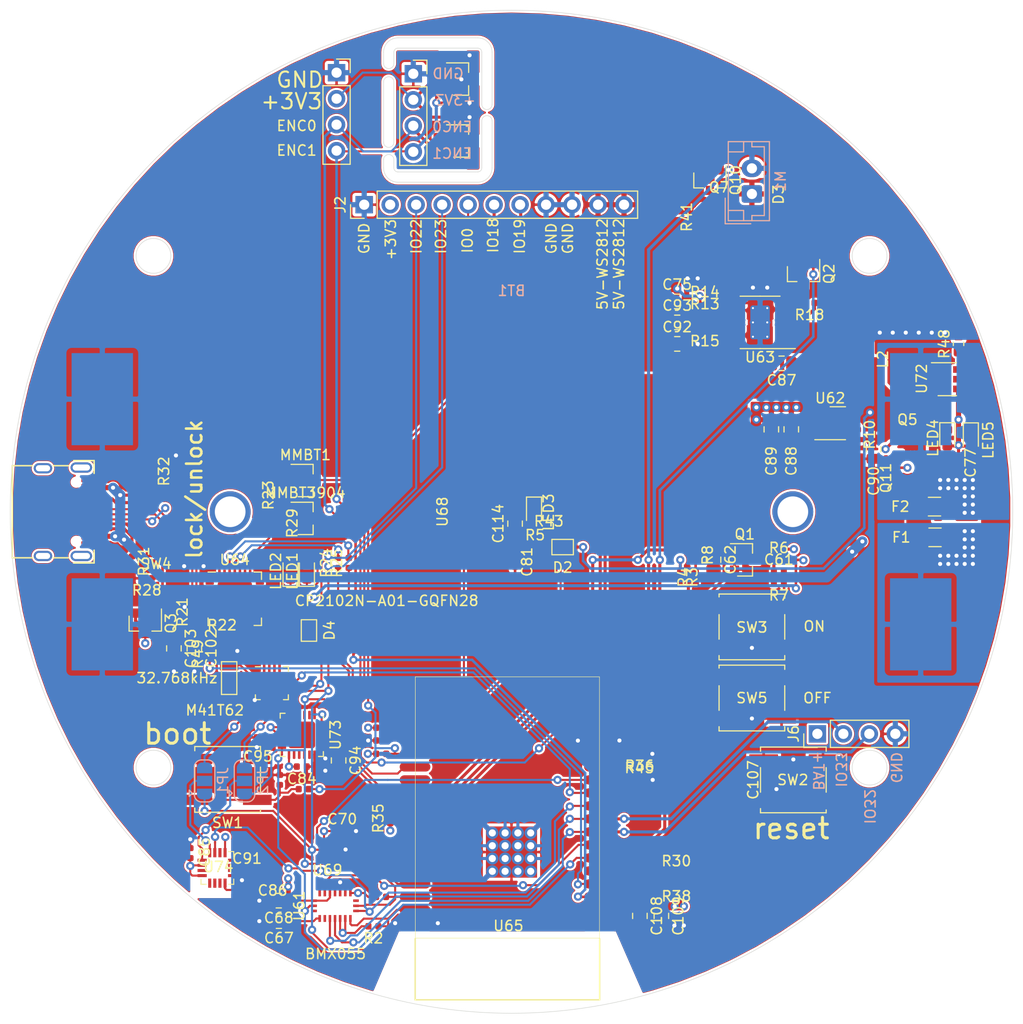
<source format=kicad_pcb>
(kicad_pcb (version 20171130) (host pcbnew "(5.1.0)-1")
  (layers (0 F.Cu signal) (1 In1.Cu signal) (2 In2.Cu signal) (31 B.Cu signal) (34 B.Paste user) (35 F.Paste user) (36 B.SilkS user) (37 F.SilkS user) (38 B.Mask user) (39 F.Mask user) (44 Edge.Cuts user))
  (net 0 "")
  (net 1 GND)
  (net 2 /ESP3200/IO19)
  (net 3 /ESP3200/IO21)
  (net 4 +3V3)
  (net 5 VCC)
  (net 6 +5V)
  (net 7 "Net-(C102-Pad1)")
  (net 8 "Net-(C104-Pad2)")
  (net 9 /ESP3200/5V_USB)
  (net 10 "Net-(C107-Pad2)")
  (net 11 "Net-(C114-Pad1)")
  (net 12 /expanz00/ENC_OUT_0)
  (net 13 /expanz00/ENC_OUT_1)
  (net 14 LX)
  (net 15 "Net-(D3-Pad1)")
  (net 16 /ESP3200/IO2-down)
  (net 17 /ESP3200/IO15-up)
  (net 18 /ESP3200/IO23)
  (net 19 /ESP3200/IO22)
  (net 20 "Net-(J5-PadB8)")
  (net 21 /ESP3200/D-)
  (net 22 /ESP3200/D+)
  (net 23 "Net-(J5-PadB5)")
  (net 24 "Net-(J5-PadA8)")
  (net 25 "Net-(J5-PadA5)")
  (net 26 "Net-(LED3-Pad2)")
  (net 27 "Net-(Q2-Pad3)")
  (net 28 /ESP3200/RTS)
  (net 29 /ESP3200/EN)
  (net 30 /ESP3200/DTR)
  (net 31 "Net-(Q10-Pad3)")
  (net 32 /ESP3200/IO34)
  (net 33 "Net-(R22-Pad2)")
  (net 34 "Net-(R24-Pad2)")
  (net 35 /ESP3200/TX-esp)
  (net 36 "Net-(R25-Pad2)")
  (net 37 /ESP3200/RX-esp)
  (net 38 /ESP3200/IO12-down)
  (net 39 /ESP3200/IO18)
  (net 40 /ESP3200/IO26)
  (net 41 /ESP3200/IO33)
  (net 42 "Net-(U64-Pad27)")
  (net 43 "Net-(U64-Pad23)")
  (net 44 "Net-(U64-Pad22)")
  (net 45 "Net-(U64-Pad21)")
  (net 46 "Net-(U64-Pad20)")
  (net 47 "Net-(U64-Pad17)")
  (net 48 "Net-(U64-Pad16)")
  (net 49 "Net-(U64-Pad15)")
  (net 50 "Net-(U64-Pad14)")
  (net 51 "Net-(U64-Pad13)")
  (net 52 "Net-(U64-Pad12)")
  (net 53 "Net-(U64-Pad11)")
  (net 54 "Net-(U64-Pad10)")
  (net 55 "Net-(U64-Pad2)")
  (net 56 "Net-(U64-Pad1)")
  (net 57 "Net-(U69-Pad2)")
  (net 58 /ESP3200/IO39)
  (net 59 /ESP3200/IO35)
  (net 60 "Net-(U65-Pad17)")
  (net 61 "Net-(U65-Pad18)")
  (net 62 "Net-(U65-Pad19)")
  (net 63 "Net-(U65-Pad20)")
  (net 64 "Net-(U65-Pad21)")
  (net 65 "Net-(U65-Pad22)")
  (net 66 /ESP3200/IO5-up)
  (net 67 "Net-(C61-Pad2)")
  (net 68 "Net-(C61-Pad1)")
  (net 69 "Net-(C69-Pad1)")
  (net 70 "Net-(LED4-Pad1)")
  (net 71 "Net-(LED5-Pad1)")
  (net 72 /ESP3200/IO14)
  (net 73 "Net-(R10-Pad1)")
  (net 74 "Net-(R13-Pad2)")
  (net 75 "Net-(R15-Pad1)")
  (net 76 "Net-(R16-Pad2)")
  (net 77 "Net-(R19-Pad1)")
  (net 78 "Net-(R26-Pad2)")
  (net 79 "Net-(R27-Pad2)")
  (net 80 /ESP3200/IO27)
  (net 81 "Net-(R48-Pad2)")
  (net 82 /ESP3200/IO36)
  (net 83 /ESP3200/IO25)
  (net 84 "Net-(U61-Pad16)")
  (net 85 /ESP3200/IO32)
  (net 86 "Net-(U61-Pad5)")
  (net 87 "Net-(U61-Pad2)")
  (net 88 "Net-(U67-Pad4)")
  (net 89 "Net-(U67-Pad2)")
  (net 90 "Net-(U67-Pad1)")
  (net 91 "Net-(SW4-Pad4)")
  (net 92 "Net-(SW4-Pad1)")
  (net 93 "Net-(BT1-Pad1)")
  (net 94 "Net-(BT1-Pad3)")
  (net 95 "Net-(F1-Pad1)")
  (net 96 "Net-(LED1-Pad1)")
  (net 97 "Net-(LED2-Pad1)")
  (net 98 /ESP3200/IO0-up)
  (net 99 "Net-(D2-Pad1)")
  (net 100 /BAT+)
  (net 101 "Net-(Q3-Pad1)")
  (net 102 "Net-(MMBT1-Pad1)")
  (net 103 "Net-(MMBT3904-Pad1)")
  (net 104 "Net-(C86-Pad2)")
  (net 105 "Net-(C86-Pad1)")
  (net 106 "Net-(C91-Pad1)")
  (net 107 "Net-(C94-Pad1)")
  (net 108 "Net-(C95-Pad1)")
  (net 109 "Net-(JP2-Pad3)")
  (net 110 "Net-(JP1-Pad3)")
  (net 111 "Net-(JP2-Pad2)")
  (net 112 "Net-(JP1-Pad2)")
  (net 113 "Net-(U62-Pad4)")
  (module BB:USB_C_Female-16Pin-HPJF (layer F.Cu) (at 158.95 100 270)
    (fp_text reference J5 hide)
    (fp_text value USB_C_Receptacle_USB2.0)
    (pad A12 smd rect (at 3.35 0 270) (size 0.3 2) (layers F.Cu F.Paste F.Mask) (net 1 GND))
    (pad B1 smd rect (at 3.05 0 270) (size 0.3 2) (layers F.Cu F.Paste F.Mask) (net 1 GND))
    (pad A9 smd rect (at 2.55 0 270) (size 0.3 2) (layers F.Cu F.Paste F.Mask) (net 9 /ESP3200/5V_USB))
    (pad B4 smd rect (at 2.25 0 270) (size 0.3 2) (layers F.Cu F.Paste F.Mask) (net 9 /ESP3200/5V_USB))
    (pad B9 smd rect (at -2.25 0 270) (size 0.3 2) (layers F.Cu F.Paste F.Mask) (net 9 /ESP3200/5V_USB))
    (pad A4 smd rect (at -2.55 0 270) (size 0.3 2) (layers F.Cu F.Paste F.Mask) (net 9 /ESP3200/5V_USB))
    (pad B12 smd rect (at -3.05 0 270) (size 0.3 2) (layers F.Cu F.Paste F.Mask))
    (pad A1 smd rect (at -3.35 0 270) (size 0.3 2) (layers F.Cu F.Paste F.Mask) (net 1 GND))
    (pad "" np_thru_hole circle (at 2.89 1.5) (size 0.7 0.7) (drill 0.7) (layers *.Cu *.Mask))
    (pad "" np_thru_hole circle (at -2.89 1.5) (size 0.7 0.7) (drill 0.7) (layers *.Cu *.Mask))
    (pad S1 thru_hole oval (at 4.32 4.75 270) (size 1 1.8) (drill oval 0.6 1.4) (layers *.Cu *.Mask))
    (pad S1 thru_hole oval (at -4.25 4.75 270) (size 1 1.8) (drill oval 0.6 1.4) (layers *.Cu *.Mask))
    (pad S1 thru_hole oval (at 4.32 1 270) (size 1 2.1) (drill oval 0.6 1.7) (layers *.Cu *.Mask))
    (pad S1 thru_hole oval (at -4.32 1 270) (size 1 2.1) (drill oval 0.6 1.7) (layers *.Cu *.Mask))
    (pad B5 smd rect (at 1.75 0 270) (size 0.3 2) (layers F.Cu F.Paste F.Mask) (net 23 "Net-(J5-PadB5)"))
    (pad B8 smd rect (at -1.75 0 270) (size 0.3 2) (layers F.Cu F.Paste F.Mask) (net 20 "Net-(J5-PadB8)"))
    (pad A8 smd rect (at 1.25 0 270) (size 0.3 2) (layers F.Cu F.Paste F.Mask) (net 24 "Net-(J5-PadA8)"))
    (pad A5 smd rect (at -1.25 0 270) (size 0.3 2) (layers F.Cu F.Paste F.Mask) (net 25 "Net-(J5-PadA5)"))
    (pad B6 smd rect (at 0.75 0 270) (size 0.3 2) (layers F.Cu F.Paste F.Mask) (net 22 /ESP3200/D+))
    (pad B7 smd rect (at -0.75 0 270) (size 0.3 2) (layers F.Cu F.Paste F.Mask) (net 21 /ESP3200/D-))
    (pad A7 smd rect (at 0.25 0 270) (size 0.3 2) (layers F.Cu F.Paste F.Mask) (net 21 /ESP3200/D-))
    (pad A6 smd rect (at -0.25 0 270) (size 0.3 2) (layers F.Cu F.Paste F.Mask) (net 22 /ESP3200/D+))
  )
  (module BB:18650-holder (layer B.Cu) (at 200 100)
    (fp_text reference BT1 (at 0 -21.59) (layer B.SilkS) (effects (justify mirror)))
    (fp_text value Battery_Cell)
    (pad -1 thru_hole circle (at 27.5 0) (size 4 4) (drill 3) (layers *.Cu *.Mask))
    (pad -1 thru_hole circle (at -27.5 0) (size 4 4) (drill 3) (layers *.Cu *.Mask))
    (pad 2 smd rect (at -40 -11) (size 6 9) (layers B.Cu B.Paste B.Mask) (net 1 GND))
    (pad 4 smd rect (at -40 11) (size 6 9) (layers B.Cu B.Paste B.Mask) (net 1 GND))
    (pad 3 smd rect (at 40 11) (size 6 9) (layers B.Cu B.Paste B.Mask) (net 94 "Net-(BT1-Pad3)"))
    (pad 1 smd rect (at 40 -11) (size 6 9) (layers B.Cu B.Paste B.Mask) (net 93 "Net-(BT1-Pad1)"))
  )
  (module Capacitor_SMD:C_0805_2012Metric (layer F.Cu) (at 225.4 91.95 270)
    (fp_text reference C89 (at 3.1 0 90) (layer F.SilkS))
    (fp_text value 2.2uf)
    (pad 2 smd roundrect (at 0.9375 0 270) (size 0.975 1.4) (layers F.Cu F.Paste F.Mask) (net 1 GND))
    (pad 1 smd roundrect (at -0.9375 0 270) (size 0.975 1.4) (layers F.Cu F.Paste F.Mask) (net 4 +3V3))
  )
  (module Capacitor_SMD:C_0805_2012Metric (layer F.Cu) (at 227.35 91.95 270)
    (fp_text reference C88 (at 3.1 0 90) (layer F.SilkS))
    (fp_text value 10uf)
    (pad 2 smd roundrect (at 0.9375 0 270) (size 0.975 1.4) (layers F.Cu F.Paste F.Mask) (net 1 GND))
    (pad 1 smd roundrect (at -0.9375 0 270) (size 0.975 1.4) (layers F.Cu F.Paste F.Mask) (net 4 +3V3))
  )
  (module Package_DFN_QFN:DFN-6-1EP_3x3mm_P1mm_EP1.5x2.4mm (layer F.Cu) (at 231.15 91.35)
    (fp_text reference U62 (at 0 -2.45) (layer F.SilkS))
    (fp_text value LD39200)
    (pad 7 smd rect (at 0 0) (size 1.5 2.4) (layers F.Cu F.Mask) (net 1 GND))
    (pad 6 smd roundrect (at 1.45 -1) (size 0.8 0.4) (layers F.Cu F.Paste F.Mask) (net 5 VCC))
    (pad 5 smd roundrect (at 1.45 0) (size 0.8 0.4) (layers F.Cu F.Paste F.Mask) (net 73 "Net-(R10-Pad1)"))
    (pad 4 smd roundrect (at 1.45 1) (size 0.8 0.4) (layers F.Cu F.Paste F.Mask) (net 113 "Net-(U62-Pad4)"))
    (pad 3 smd roundrect (at -1.45 1) (size 0.8 0.4) (layers F.Cu F.Paste F.Mask) (net 1 GND))
    (pad 2 smd roundrect (at -1.45 0) (size 0.8 0.4) (layers F.Cu F.Paste F.Mask) (net 4 +3V3))
    (pad 1 smd roundrect (at -1.45 -1) (size 0.8 0.4) (layers F.Cu F.Paste F.Mask) (net 4 +3V3))
  )
  (module Connector_JST:JST_EH_B2B-EH-A_1x02_P2.50mm_Vertical (layer B.Cu) (at 223.5 68.95 90)
    (fp_text reference M1 (at 1.25 2.8 270) (layer B.SilkS) (effects (justify mirror)))
    (fp_text value Motor_DC)
    (pad 2 thru_hole oval (at 2.5 0 90) (size 1.7 2) (drill 1) (layers *.Cu *.Mask) (net 1 GND))
    (pad 1 thru_hole roundrect (at 0 0 90) (size 1.7 2) (drill 1) (layers *.Cu *.Mask) (roundrect_rratio 0.147059) (net 15 "Net-(D3-Pad1)"))
  )
  (module Connector_PinHeader_2.54mm:PinHeader_1x04_P2.54mm_Vertical (layer F.Cu) (at 229.9 121.7 90)
    (fp_text reference J6 (at 0 -2.33 90) (layer F.SilkS))
    (fp_text value Conn_01x04-Connector_Generic-B.B-rescue)
    (pad 4 thru_hole oval (at 0 7.62 90) (size 1.7 1.7) (drill 1) (layers *.Cu *.Mask) (net 1 GND))
    (pad 3 thru_hole oval (at 0 5.08 90) (size 1.7 1.7) (drill 1) (layers *.Cu *.Mask) (net 85 /ESP3200/IO32))
    (pad 2 thru_hole oval (at 0 2.54 90) (size 1.7 1.7) (drill 1) (layers *.Cu *.Mask) (net 41 /ESP3200/IO33))
    (pad 1 thru_hole rect (at 0 0 90) (size 1.7 1.7) (drill 1) (layers *.Cu *.Mask) (net 100 /BAT+))
  )
  (module Jumper:SolderJumper-3_P1.3mm_Open_RoundedPad1.0x1.5mm (layer B.Cu) (at 173.9 126.3 90)
    (fp_text reference JP2 (at 0 1.8 90) (layer B.SilkS) (effects (justify mirror)))
    (fp_text value Jumper_NC_Dual)
    (pad 2 smd rect (at 0 0 90) (size 1 1.5) (layers B.Cu B.Mask) (net 111 "Net-(JP2-Pad2)"))
    (pad 3 smd custom (at 1.3 0 90) (size 1 0.5) (layers B.Cu B.Mask) (net 109 "Net-(JP2-Pad3)") (options (clearance outline) (anchor rect)) (primitives (gr_circle (center 0 -0.25) (end 0.5 -0.25) (width 0)) (gr_circle (center 0 0.25) (end 0.5 0.25) (width 0)) (gr_poly (pts (xy -0.55 0.75) (xy 0 0.75) (xy 0 -0.75) (xy -0.55 -0.75)) (width 0))))
    (pad 1 smd custom (at -1.3 0 90) (size 1 0.5) (layers B.Cu B.Mask) (net 19 /ESP3200/IO22) (options (clearance outline) (anchor rect)) (primitives (gr_circle (center 0 -0.25) (end 0.5 -0.25) (width 0)) (gr_circle (center 0 0.25) (end 0.5 0.25) (width 0)) (gr_poly (pts (xy 0.55 0.75) (xy 0 0.75) (xy 0 -0.75) (xy 0.55 -0.75)) (width 0))))
  )
  (module Jumper:SolderJumper-3_P1.3mm_Open_RoundedPad1.0x1.5mm (layer B.Cu) (at 170 126.3 90)
    (fp_text reference JP1 (at 0 1.8 90) (layer B.SilkS) (effects (justify mirror)))
    (fp_text value Jumper_NC_Dual)
    (pad 2 smd rect (at 0 0 90) (size 1 1.5) (layers B.Cu B.Mask) (net 112 "Net-(JP1-Pad2)"))
    (pad 3 smd custom (at 1.3 0 90) (size 1 0.5) (layers B.Cu B.Mask) (net 110 "Net-(JP1-Pad3)") (options (clearance outline) (anchor rect)) (primitives (gr_circle (center 0 -0.25) (end 0.5 -0.25) (width 0)) (gr_circle (center 0 0.25) (end 0.5 0.25) (width 0)) (gr_poly (pts (xy -0.55 0.75) (xy 0 0.75) (xy 0 -0.75) (xy -0.55 -0.75)) (width 0))))
    (pad 1 smd custom (at -1.3 0 90) (size 1 0.5) (layers B.Cu B.Mask) (net 18 /ESP3200/IO23) (options (clearance outline) (anchor rect)) (primitives (gr_circle (center 0 -0.25) (end 0.5 -0.25) (width 0)) (gr_circle (center 0 0.25) (end 0.5 0.25) (width 0)) (gr_poly (pts (xy 0.55 0.75) (xy 0 0.75) (xy 0 -0.75) (xy 0.55 -0.75)) (width 0))))
  )
  (module Package_LGA:LGA-16_3x3mm_P0.5mm (layer F.Cu) (at 171.25 134.8)
    (fp_text reference U74 (at 0.1 -0.1) (layer F.SilkS))
    (fp_text value QMC5883)
    (pad 10 smd rect (at 1.49 0.25 90) (size 0.3 0.9) (layers F.Cu F.Paste F.Mask) (net 106 "Net-(C91-Pad1)"))
    (pad 11 smd rect (at 1.49 -0.25 90) (size 0.3 0.9) (layers F.Cu F.Paste F.Mask) (net 1 GND))
    (pad 12 smd rect (at 1.49 -0.75 90) (size 0.3 0.9) (layers F.Cu F.Paste F.Mask) (net 104 "Net-(C86-Pad2)"))
    (pad 9 smd rect (at 1.49 0.75 90) (size 0.3 0.9) (layers F.Cu F.Paste F.Mask) (net 1 GND))
    (pad 5 smd rect (at -0.75 1.49) (size 0.3 0.9) (layers F.Cu F.Paste F.Mask))
    (pad 7 smd rect (at 0.25 1.49) (size 0.3 0.9) (layers F.Cu F.Paste F.Mask))
    (pad 6 smd rect (at -0.25 1.49) (size 0.3 0.9) (layers F.Cu F.Paste F.Mask))
    (pad 8 smd rect (at 0.75 1.49) (size 0.3 0.9) (layers F.Cu F.Paste F.Mask) (net 105 "Net-(C86-Pad1)"))
    (pad 4 smd rect (at -1.49 0.75 90) (size 0.3 0.9) (layers F.Cu F.Paste F.Mask) (net 4 +3V3))
    (pad 3 smd rect (at -1.49 0.25 90) (size 0.3 0.9) (layers F.Cu F.Paste F.Mask))
    (pad 2 smd rect (at -1.49 -0.25 90) (size 0.3 0.9) (layers F.Cu F.Paste F.Mask) (net 4 +3V3))
    (pad 1 smd rect (at -1.49 -0.75 90) (size 0.3 0.9) (layers F.Cu F.Paste F.Mask) (net 111 "Net-(JP2-Pad2)"))
    (pad 14 smd rect (at 0.25 -1.49) (size 0.3 0.9) (layers F.Cu F.Paste F.Mask))
    (pad 15 smd rect (at -0.25 -1.49) (size 0.3 0.9) (layers F.Cu F.Paste F.Mask) (net 83 /ESP3200/IO25))
    (pad 16 smd rect (at -0.75 -1.49) (size 0.3 0.9) (layers F.Cu F.Paste F.Mask) (net 112 "Net-(JP1-Pad2)"))
    (pad 13 smd rect (at 0.75 -1.49) (size 0.3 0.9) (layers F.Cu F.Paste F.Mask) (net 4 +3V3))
  )
  (module BB:ESP32-WROVER (layer F.Cu) (at 199.6 141.08 180)
    (fp_text reference U65 (at -0.1 0.62 180) (layer F.SilkS))
    (fp_text value ESP32-WROVER hide)
    (pad 38 smd oval (at 9.03 0.91 180) (size 3 0.9) (layers F.Cu F.Paste F.Mask) (net 1 GND))
    (pad 37 smd oval (at 9.03 2.18 180) (size 3 0.9) (layers F.Cu F.Paste F.Mask) (net 18 /ESP3200/IO23))
    (pad 36 smd oval (at 9.03 3.45 180) (size 3 0.9) (layers F.Cu F.Paste F.Mask) (net 19 /ESP3200/IO22))
    (pad 35 smd oval (at 9.03 4.72 180) (size 3 0.9) (layers F.Cu F.Paste F.Mask) (net 35 /ESP3200/TX-esp))
    (pad 34 smd oval (at 9.03 5.99 180) (size 3 0.9) (layers F.Cu F.Paste F.Mask) (net 37 /ESP3200/RX-esp))
    (pad 33 smd oval (at 9.03 7.26 180) (size 3 0.9) (layers F.Cu F.Paste F.Mask) (net 3 /ESP3200/IO21))
    (pad 32 smd oval (at 9.03 8.53 180) (size 3 0.9) (layers F.Cu F.Paste F.Mask))
    (pad 31 smd oval (at 9.03 9.8 180) (size 3 0.9) (layers F.Cu F.Paste F.Mask) (net 2 /ESP3200/IO19))
    (pad 30 smd oval (at 9.03 11.07 180) (size 3 0.9) (layers F.Cu F.Paste F.Mask) (net 39 /ESP3200/IO18))
    (pad 29 smd oval (at 9.03 12.34 180) (size 3 0.9) (layers F.Cu F.Paste F.Mask) (net 66 /ESP3200/IO5-up))
    (pad 28 smd oval (at 9.03 13.61 180) (size 3 0.9) (layers F.Cu F.Paste F.Mask))
    (pad 27 smd oval (at 9.03 14.88 180) (size 3 0.9) (layers F.Cu F.Paste F.Mask))
    (pad 26 smd oval (at 9.03 16.15 180) (size 3 0.9) (layers F.Cu F.Paste F.Mask) (net 12 /expanz00/ENC_OUT_0))
    (pad 25 smd oval (at 9.03 17.42 180) (size 3 0.9) (layers F.Cu F.Paste F.Mask) (net 98 /ESP3200/IO0-up))
    (pad 24 smd oval (at 9 18.72 180) (size 3 0.9) (layers F.Cu F.Paste F.Mask) (net 16 /ESP3200/IO2-down))
    (pad 23 smd oval (at 9 19.99 180) (size 3 0.9) (layers F.Cu F.Paste F.Mask) (net 17 /ESP3200/IO15-up))
    (pad 22 smd oval (at 9 21.26 180) (size 3 0.9) (layers F.Cu F.Paste F.Mask) (net 65 "Net-(U65-Pad22)"))
    (pad 21 smd oval (at 9 22.53 180) (size 3 0.9) (layers F.Cu F.Paste F.Mask) (net 64 "Net-(U65-Pad21)"))
    (pad 20 smd oval (at 9 23.8 180) (size 3 0.9) (layers F.Cu F.Paste F.Mask) (net 63 "Net-(U65-Pad20)"))
    (pad 19 smd oval (at -9 23.8 180) (size 3 0.9) (layers F.Cu F.Paste F.Mask) (net 62 "Net-(U65-Pad19)"))
    (pad 18 smd oval (at -9 22.53 180) (size 3 0.9) (layers F.Cu F.Paste F.Mask) (net 61 "Net-(U65-Pad18)"))
    (pad 17 smd oval (at -9 21.26 180) (size 3 0.9) (layers F.Cu F.Paste F.Mask) (net 60 "Net-(U65-Pad17)"))
    (pad 16 smd oval (at -9 19.99 180) (size 3 0.9) (layers F.Cu F.Paste F.Mask) (net 13 /expanz00/ENC_OUT_1))
    (pad 15 smd oval (at -9 18.72 180) (size 3 0.9) (layers F.Cu F.Paste F.Mask) (net 1 GND))
    (pad 14 smd oval (at -9 17.42 180) (size 3 0.9) (layers F.Cu F.Paste F.Mask) (net 38 /ESP3200/IO12-down))
    (pad 13 smd oval (at -9 16.15 180) (size 3 0.9) (layers F.Cu F.Paste F.Mask) (net 72 /ESP3200/IO14))
    (pad 12 smd oval (at -9 14.88 180) (size 3 0.9) (layers F.Cu F.Paste F.Mask) (net 80 /ESP3200/IO27))
    (pad 11 smd oval (at -9 13.61 180) (size 3 0.9) (layers F.Cu F.Paste F.Mask) (net 40 /ESP3200/IO26))
    (pad 10 smd oval (at -9 12.34 180) (size 3 0.9) (layers F.Cu F.Paste F.Mask) (net 83 /ESP3200/IO25))
    (pad 9 smd oval (at -9 11.07 180) (size 3 0.9) (layers F.Cu F.Paste F.Mask) (net 41 /ESP3200/IO33))
    (pad 8 smd oval (at -9 9.8 180) (size 3 0.9) (layers F.Cu F.Paste F.Mask) (net 85 /ESP3200/IO32))
    (pad 7 smd oval (at -9 8.53 180) (size 3 0.9) (layers F.Cu F.Paste F.Mask) (net 59 /ESP3200/IO35))
    (pad 6 smd oval (at -9 7.26 180) (size 3 0.9) (layers F.Cu F.Paste F.Mask) (net 32 /ESP3200/IO34))
    (pad 5 smd oval (at -9 5.99 180) (size 3 0.9) (layers F.Cu F.Paste F.Mask) (net 58 /ESP3200/IO39))
    (pad 4 smd oval (at -9 4.72 180) (size 3 0.9) (layers F.Cu F.Paste F.Mask) (net 82 /ESP3200/IO36))
    (pad 3 smd oval (at -9 3.45 180) (size 3 0.9) (layers F.Cu F.Paste F.Mask) (net 29 /ESP3200/EN))
    (pad 2 smd oval (at -9 2.18 180) (size 3 0.9) (layers F.Cu F.Paste F.Mask) (net 4 +3V3))
    (pad 1 smd oval (at -9 0.91 180) (size 3 0.9) (layers F.Cu F.Paste F.Mask) (net 1 GND))
    (pad 39 smd rect (at -0.4 7.83 180) (size 5 5) (layers F.Cu F.Paste F.Mask) (net 1 GND))
    (pad 39 thru_hole circle (at -2.275 5.95 180) (size 1.2 1.2) (drill 0.7) (layers *.Cu *.Mask) (net 1 GND))
    (pad 39 thru_hole circle (at -1.025 5.95 180) (size 1.2 1.2) (drill 0.7) (layers *.Cu *.Mask) (net 1 GND))
    (pad 39 thru_hole circle (at 0.225 5.95 180) (size 1.2 1.2) (drill 0.7) (layers *.Cu *.Mask) (net 1 GND))
    (pad 39 thru_hole circle (at 1.475 5.95 180) (size 1.2 1.2) (drill 0.7) (layers *.Cu *.Mask) (net 1 GND))
    (pad 39 thru_hole circle (at -2.275 7.2 180) (size 1.2 1.2) (drill 0.7) (layers *.Cu *.Mask) (net 1 GND))
    (pad 39 thru_hole circle (at -1.025 7.2 180) (size 1.2 1.2) (drill 0.7) (layers *.Cu *.Mask) (net 1 GND))
    (pad 39 thru_hole circle (at 0.225 7.2 180) (size 1.2 1.2) (drill 0.7) (layers *.Cu *.Mask) (net 1 GND))
    (pad 39 thru_hole circle (at 1.475 7.2 180) (size 1.2 1.2) (drill 0.7) (layers *.Cu *.Mask) (net 1 GND))
    (pad 39 thru_hole circle (at -2.275 8.45 180) (size 1.2 1.2) (drill 0.7) (layers *.Cu *.Mask) (net 1 GND))
    (pad 39 thru_hole circle (at -1.025 8.45 180) (size 1.2 1.2) (drill 0.7) (layers *.Cu *.Mask) (net 1 GND))
    (pad 39 thru_hole circle (at 0.225 8.45 180) (size 1.2 1.2) (drill 0.7) (layers *.Cu *.Mask) (net 1 GND))
    (pad 39 thru_hole circle (at 1.475 8.45 180) (size 1.2 1.2) (drill 0.7) (layers *.Cu *.Mask) (net 1 GND))
    (pad 39 thru_hole circle (at -2.275 9.7 180) (size 1.2 1.2) (drill 0.7) (layers *.Cu *.Mask) (net 1 GND))
    (pad 39 thru_hole circle (at -1.025 9.7 180) (size 1.2 1.2) (drill 0.7) (layers *.Cu *.Mask) (net 1 GND))
    (pad 39 thru_hole circle (at 0.225 9.7 180) (size 1.2 1.2) (drill 0.7) (layers *.Cu *.Mask) (net 1 GND))
    (pad 39 thru_hole circle (at 1.475 9.7 180) (size 1.2 1.2) (drill 0.7) (layers *.Cu *.Mask) (net 1 GND))
  )
  (module Capacitor_SMD:C_0402_1005Metric (layer F.Cu) (at 174.15 135.05)
    (fp_text reference C91 (at 0 -1.17) (layer F.SilkS))
    (fp_text value 4.7uf)
    (pad 2 smd roundrect (at 0.485 0) (size 0.59 0.64) (layers F.Cu F.Paste F.Mask) (net 1 GND))
    (pad 1 smd roundrect (at -0.485 0) (size 0.59 0.64) (layers F.Cu F.Paste F.Mask) (net 106 "Net-(C91-Pad1)"))
  )
  (module Package_DFN_QFN:QFN-24-1EP_4x4mm_P0.5mm_EP2.6x2.6mm (layer F.Cu) (at 179.5 121.8 270)
    (fp_text reference U73 (at 0 -3.3 270) (layer F.SilkS))
    (fp_text value MPU6050)
    (pad 24 smd roundrect (at -1.25 -1.9375 270) (size 0.25 0.825) (layers F.Cu F.Paste F.Mask) (net 18 /ESP3200/IO23))
    (pad 23 smd roundrect (at -0.75 -1.9375 270) (size 0.25 0.825) (layers F.Cu F.Paste F.Mask) (net 19 /ESP3200/IO22))
    (pad 22 smd roundrect (at -0.25 -1.9375 270) (size 0.25 0.825) (layers F.Cu F.Paste F.Mask))
    (pad 21 smd roundrect (at 0.25 -1.9375 270) (size 0.25 0.825) (layers F.Cu F.Paste F.Mask))
    (pad 20 smd roundrect (at 0.75 -1.9375 270) (size 0.25 0.825) (layers F.Cu F.Paste F.Mask) (net 107 "Net-(C94-Pad1)"))
    (pad 19 smd roundrect (at 1.25 -1.9375 270) (size 0.25 0.825) (layers F.Cu F.Paste F.Mask))
    (pad 18 smd roundrect (at 1.9375 -1.25 270) (size 0.825 0.25) (layers F.Cu F.Paste F.Mask) (net 1 GND))
    (pad 17 smd roundrect (at 1.9375 -0.75 270) (size 0.825 0.25) (layers F.Cu F.Paste F.Mask))
    (pad 16 smd roundrect (at 1.9375 -0.25 270) (size 0.825 0.25) (layers F.Cu F.Paste F.Mask))
    (pad 15 smd roundrect (at 1.9375 0.25 270) (size 0.825 0.25) (layers F.Cu F.Paste F.Mask))
    (pad 14 smd roundrect (at 1.9375 0.75 270) (size 0.825 0.25) (layers F.Cu F.Paste F.Mask))
    (pad 13 smd roundrect (at 1.9375 1.25 270) (size 0.825 0.25) (layers F.Cu F.Paste F.Mask) (net 4 +3V3))
    (pad 12 smd roundrect (at 1.25 1.9375 270) (size 0.25 0.825) (layers F.Cu F.Paste F.Mask) (net 32 /ESP3200/IO34))
    (pad 11 smd roundrect (at 0.75 1.9375 270) (size 0.25 0.825) (layers F.Cu F.Paste F.Mask) (net 1 GND))
    (pad 10 smd roundrect (at 0.25 1.9375 270) (size 0.25 0.825) (layers F.Cu F.Paste F.Mask) (net 108 "Net-(C95-Pad1)"))
    (pad 9 smd roundrect (at -0.25 1.9375 270) (size 0.25 0.825) (layers F.Cu F.Paste F.Mask) (net 4 +3V3))
    (pad 8 smd roundrect (at -0.75 1.9375 270) (size 0.25 0.825) (layers F.Cu F.Paste F.Mask) (net 4 +3V3))
    (pad 7 smd roundrect (at -1.25 1.9375 270) (size 0.25 0.825) (layers F.Cu F.Paste F.Mask) (net 109 "Net-(JP2-Pad3)"))
    (pad 6 smd roundrect (at -1.9375 1.25 270) (size 0.825 0.25) (layers F.Cu F.Paste F.Mask) (net 110 "Net-(JP1-Pad3)"))
    (pad 5 smd roundrect (at -1.9375 0.75 270) (size 0.825 0.25) (layers F.Cu F.Paste F.Mask))
    (pad 4 smd roundrect (at -1.9375 0.25 270) (size 0.825 0.25) (layers F.Cu F.Paste F.Mask))
    (pad 3 smd roundrect (at -1.9375 -0.25 270) (size 0.825 0.25) (layers F.Cu F.Paste F.Mask))
    (pad 2 smd roundrect (at -1.9375 -0.75 270) (size 0.825 0.25) (layers F.Cu F.Paste F.Mask))
    (pad 1 smd roundrect (at -1.9375 -1.25 270) (size 0.825 0.25) (layers F.Cu F.Paste F.Mask) (net 1 GND))
    (pad 25 smd roundrect (at 0 0 270) (size 2.6 2.6) (layers F.Cu F.Mask) (roundrect_rratio 0.096154))
  )
  (module Resistor_SMD:R_0402_1005Metric (layer F.Cu) (at 175.6 122.05 180)
    (fp_text reference C95 (at 0.4 -1.85 180) (layer F.SilkS))
    (fp_text value 0.1uf)
    (pad 2 smd roundrect (at 0.485 0 180) (size 0.59 0.64) (layers F.Cu F.Paste F.Mask) (net 1 GND))
    (pad 1 smd roundrect (at -0.485 0 180) (size 0.59 0.64) (layers F.Cu F.Paste F.Mask) (net 108 "Net-(C95-Pad1)"))
  )
  (module Capacitor_SMD:C_0805_2012Metric (layer F.Cu) (at 183.1 124.3 270)
    (fp_text reference C94 (at 0 -1.65 270) (layer F.SilkS))
    (fp_text value 2.2uf)
    (pad 2 smd roundrect (at 0.9375 0 270) (size 0.975 1.4) (layers F.Cu F.Paste F.Mask) (net 1 GND))
    (pad 1 smd roundrect (at -0.9375 0 270) (size 0.975 1.4) (layers F.Cu F.Paste F.Mask) (net 107 "Net-(C94-Pad1)"))
  )
  (module Capacitor_SMD:C_0402_1005Metric (layer F.Cu) (at 174.15 136.95)
    (fp_text reference C86 (at 2.5 0.05) (layer F.SilkS))
    (fp_text value 220nf)
    (pad 2 smd roundrect (at 0.485 0) (size 0.59 0.64) (layers F.Cu F.Paste F.Mask) (net 104 "Net-(C86-Pad2)"))
    (pad 1 smd roundrect (at -0.485 0) (size 0.59 0.64) (layers F.Cu F.Paste F.Mask) (net 105 "Net-(C86-Pad1)"))
  )
  (module Resistor_SMD:R_0402_1005Metric (layer F.Cu) (at 168.6 133.35 90)
    (fp_text reference C85 (at 0.1 1.4 90) (layer F.SilkS))
    (fp_text value 1uf)
    (pad 2 smd roundrect (at 0.485 0 90) (size 0.59 0.64) (layers F.Cu F.Paste F.Mask) (net 1 GND))
    (pad 1 smd roundrect (at -0.485 0 90) (size 0.59 0.64) (layers F.Cu F.Paste F.Mask) (net 4 +3V3))
  )
  (module Resistor_SMD:R_0402_1005Metric (layer F.Cu) (at 179.5 124.9)
    (fp_text reference C84 (at 0 1.2) (layer F.SilkS))
    (fp_text value 1uf)
    (pad 2 smd roundrect (at 0.485 0) (size 0.59 0.64) (layers F.Cu F.Paste F.Mask) (net 1 GND))
    (pad 1 smd roundrect (at -0.485 0) (size 0.59 0.64) (layers F.Cu F.Paste F.Mask) (net 4 +3V3))
  )
  (module Button_Switch_SMD:SW_Push_1P1T_NO_CK_KSC6xxJ (layer F.Cu) (at 223.5 118.2 180)
    (fp_text reference SW5 (at 0 0 180) (layer F.SilkS))
    (fp_text value SW_DIP_x01)
    (pad 2 smd rect (at 2.9 2 180) (size 2.8 1) (layers F.Cu F.Paste F.Mask) (net 66 /ESP3200/IO5-up))
    (pad 2 smd rect (at -2.9 2 180) (size 2.8 1) (layers F.Cu F.Paste F.Mask) (net 66 /ESP3200/IO5-up))
    (pad 1 smd rect (at 2.9 -2 180) (size 2.8 1) (layers F.Cu F.Paste F.Mask) (net 1 GND))
    (pad 1 smd rect (at -2.9 -2 180) (size 2.8 1) (layers F.Cu F.Paste F.Mask) (net 1 GND))
  )
  (module Package_SO:SOIC-8-1EP_3.9x4.9mm_P1.27mm_EP2.41x3.81mm_ThermalVias (layer F.Cu) (at 224.3 81.5 180)
    (fp_text reference U63 (at 0 -3.4 180) (layer F.SilkS))
    (fp_text value FP6276)
    (pad 9 smd roundrect (at 0 0 180) (size 2.41 3.81) (layers F.Cu F.Mask) (roundrect_rratio 0.104) (net 1 GND))
    (pad 9 thru_hole circle (at -0.7 -1.4 180) (size 0.5 0.5) (drill 0.2) (layers *.Cu) (net 1 GND))
    (pad 9 thru_hole circle (at 0.7 -1.4 180) (size 0.5 0.5) (drill 0.2) (layers *.Cu) (net 1 GND))
    (pad 9 thru_hole circle (at -0.7 0 180) (size 0.5 0.5) (drill 0.2) (layers *.Cu) (net 1 GND))
    (pad 9 thru_hole circle (at 0.7 0 180) (size 0.5 0.5) (drill 0.2) (layers *.Cu) (net 1 GND))
    (pad 9 thru_hole circle (at -0.7 1.4 180) (size 0.5 0.5) (drill 0.2) (layers *.Cu) (net 1 GND))
    (pad 9 thru_hole circle (at 0.7 1.4 180) (size 0.5 0.5) (drill 0.2) (layers *.Cu) (net 1 GND))
    (pad 9 smd roundrect (at 0 0 180) (size 1.9 3.3) (layers B.Cu) (roundrect_rratio 0.131579) (net 1 GND))
    (pad 1 smd roundrect (at -2.475 -1.905 180) (size 1.95 0.6) (layers F.Cu F.Paste F.Mask) (net 14 LX))
    (pad 2 smd roundrect (at -2.475 -0.635 180) (size 1.95 0.6) (layers F.Cu F.Paste F.Mask) (net 14 LX))
    (pad 3 smd roundrect (at -2.475 0.635 180) (size 1.95 0.6) (layers F.Cu F.Paste F.Mask) (net 5 VCC))
    (pad 4 smd roundrect (at -2.475 1.905 180) (size 1.95 0.6) (layers F.Cu F.Paste F.Mask) (net 27 "Net-(Q2-Pad3)"))
    (pad 5 smd roundrect (at 2.475 1.905 180) (size 1.95 0.6) (layers F.Cu F.Paste F.Mask) (net 1 GND))
    (pad 6 smd roundrect (at 2.475 0.635 180) (size 1.95 0.6) (layers F.Cu F.Paste F.Mask) (net 74 "Net-(R13-Pad2)"))
    (pad 7 smd roundrect (at 2.475 -0.635 180) (size 1.95 0.6) (layers F.Cu F.Paste F.Mask) (net 75 "Net-(R15-Pad1)"))
    (pad 8 smd roundrect (at 2.475 -1.905 180) (size 1.95 0.6) (layers F.Cu F.Paste F.Mask) (net 6 +5V))
  )
  (module BB:SW-SMD-4 (layer F.Cu) (at 165.25 100)
    (fp_text reference SW4 (at 0 5.08) (layer F.SilkS))
    (fp_text value SW_DIP_x02)
    (pad 3 smd rect (at 0.635 3.81) (size 0.76 1.27) (layers F.Cu F.Paste F.Mask) (net 101 "Net-(Q3-Pad1)"))
    (pad 4 smd rect (at -0.635 3.81) (size 0.76 1.27) (layers F.Cu F.Paste F.Mask) (net 91 "Net-(SW4-Pad4)"))
    (pad 2 smd rect (at 0.635 -3.81) (size 0.76 1.27) (layers F.Cu F.Paste F.Mask) (net 9 /ESP3200/5V_USB))
    (pad 1 smd rect (at -0.635 -3.81) (size 0.76 1.27) (layers F.Cu F.Paste F.Mask) (net 92 "Net-(SW4-Pad1)"))
  )
  (module BB:SMD-4_4.0x5.0x2.54P (layer F.Cu) (at 197.5 100 270)
    (fp_text reference U68 (at 0 4.25 270) (layer F.SilkS))
    (fp_text value IRM-H936)
    (pad 4 smd rect (at 3.15 -0.39 270) (size 1.5 1.1) (layers F.Cu F.Paste F.Mask) (net 11 "Net-(C114-Pad1)"))
    (pad 3 smd rect (at 3.15 2.15 270) (size 1.5 1.1) (layers F.Cu F.Paste F.Mask) (net 17 /ESP3200/IO15-up))
    (pad 2 smd rect (at -3.15 2.15 270) (size 1.5 1.1) (layers F.Cu F.Paste F.Mask) (net 1 GND))
    (pad 1 smd rect (at -3.15 -0.39 270) (size 1.5 1.1) (layers F.Cu F.Paste F.Mask) (net 1 GND))
  )
  (module BB:MWSA0603_6.6x7.1x3.0 (layer F.Cu) (at 231.85 85.1 90)
    (fp_text reference L2 (at 0 4.45 90) (layer F.SilkS))
    (fp_text value 2.2uH)
    (pad 2 smd rect (at 2.95 0 90) (size 2.2 3.5) (layers F.Cu F.Paste F.Mask) (net 14 LX))
    (pad 1 smd rect (at -2.95 0 90) (size 2.2 3.5) (layers F.Cu F.Paste F.Mask) (net 5 VCC))
  )
  (module Capacitor_SMD:C_0805_2012Metric (layer F.Cu) (at 177.25 138 180)
    (fp_text reference C68 (at 0 -1.68) (layer F.SilkS))
    (fp_text value 0.1uf)
    (pad 2 smd roundrect (at 0.9375 0 180) (size 0.975 1.4) (layers F.Cu F.Paste F.Mask) (net 1 GND))
    (pad 1 smd roundrect (at -0.9375 0 180) (size 0.975 1.4) (layers F.Cu F.Paste F.Mask) (net 4 +3V3))
  )
  (module Package_TO_SOT_SMD:SOT-23-6 (layer F.Cu) (at 242.6 87.05)
    (fp_text reference U72 (at -2.5 -0.05 90) (layer F.SilkS))
    (fp_text value SE9017)
    (pad 5 smd rect (at 1.1 0) (size 1.06 0.65) (layers F.Cu F.Paste F.Mask) (net 77 "Net-(R19-Pad1)"))
    (pad 6 smd rect (at 1.1 -0.95) (size 1.06 0.65) (layers F.Cu F.Paste F.Mask) (net 81 "Net-(R48-Pad2)"))
    (pad 4 smd rect (at 1.1 0.95) (size 1.06 0.65) (layers F.Cu F.Paste F.Mask) (net 9 /ESP3200/5V_USB))
    (pad 3 smd rect (at -1.1 0.95) (size 1.06 0.65) (layers F.Cu F.Paste F.Mask) (net 5 VCC))
    (pad 2 smd rect (at -1.1 0) (size 1.06 0.65) (layers F.Cu F.Paste F.Mask) (net 1 GND))
    (pad 1 smd rect (at -1.1 -0.95) (size 1.06 0.65) (layers F.Cu F.Paste F.Mask) (net 76 "Net-(R16-Pad2)"))
  )
  (module Package_DFN_QFN:QFN-28-1EP_5x5mm_P0.5mm_EP3.35x3.35mm (layer F.Cu) (at 172.95 108.5)
    (fp_text reference U64 (at 0 -3.8) (layer F.SilkS))
    (fp_text value CP2102N-A01-GQFN28 (at 14.85 0.2) (layer F.SilkS))
    (pad 29 smd roundrect (at 0 0) (size 3.35 3.35) (layers F.Cu F.Mask) (roundrect_rratio 0.074627) (net 1 GND))
    (pad 1 smd roundrect (at -2.45 -1.5) (size 0.8 0.25) (layers F.Cu F.Paste F.Mask) (net 56 "Net-(U64-Pad1)"))
    (pad 2 smd roundrect (at -2.45 -1) (size 0.8 0.25) (layers F.Cu F.Paste F.Mask) (net 55 "Net-(U64-Pad2)"))
    (pad 3 smd roundrect (at -2.45 -0.5) (size 0.8 0.25) (layers F.Cu F.Paste F.Mask) (net 1 GND))
    (pad 4 smd roundrect (at -2.45 0) (size 0.8 0.25) (layers F.Cu F.Paste F.Mask) (net 22 /ESP3200/D+))
    (pad 5 smd roundrect (at -2.45 0.5) (size 0.8 0.25) (layers F.Cu F.Paste F.Mask) (net 21 /ESP3200/D-))
    (pad 6 smd roundrect (at -2.45 1) (size 0.8 0.25) (layers F.Cu F.Paste F.Mask) (net 7 "Net-(C102-Pad1)"))
    (pad 7 smd roundrect (at -2.45 1.5) (size 0.8 0.25) (layers F.Cu F.Paste F.Mask) (net 7 "Net-(C102-Pad1)"))
    (pad 8 smd roundrect (at -1.5 2.45) (size 0.25 0.8) (layers F.Cu F.Paste F.Mask) (net 7 "Net-(C102-Pad1)"))
    (pad 9 smd roundrect (at -1 2.45) (size 0.25 0.8) (layers F.Cu F.Paste F.Mask) (net 33 "Net-(R22-Pad2)"))
    (pad 10 smd roundrect (at -0.5 2.45) (size 0.25 0.8) (layers F.Cu F.Paste F.Mask) (net 54 "Net-(U64-Pad10)"))
    (pad 11 smd roundrect (at 0 2.45) (size 0.25 0.8) (layers F.Cu F.Paste F.Mask) (net 53 "Net-(U64-Pad11)"))
    (pad 12 smd roundrect (at 0.5 2.45) (size 0.25 0.8) (layers F.Cu F.Paste F.Mask) (net 52 "Net-(U64-Pad12)"))
    (pad 13 smd roundrect (at 1 2.45) (size 0.25 0.8) (layers F.Cu F.Paste F.Mask) (net 51 "Net-(U64-Pad13)"))
    (pad 14 smd roundrect (at 1.5 2.45) (size 0.25 0.8) (layers F.Cu F.Paste F.Mask) (net 50 "Net-(U64-Pad14)"))
    (pad 15 smd roundrect (at 2.45 1.5) (size 0.8 0.25) (layers F.Cu F.Paste F.Mask) (net 49 "Net-(U64-Pad15)"))
    (pad 16 smd roundrect (at 2.45 1) (size 0.8 0.25) (layers F.Cu F.Paste F.Mask) (net 48 "Net-(U64-Pad16)"))
    (pad 17 smd roundrect (at 2.45 0.5) (size 0.8 0.25) (layers F.Cu F.Paste F.Mask) (net 47 "Net-(U64-Pad17)"))
    (pad 18 smd roundrect (at 2.45 0) (size 0.8 0.25) (layers F.Cu F.Paste F.Mask) (net 78 "Net-(R26-Pad2)"))
    (pad 19 smd roundrect (at 2.45 -0.5) (size 0.8 0.25) (layers F.Cu F.Paste F.Mask) (net 79 "Net-(R27-Pad2)"))
    (pad 20 smd roundrect (at 2.45 -1) (size 0.8 0.25) (layers F.Cu F.Paste F.Mask) (net 46 "Net-(U64-Pad20)"))
    (pad 21 smd roundrect (at 2.45 -1.5) (size 0.8 0.25) (layers F.Cu F.Paste F.Mask) (net 45 "Net-(U64-Pad21)"))
    (pad 22 smd roundrect (at 1.5 -2.45) (size 0.25 0.8) (layers F.Cu F.Paste F.Mask) (net 44 "Net-(U64-Pad22)"))
    (pad 23 smd roundrect (at 1 -2.45) (size 0.25 0.8) (layers F.Cu F.Paste F.Mask) (net 43 "Net-(U64-Pad23)"))
    (pad 24 smd roundrect (at 0.5 -2.45) (size 0.25 0.8) (layers F.Cu F.Paste F.Mask) (net 28 /ESP3200/RTS))
    (pad 25 smd roundrect (at 0 -2.45) (size 0.25 0.8) (layers F.Cu F.Paste F.Mask) (net 34 "Net-(R24-Pad2)"))
    (pad 26 smd roundrect (at -0.5 -2.45) (size 0.25 0.8) (layers F.Cu F.Paste F.Mask) (net 36 "Net-(R25-Pad2)"))
    (pad 27 smd roundrect (at -1 -2.45) (size 0.25 0.8) (layers F.Cu F.Paste F.Mask) (net 42 "Net-(U64-Pad27)"))
    (pad 28 smd roundrect (at -1.5 -2.45) (size 0.25 0.8) (layers F.Cu F.Paste F.Mask) (net 30 /ESP3200/DTR))
  )
  (module BB:DO-214AC (layer F.Cu) (at 228.3 69 270)
    (fp_text reference D3 (at 0 2.2 90) (layer F.SilkS))
    (fp_text value SS54)
    (pad 2 smd rect (at 2.77 0 270) (size 1.9 1.4) (layers F.Cu F.Paste F.Mask) (net 1 GND))
    (pad 1 smd rect (at -2.77 0 270) (size 1.9 1.4) (layers F.Cu F.Paste F.Mask) (net 15 "Net-(D3-Pad1)"))
  )
  (module BB:SMD-3215_2P (layer F.Cu) (at 172.4 116.25 270)
    (fp_text reference Y1 hide)
    (fp_text value 32.768kHz (at 0 5.1) (layer F.SilkS))
    (pad 2 smd rect (at 1.25 0) (size 1.8 1) (layers F.Cu F.Paste F.Mask) (net 89 "Net-(U67-Pad2)"))
    (pad 1 smd rect (at -1.25 0) (size 1.8 1) (layers F.Cu F.Paste F.Mask) (net 90 "Net-(U67-Pad1)"))
  )
  (module Connector_PinHeader_2.54mm:PinHeader_1x11_P2.54mm_Vertical (layer F.Cu) (at 185.6 70 90)
    (fp_text reference J2 (at 0 -2.33 90) (layer F.SilkS))
    (fp_text value Conn_01x11)
    (pad 11 thru_hole oval (at 0 25.4 90) (size 1.7 1.7) (drill 1) (layers *.Cu *.Mask) (net 6 +5V))
    (pad 10 thru_hole oval (at 0 22.86 90) (size 1.7 1.7) (drill 1) (layers *.Cu *.Mask) (net 6 +5V))
    (pad 9 thru_hole oval (at 0 20.32 90) (size 1.7 1.7) (drill 1) (layers *.Cu *.Mask) (net 1 GND))
    (pad 8 thru_hole oval (at 0 17.78 90) (size 1.7 1.7) (drill 1) (layers *.Cu *.Mask) (net 1 GND))
    (pad 7 thru_hole oval (at 0 15.24 90) (size 1.7 1.7) (drill 1) (layers *.Cu *.Mask) (net 2 /ESP3200/IO19))
    (pad 6 thru_hole oval (at 0 12.7 90) (size 1.7 1.7) (drill 1) (layers *.Cu *.Mask) (net 39 /ESP3200/IO18))
    (pad 5 thru_hole oval (at 0 10.16 90) (size 1.7 1.7) (drill 1) (layers *.Cu *.Mask) (net 98 /ESP3200/IO0-up))
    (pad 4 thru_hole oval (at 0 7.62 90) (size 1.7 1.7) (drill 1) (layers *.Cu *.Mask) (net 18 /ESP3200/IO23))
    (pad 3 thru_hole oval (at 0 5.08 90) (size 1.7 1.7) (drill 1) (layers *.Cu *.Mask) (net 19 /ESP3200/IO22))
    (pad 2 thru_hole oval (at 0 2.54 90) (size 1.7 1.7) (drill 1) (layers *.Cu *.Mask) (net 4 +3V3))
    (pad 1 thru_hole rect (at 0 0 90) (size 1.7 1.7) (drill 1) (layers *.Cu *.Mask) (net 1 GND))
  )
  (module Connector_PinSocket_2.54mm:PinSocket_1x04_P2.54mm_Vertical (layer F.Cu) (at 190.4 57.21)
    (fp_text reference J4 hide)
    (fp_text value Conn_01x04)
    (pad 4 thru_hole oval (at 0 7.62) (size 1.7 1.7) (drill 1) (layers *.Cu *.Mask) (net 13 /expanz00/ENC_OUT_1))
    (pad 3 thru_hole oval (at 0 5.08) (size 1.7 1.7) (drill 1) (layers *.Cu *.Mask) (net 12 /expanz00/ENC_OUT_0))
    (pad 2 thru_hole oval (at 0 2.54) (size 1.7 1.7) (drill 1) (layers *.Cu *.Mask) (net 4 +3V3))
    (pad 1 thru_hole rect (at 0 0) (size 1.7 1.7) (drill 1) (layers *.Cu *.Mask) (net 1 GND))
  )
  (module Connector_PinSocket_2.54mm:PinSocket_1x04_P2.54mm_Vertical (layer F.Cu) (at 182.9 57.1)
    (fp_text reference J1 hide)
    (fp_text value Conn_01x04)
    (pad 4 thru_hole oval (at 0 7.62) (size 1.7 1.7) (drill 1) (layers *.Cu *.Mask) (net 13 /expanz00/ENC_OUT_1))
    (pad 3 thru_hole oval (at 0 5.08) (size 1.7 1.7) (drill 1) (layers *.Cu *.Mask) (net 12 /expanz00/ENC_OUT_0))
    (pad 2 thru_hole oval (at 0 2.54) (size 1.7 1.7) (drill 1) (layers *.Cu *.Mask) (net 4 +3V3))
    (pad 1 thru_hole rect (at 0 0) (size 1.7 1.7) (drill 1) (layers *.Cu *.Mask) (net 1 GND))
  )
  (module Package_TO_SOT_SMD:SOT-23 (layer F.Cu) (at 164.2 110.9 270)
    (fp_text reference Q3 (at 0 -2.5 270) (layer F.SilkS))
    (fp_text value AO3400A)
    (pad 3 smd rect (at 1 0 270) (size 0.9 0.8) (layers F.Cu F.Paste F.Mask) (net 4 +3V3))
    (pad 2 smd rect (at -1 0.95 270) (size 0.9 0.8) (layers F.Cu F.Paste F.Mask) (net 7 "Net-(C102-Pad1)"))
    (pad 1 smd rect (at -1 -0.95 270) (size 0.9 0.8) (layers F.Cu F.Paste F.Mask) (net 101 "Net-(Q3-Pad1)"))
  )
  (module Capacitor_SMD:C_0805_2012Metric (layer F.Cu) (at 226.4 85.5 180)
    (fp_text reference C87 (at 0 -1.65 180) (layer F.SilkS))
    (fp_text value 4.7uf)
    (pad 2 smd roundrect (at 0.9375 0 180) (size 0.975 1.4) (layers F.Cu F.Paste F.Mask) (net 1 GND))
    (pad 1 smd roundrect (at -0.9375 0 180) (size 0.975 1.4) (layers F.Cu F.Paste F.Mask) (net 5 VCC))
  )
  (module Resistor_SMD:R_0402_1005Metric (layer F.Cu) (at 202.3 103.45)
    (fp_text reference R5 (at 0 -1.17) (layer F.SilkS))
    (fp_text value 470)
    (pad 2 smd roundrect (at 0.485 0) (size 0.59 0.64) (layers F.Cu F.Paste F.Mask) (net 99 "Net-(D2-Pad1)"))
    (pad 1 smd roundrect (at -0.485 0) (size 0.59 0.64) (layers F.Cu F.Paste F.Mask) (net 11 "Net-(C114-Pad1)"))
  )
  (module Resistor_SMD:R_0603_1608Metric (layer F.Cu) (at 243.7 83.6 270)
    (fp_text reference R48 (at 0 1.4 270) (layer F.SilkS))
    (fp_text value 1.5k)
    (pad 2 smd roundrect (at 0.7875 0 270) (size 0.875 0.95) (layers F.Cu F.Paste F.Mask) (net 81 "Net-(R48-Pad2)"))
    (pad 1 smd roundrect (at -0.7875 0 270) (size 0.875 0.95) (layers F.Cu F.Paste F.Mask) (net 1 GND))
  )
  (module Resistor_SMD:R_0402_1005Metric (layer F.Cu) (at 200.35 104.9 270)
    (fp_text reference C81 (at 0 -1.17 270) (layer F.SilkS))
    (fp_text value 0.1uf)
    (pad 2 smd roundrect (at 0.485 0 270) (size 0.59 0.64) (layers F.Cu F.Paste F.Mask) (net 1 GND))
    (pad 1 smd roundrect (at -0.485 0 270) (size 0.59 0.64) (layers F.Cu F.Paste F.Mask) (net 11 "Net-(C114-Pad1)"))
  )
  (module Inductor_SMD:L_1206_3216Metric (layer F.Cu) (at 241.35 99.5)
    (fp_text reference F2 (at -3.35 0) (layer F.SilkS))
    (fp_text value Polyfuse)
    (pad 2 smd roundrect (at 1.4 0) (size 1.25 1.75) (layers F.Cu F.Paste F.Mask) (roundrect_rratio 0.2) (net 93 "Net-(BT1-Pad1)"))
    (pad 1 smd roundrect (at -1.4 0) (size 1.25 1.75) (layers F.Cu F.Paste F.Mask) (roundrect_rratio 0.2) (net 95 "Net-(F1-Pad1)"))
  )
  (module Inductor_SMD:L_1206_3216Metric (layer F.Cu) (at 241.4 102.5)
    (fp_text reference F1 (at -3.3 0) (layer F.SilkS))
    (fp_text value Polyfuse)
    (pad 2 smd roundrect (at 1.4 0) (size 1.25 1.75) (layers F.Cu F.Paste F.Mask) (roundrect_rratio 0.2) (net 94 "Net-(BT1-Pad3)"))
    (pad 1 smd roundrect (at -1.4 0) (size 1.25 1.75) (layers F.Cu F.Paste F.Mask) (roundrect_rratio 0.2) (net 95 "Net-(F1-Pad1)"))
  )
  (module Package_TO_SOT_SMD:SOT-23 (layer F.Cu) (at 195.05 57.725)
    (fp_text reference U71 hide)
    (fp_text value MH253ESO)
    (pad 3 smd rect (at 1 0) (size 0.9 0.8) (layers F.Cu F.Paste F.Mask) (net 1 GND))
    (pad 2 smd rect (at -1 0.95) (size 0.9 0.8) (layers F.Cu F.Paste F.Mask) (net 13 /expanz00/ENC_OUT_1))
    (pad 1 smd rect (at -1 -0.95) (size 0.9 0.8) (layers F.Cu F.Paste F.Mask) (net 4 +3V3))
  )
  (module Package_TO_SOT_SMD:SOT-23 (layer F.Cu) (at 195.05 63.775)
    (fp_text reference U70 hide)
    (fp_text value MH253ESO)
    (pad 3 smd rect (at 1 0) (size 0.9 0.8) (layers F.Cu F.Paste F.Mask) (net 1 GND))
    (pad 2 smd rect (at -1 0.95) (size 0.9 0.8) (layers F.Cu F.Paste F.Mask) (net 12 /expanz00/ENC_OUT_0))
    (pad 1 smd rect (at -1 -0.95) (size 0.9 0.8) (layers F.Cu F.Paste F.Mask) (net 4 +3V3))
  )
  (module Package_DFN_QFN:QFN-16-1EP_3x3mm_P0.5mm_EP1.7x1.7mm (layer F.Cu) (at 176.575 116.75)
    (fp_text reference U67 hide)
    (fp_text value M41T62 (at -5.575 2.65) (layer F.SilkS))
    (pad 17 smd roundrect (at 0 0) (size 1.7 1.7) (layers F.Cu F.Mask) (roundrect_rratio 0.147059))
    (pad 1 smd roundrect (at -1.4625 -0.75) (size 0.825 0.25) (layers F.Cu F.Paste F.Mask) (net 90 "Net-(U67-Pad1)"))
    (pad 2 smd roundrect (at -1.4625 -0.25) (size 0.825 0.25) (layers F.Cu F.Paste F.Mask) (net 89 "Net-(U67-Pad2)"))
    (pad 3 smd roundrect (at -1.4625 0.25) (size 0.825 0.25) (layers F.Cu F.Paste F.Mask) (net 1 GND))
    (pad 4 smd roundrect (at -1.4625 0.75) (size 0.825 0.25) (layers F.Cu F.Paste F.Mask) (net 88 "Net-(U67-Pad4)"))
    (pad 5 smd roundrect (at -0.75 1.4625) (size 0.25 0.825) (layers F.Cu F.Paste F.Mask) (net 1 GND))
    (pad 6 smd roundrect (at -0.25 1.4625) (size 0.25 0.825) (layers F.Cu F.Paste F.Mask))
    (pad 7 smd roundrect (at 0.25 1.4625) (size 0.25 0.825) (layers F.Cu F.Paste F.Mask))
    (pad 8 smd roundrect (at 0.75 1.4625) (size 0.25 0.825) (layers F.Cu F.Paste F.Mask))
    (pad 9 smd roundrect (at 1.4625 0.75) (size 0.825 0.25) (layers F.Cu F.Paste F.Mask) (net 18 /ESP3200/IO23))
    (pad 10 smd roundrect (at 1.4625 0.25) (size 0.825 0.25) (layers F.Cu F.Paste F.Mask) (net 19 /ESP3200/IO22))
    (pad 11 smd roundrect (at 1.4625 -0.25) (size 0.825 0.25) (layers F.Cu F.Paste F.Mask) (net 40 /ESP3200/IO26))
    (pad 12 smd roundrect (at 1.4625 -0.75) (size 0.825 0.25) (layers F.Cu F.Paste F.Mask))
    (pad 13 smd roundrect (at 0.75 -1.4625) (size 0.25 0.825) (layers F.Cu F.Paste F.Mask))
    (pad 14 smd roundrect (at 0.25 -1.4625) (size 0.25 0.825) (layers F.Cu F.Paste F.Mask) (net 69 "Net-(C69-Pad1)"))
    (pad 15 smd roundrect (at -0.25 -1.4625) (size 0.25 0.825) (layers F.Cu F.Paste F.Mask))
    (pad 16 smd roundrect (at -0.75 -1.4625) (size 0.25 0.825) (layers F.Cu F.Paste F.Mask))
  )
  (module Button_Switch_SMD:SW_Push_1P1T_NO_CK_KSC6xxJ (layer F.Cu) (at 223.5 111.25 180)
    (fp_text reference SW3 (at 0 -0.05 180) (layer F.SilkS))
    (fp_text value SW_DIP_x01)
    (pad 2 smd rect (at 2.9 2 180) (size 2.8 1) (layers F.Cu F.Paste F.Mask) (net 67 "Net-(C61-Pad2)"))
    (pad 2 smd rect (at -2.9 2 180) (size 2.8 1) (layers F.Cu F.Paste F.Mask) (net 67 "Net-(C61-Pad2)"))
    (pad 1 smd rect (at 2.9 -2 180) (size 2.8 1) (layers F.Cu F.Paste F.Mask) (net 1 GND))
    (pad 1 smd rect (at -2.9 -2 180) (size 2.8 1) (layers F.Cu F.Paste F.Mask) (net 1 GND))
  )
  (module Button_Switch_SMD:SW_Push_1P1T_NO_CK_KSC6xxJ (layer F.Cu) (at 227.55 126.2)
    (fp_text reference SW2 (at -0.05 0) (layer F.SilkS))
    (fp_text value SW_DIP_x01)
    (pad 2 smd rect (at 2.9 2) (size 2.8 1) (layers F.Cu F.Paste F.Mask) (net 10 "Net-(C107-Pad2)"))
    (pad 2 smd rect (at -2.9 2) (size 2.8 1) (layers F.Cu F.Paste F.Mask) (net 10 "Net-(C107-Pad2)"))
    (pad 1 smd rect (at 2.9 -2) (size 2.8 1) (layers F.Cu F.Paste F.Mask) (net 1 GND))
    (pad 1 smd rect (at -2.9 -2) (size 2.8 1) (layers F.Cu F.Paste F.Mask) (net 1 GND))
  )
  (module Button_Switch_SMD:SW_Push_1P1T_NO_CK_KSC6xxJ (layer F.Cu) (at 172.25 126.15)
    (fp_text reference SW1 (at 0 4.24) (layer F.SilkS))
    (fp_text value SW_DIP_x01)
    (pad 2 smd rect (at 2.9 2) (size 2.8 1) (layers F.Cu F.Paste F.Mask) (net 8 "Net-(C104-Pad2)"))
    (pad 2 smd rect (at -2.9 2) (size 2.8 1) (layers F.Cu F.Paste F.Mask) (net 8 "Net-(C104-Pad2)"))
    (pad 1 smd rect (at 2.9 -2) (size 2.8 1) (layers F.Cu F.Paste F.Mask) (net 1 GND))
    (pad 1 smd rect (at -2.9 -2) (size 2.8 1) (layers F.Cu F.Paste F.Mask) (net 1 GND))
  )
  (module Resistor_SMD:R_0402_1005Metric (layer F.Cu) (at 170.5 113.9 90)
    (fp_text reference R49 (at 0 -1.17 90) (layer F.SilkS))
    (fp_text value 220)
    (pad 2 smd roundrect (at 0.485 0 90) (size 0.59 0.64) (layers F.Cu F.Paste F.Mask) (net 7 "Net-(C102-Pad1)"))
    (pad 1 smd roundrect (at -0.485 0 90) (size 0.59 0.64) (layers F.Cu F.Paste F.Mask) (net 82 /ESP3200/IO36))
  )
  (module Resistor_SMD:R_0402_1005Metric (layer F.Cu) (at 192.675 57.735 270)
    (fp_text reference R47 hide)
    (fp_text value 47k)
    (pad 2 smd roundrect (at 0.485 0 270) (size 0.59 0.64) (layers F.Cu F.Paste F.Mask) (net 13 /expanz00/ENC_OUT_1))
    (pad 1 smd roundrect (at -0.485 0 270) (size 0.59 0.64) (layers F.Cu F.Paste F.Mask) (net 4 +3V3))
  )
  (module Resistor_SMD:R_0402_1005Metric (layer F.Cu) (at 192.7 63.775 270)
    (fp_text reference R46 hide)
    (fp_text value 47k)
    (pad 2 smd roundrect (at 0.485 0 270) (size 0.59 0.64) (layers F.Cu F.Paste F.Mask) (net 12 /expanz00/ENC_OUT_0))
    (pad 1 smd roundrect (at -0.485 0 270) (size 0.59 0.64) (layers F.Cu F.Paste F.Mask) (net 4 +3V3))
  )
  (module Resistor_SMD:R_0402_1005Metric (layer F.Cu) (at 212.5 126.2)
    (fp_text reference R45 (at 0 -1.17) (layer F.SilkS))
    (fp_text value 100k)
    (pad 2 smd roundrect (at 0.485 0) (size 0.59 0.64) (layers F.Cu F.Paste F.Mask) (net 1 GND))
    (pad 1 smd roundrect (at -0.485 0) (size 0.59 0.64) (layers F.Cu F.Paste F.Mask) (net 80 /ESP3200/IO27))
  )
  (module Resistor_SMD:R_0402_1005Metric (layer F.Cu) (at 203.65 102.1)
    (fp_text reference R43 (at 0 -1.17) (layer F.SilkS))
    (fp_text value 220)
    (pad 2 smd roundrect (at 0.485 0) (size 0.59 0.64) (layers F.Cu F.Paste F.Mask) (net 16 /ESP3200/IO2-down))
    (pad 1 smd roundrect (at -0.485 0) (size 0.59 0.64) (layers F.Cu F.Paste F.Mask) (net 26 "Net-(LED3-Pad2)"))
  )
  (module Resistor_SMD:R_0402_1005Metric (layer F.Cu) (at 218.3 71.2 90)
    (fp_text reference R41 (at 0 -1.17 90) (layer F.SilkS))
    (fp_text value 100k)
    (pad 2 smd roundrect (at 0.485 0 90) (size 0.59 0.64) (layers F.Cu F.Paste F.Mask) (net 31 "Net-(Q10-Pad3)"))
    (pad 1 smd roundrect (at -0.485 0 90) (size 0.59 0.64) (layers F.Cu F.Paste F.Mask) (net 6 +5V))
  )
  (module Resistor_SMD:R_0402_1005Metric (layer F.Cu) (at 216.115 136.4 180)
    (fp_text reference R38 (at 0 -1.17 180) (layer F.SilkS))
    (fp_text value 12k)
    (pad 2 smd roundrect (at 0.485 0 180) (size 0.59 0.64) (layers F.Cu F.Paste F.Mask) (net 29 /ESP3200/EN))
    (pad 1 smd roundrect (at -0.485 0 180) (size 0.59 0.64) (layers F.Cu F.Paste F.Mask) (net 4 +3V3))
  )
  (module Resistor_SMD:R_0402_1005Metric (layer F.Cu) (at 187.265 121.1)
    (fp_text reference R37 hide)
    (fp_text value 12k)
    (pad 2 smd roundrect (at 0.485 0) (size 0.59 0.64) (layers F.Cu F.Paste F.Mask) (net 17 /ESP3200/IO15-up))
    (pad 1 smd roundrect (at -0.485 0) (size 0.59 0.64) (layers F.Cu F.Paste F.Mask) (net 4 +3V3))
  )
  (module Resistor_SMD:R_0402_1005Metric (layer F.Cu) (at 212.535 123.65 180)
    (fp_text reference R36 (at 0 -1.17 180) (layer F.SilkS))
    (fp_text value 12k)
    (pad 2 smd roundrect (at 0.485 0 180) (size 0.59 0.64) (layers F.Cu F.Paste F.Mask) (net 38 /ESP3200/IO12-down))
    (pad 1 smd roundrect (at -0.485 0 180) (size 0.59 0.64) (layers F.Cu F.Paste F.Mask) (net 1 GND))
  )
  (module Resistor_SMD:R_0402_1005Metric (layer F.Cu) (at 188.15 129.95 90)
    (fp_text reference R35 (at 0 -1.17 90) (layer F.SilkS))
    (fp_text value 12k)
    (pad 2 smd roundrect (at 0.485 0 90) (size 0.59 0.64) (layers F.Cu F.Paste F.Mask) (net 66 /ESP3200/IO5-up))
    (pad 1 smd roundrect (at -0.485 0 90) (size 0.59 0.64) (layers F.Cu F.Paste F.Mask) (net 4 +3V3))
  )
  (module Resistor_SMD:R_0402_1005Metric (layer F.Cu) (at 187.265 122.35)
    (fp_text reference R34 hide)
    (fp_text value 12k)
    (pad 2 smd roundrect (at 0.485 0) (size 0.59 0.64) (layers F.Cu F.Paste F.Mask) (net 16 /ESP3200/IO2-down))
    (pad 1 smd roundrect (at -0.485 0) (size 0.59 0.64) (layers F.Cu F.Paste F.Mask) (net 1 GND))
  )
  (module Resistor_SMD:R_0402_1005Metric (layer F.Cu) (at 187.265 123.65)
    (fp_text reference R33 hide)
    (fp_text value 12k)
    (pad 2 smd roundrect (at 0.485 0) (size 0.59 0.64) (layers F.Cu F.Paste F.Mask) (net 98 /ESP3200/IO0-up))
    (pad 1 smd roundrect (at -0.485 0) (size 0.59 0.64) (layers F.Cu F.Paste F.Mask) (net 4 +3V3))
  )
  (module Resistor_SMD:R_0402_1005Metric (layer F.Cu) (at 167.2 96.05 90)
    (fp_text reference R32 (at 0 -1.17 90) (layer F.SilkS))
    (fp_text value 5.1k)
    (pad 2 smd roundrect (at 0.485 0 90) (size 0.59 0.64) (layers F.Cu F.Paste F.Mask) (net 1 GND))
    (pad 1 smd roundrect (at -0.485 0 90) (size 0.59 0.64) (layers F.Cu F.Paste F.Mask) (net 25 "Net-(J5-PadA5)"))
  )
  (module Resistor_SMD:R_0402_1005Metric (layer F.Cu) (at 162.9 104.85 270)
    (fp_text reference R31 (at 0 -1.17 270) (layer F.SilkS))
    (fp_text value 5.1k)
    (pad 2 smd roundrect (at 0.485 0 270) (size 0.59 0.64) (layers F.Cu F.Paste F.Mask) (net 1 GND))
    (pad 1 smd roundrect (at -0.485 0 270) (size 0.59 0.64) (layers F.Cu F.Paste F.Mask) (net 23 "Net-(J5-PadB5)"))
  )
  (module Resistor_SMD:R_0402_1005Metric (layer F.Cu) (at 216.115 135.3)
    (fp_text reference R30 (at 0 -1.17) (layer F.SilkS))
    (fp_text value 470)
    (pad 2 smd roundrect (at 0.485 0) (size 0.59 0.64) (layers F.Cu F.Paste F.Mask) (net 10 "Net-(C107-Pad2)"))
    (pad 1 smd roundrect (at -0.485 0) (size 0.59 0.64) (layers F.Cu F.Paste F.Mask) (net 29 /ESP3200/EN))
  )
  (module Resistor_SMD:R_0402_1005Metric (layer F.Cu) (at 177.4 101.115 270)
    (fp_text reference R29 (at 0 -1.17 270) (layer F.SilkS))
    (fp_text value 12k)
    (pad 2 smd roundrect (at 0.485 0 270) (size 0.59 0.64) (layers F.Cu F.Paste F.Mask) (net 28 /ESP3200/RTS))
    (pad 1 smd roundrect (at -0.485 0 270) (size 0.59 0.64) (layers F.Cu F.Paste F.Mask) (net 102 "Net-(MMBT1-Pad1)"))
  )
  (module Resistor_SMD:R_0402_1005Metric (layer F.Cu) (at 164.35 106.5 180)
    (fp_text reference R28 (at 0 -1.17 180) (layer F.SilkS))
    (fp_text value 1M)
    (pad 2 smd roundrect (at 0.485 0 180) (size 0.59 0.64) (layers F.Cu F.Paste F.Mask) (net 1 GND))
    (pad 1 smd roundrect (at -0.485 0 180) (size 0.59 0.64) (layers F.Cu F.Paste F.Mask) (net 101 "Net-(Q3-Pad1)"))
  )
  (module Resistor_SMD:R_0402_1005Metric (layer F.Cu) (at 177.3 108 180)
    (fp_text reference R27 hide)
    (fp_text value 220)
    (pad 2 smd roundrect (at 0.485 0 180) (size 0.59 0.64) (layers F.Cu F.Paste F.Mask) (net 79 "Net-(R27-Pad2)"))
    (pad 1 smd roundrect (at -0.485 0 180) (size 0.59 0.64) (layers F.Cu F.Paste F.Mask) (net 97 "Net-(LED2-Pad1)"))
  )
  (module Resistor_SMD:R_0402_1005Metric (layer F.Cu) (at 177.3 109 180)
    (fp_text reference R26 hide)
    (fp_text value 220)
    (pad 2 smd roundrect (at 0.485 0 180) (size 0.59 0.64) (layers F.Cu F.Paste F.Mask) (net 78 "Net-(R26-Pad2)"))
    (pad 1 smd roundrect (at -0.485 0 180) (size 0.59 0.64) (layers F.Cu F.Paste F.Mask) (net 96 "Net-(LED1-Pad1)"))
  )
  (module Resistor_SMD:R_0402_1005Metric (layer F.Cu) (at 184.1 105 90)
    (fp_text reference R25 (at 0 -1.17 90) (layer F.SilkS))
    (fp_text value 220)
    (pad 2 smd roundrect (at 0.485 0 90) (size 0.59 0.64) (layers F.Cu F.Paste F.Mask) (net 36 "Net-(R25-Pad2)"))
    (pad 1 smd roundrect (at -0.485 0 90) (size 0.59 0.64) (layers F.Cu F.Paste F.Mask) (net 37 /ESP3200/RX-esp))
  )
  (module Resistor_SMD:R_0402_1005Metric (layer F.Cu) (at 183.05 105 90)
    (fp_text reference R24 (at 0 -1.17 90) (layer F.SilkS))
    (fp_text value 220)
    (pad 2 smd roundrect (at 0.485 0 90) (size 0.59 0.64) (layers F.Cu F.Paste F.Mask) (net 34 "Net-(R24-Pad2)"))
    (pad 1 smd roundrect (at -0.485 0 90) (size 0.59 0.64) (layers F.Cu F.Paste F.Mask) (net 35 /ESP3200/TX-esp))
  )
  (module Resistor_SMD:R_0402_1005Metric (layer F.Cu) (at 177.4 98.385 90)
    (fp_text reference R23 (at 0 -1.17 90) (layer F.SilkS))
    (fp_text value 12k)
    (pad 2 smd roundrect (at 0.485 0 90) (size 0.59 0.64) (layers F.Cu F.Paste F.Mask) (net 30 /ESP3200/DTR))
    (pad 1 smd roundrect (at -0.485 0 90) (size 0.59 0.64) (layers F.Cu F.Paste F.Mask) (net 103 "Net-(MMBT3904-Pad1)"))
  )
  (module Resistor_SMD:R_0402_1005Metric (layer F.Cu) (at 171.7 112.25)
    (fp_text reference R22 (at 0 -1.17) (layer F.SilkS))
    (fp_text value 1K)
    (pad 2 smd roundrect (at 0.485 0) (size 0.59 0.64) (layers F.Cu F.Paste F.Mask) (net 33 "Net-(R22-Pad2)"))
    (pad 1 smd roundrect (at -0.485 0) (size 0.59 0.64) (layers F.Cu F.Paste F.Mask) (net 7 "Net-(C102-Pad1)"))
  )
  (module Resistor_SMD:R_0402_1005Metric (layer F.Cu) (at 169 109.8 90)
    (fp_text reference R21 (at 0 -1.17 90) (layer F.SilkS))
    (fp_text value 1M)
    (pad 2 smd roundrect (at 0.485 0 90) (size 0.59 0.64) (layers F.Cu F.Paste F.Mask) (net 1 GND))
    (pad 1 smd roundrect (at -0.485 0 90) (size 0.59 0.64) (layers F.Cu F.Paste F.Mask) (net 7 "Net-(C102-Pad1)"))
  )
  (module Resistor_SMD:R_0402_1005Metric (layer F.Cu) (at 179.685 127.1 180)
    (fp_text reference R20 hide)
    (fp_text value 470)
    (pad 2 smd roundrect (at 0.485 0 180) (size 0.59 0.64) (layers F.Cu F.Paste F.Mask) (net 8 "Net-(C104-Pad2)"))
    (pad 1 smd roundrect (at -0.485 0 180) (size 0.59 0.64) (layers F.Cu F.Paste F.Mask) (net 98 /ESP3200/IO0-up))
  )
  (module Resistor_SMD:R_0402_1005Metric (layer F.Cu) (at 244.9 90.3 270)
    (fp_text reference R19 hide)
    (fp_text value 1k)
    (pad 2 smd roundrect (at 0.485 0 270) (size 0.59 0.64) (layers F.Cu F.Paste F.Mask) (net 71 "Net-(LED5-Pad1)"))
    (pad 1 smd roundrect (at -0.485 0 270) (size 0.59 0.64) (layers F.Cu F.Paste F.Mask) (net 77 "Net-(R19-Pad1)"))
  )
  (module Resistor_SMD:R_0402_1005Metric (layer F.Cu) (at 229.135 79.6 180)
    (fp_text reference R18 (at 0 -1.17 180) (layer F.SilkS))
    (fp_text value 100k)
    (pad 2 smd roundrect (at 0.485 0 180) (size 0.59 0.64) (layers F.Cu F.Paste F.Mask) (net 27 "Net-(Q2-Pad3)"))
    (pad 1 smd roundrect (at -0.485 0 180) (size 0.59 0.64) (layers F.Cu F.Paste F.Mask) (net 5 VCC))
  )
  (module Resistor_SMD:R_0402_1005Metric (layer F.Cu) (at 242.6 90.3 90)
    (fp_text reference R16 hide)
    (fp_text value 1k)
    (pad 2 smd roundrect (at 0.485 0 90) (size 0.59 0.64) (layers F.Cu F.Paste F.Mask) (net 76 "Net-(R16-Pad2)"))
    (pad 1 smd roundrect (at -0.485 0 90) (size 0.59 0.64) (layers F.Cu F.Paste F.Mask) (net 70 "Net-(LED4-Pad1)"))
  )
  (module Resistor_SMD:R_0402_1005Metric (layer F.Cu) (at 218.9 82.15 180)
    (fp_text reference R15 (at 0 -1.17 180) (layer F.SilkS))
    (fp_text value 56k)
    (pad 2 smd roundrect (at 0.485 0 180) (size 0.59 0.64) (layers F.Cu F.Paste F.Mask) (net 1 GND))
    (pad 1 smd roundrect (at -0.485 0 180) (size 0.59 0.64) (layers F.Cu F.Paste F.Mask) (net 75 "Net-(R15-Pad1)"))
  )
  (module Resistor_SMD:R_0402_1005Metric (layer F.Cu) (at 218.9 79.7)
    (fp_text reference R14 (at 0 -1.17) (layer F.SilkS))
    (fp_text value 56k)
    (pad 2 smd roundrect (at 0.485 0) (size 0.59 0.64) (layers F.Cu F.Paste F.Mask) (net 74 "Net-(R13-Pad2)"))
    (pad 1 smd roundrect (at -0.485 0) (size 0.59 0.64) (layers F.Cu F.Paste F.Mask) (net 6 +5V))
  )
  (module Resistor_SMD:R_0402_1005Metric (layer F.Cu) (at 218.9 80.875)
    (fp_text reference R13 (at 0 -1.17) (layer F.SilkS))
    (fp_text value 7.5k)
    (pad 2 smd roundrect (at 0.485 0) (size 0.59 0.64) (layers F.Cu F.Paste F.Mask) (net 74 "Net-(R13-Pad2)"))
    (pad 1 smd roundrect (at -0.485 0) (size 0.59 0.64) (layers F.Cu F.Paste F.Mask) (net 1 GND))
  )
  (module Resistor_SMD:R_0402_1005Metric (layer F.Cu) (at 233.85 92.465 270)
    (fp_text reference R10 (at 0 -1.17 270) (layer F.SilkS))
    (fp_text value 100k)
    (pad 2 smd roundrect (at 0.485 0 270) (size 0.59 0.64) (layers F.Cu F.Paste F.Mask) (net 5 VCC))
    (pad 1 smd roundrect (at -0.485 0 270) (size 0.59 0.64) (layers F.Cu F.Paste F.Mask) (net 73 "Net-(R10-Pad1)"))
  )
  (module Resistor_SMD:R_0402_1005Metric (layer F.Cu) (at 218 104.235 270)
    (fp_text reference R8 (at 0 -1.17 270) (layer F.SilkS))
    (fp_text value 1M)
    (pad 2 smd roundrect (at 0.485 0 270) (size 0.59 0.64) (layers F.Cu F.Paste F.Mask) (net 1 GND))
    (pad 1 smd roundrect (at -0.485 0 270) (size 0.59 0.64) (layers F.Cu F.Paste F.Mask) (net 66 /ESP3200/IO5-up))
  )
  (module Resistor_SMD:R_0402_1005Metric (layer F.Cu) (at 226.135 107 180)
    (fp_text reference R7 (at 0 -1.17 180) (layer F.SilkS))
    (fp_text value 1M)
    (pad 2 smd roundrect (at 0.485 0 180) (size 0.59 0.64) (layers F.Cu F.Paste F.Mask) (net 68 "Net-(C61-Pad1)"))
    (pad 1 smd roundrect (at -0.485 0 180) (size 0.59 0.64) (layers F.Cu F.Paste F.Mask) (net 67 "Net-(C61-Pad2)"))
  )
  (module Resistor_SMD:R_0402_1005Metric (layer F.Cu) (at 226.135 104.7)
    (fp_text reference R6 (at 0 -1.17) (layer F.SilkS))
    (fp_text value 100k)
    (pad 2 smd roundrect (at 0.485 0) (size 0.59 0.64) (layers F.Cu F.Paste F.Mask) (net 100 /BAT+))
    (pad 1 smd roundrect (at -0.485 0) (size 0.59 0.64) (layers F.Cu F.Paste F.Mask) (net 68 "Net-(C61-Pad1)"))
  )
  (module Capacitor_SMD:C_0402_1005Metric (layer F.Cu) (at 218 106.4 90)
    (fp_text reference R4 (at 0 -1.17 90) (layer F.SilkS))
    (fp_text value 300k)
    (pad 2 smd roundrect (at 0.485 0 90) (size 0.59 0.64) (layers F.Cu F.Paste F.Mask) (net 1 GND))
    (pad 1 smd roundrect (at -0.485 0 90) (size 0.59 0.64) (layers F.Cu F.Paste F.Mask) (net 58 /ESP3200/IO39))
  )
  (module Resistor_SMD:R_0402_1005Metric (layer F.Cu) (at 216.5 106.4 270)
    (fp_text reference R3 (at 0 -1.17 270) (layer F.SilkS))
    (fp_text value 1M)
    (pad 2 smd roundrect (at 0.485 0 270) (size 0.59 0.64) (layers F.Cu F.Paste F.Mask) (net 58 /ESP3200/IO39))
    (pad 1 smd roundrect (at -0.485 0 270) (size 0.59 0.64) (layers F.Cu F.Paste F.Mask) (net 5 VCC))
  )
  (module Resistor_SMD:R_0402_1005Metric (layer F.Cu) (at 186.5 140.5 180)
    (fp_text reference R2 (at 0 -1.17 180) (layer F.SilkS))
    (fp_text value 7.5k)
    (pad 2 smd roundrect (at 0.485 0 180) (size 0.59 0.64) (layers F.Cu F.Paste F.Mask) (net 4 +3V3))
    (pad 1 smd roundrect (at -0.485 0 180) (size 0.59 0.64) (layers F.Cu F.Paste F.Mask) (net 18 /ESP3200/IO23))
  )
  (module Resistor_SMD:R_0402_1005Metric (layer F.Cu) (at 187.25 137.63 180)
    (fp_text reference R1 hide)
    (fp_text value 7.5k)
    (pad 2 smd roundrect (at 0.485 0 180) (size 0.59 0.64) (layers F.Cu F.Paste F.Mask) (net 4 +3V3))
    (pad 1 smd roundrect (at -0.485 0 180) (size 0.59 0.64) (layers F.Cu F.Paste F.Mask) (net 19 /ESP3200/IO22))
  )
  (module Package_TO_SOT_SMD:SOT-23 (layer F.Cu) (at 219.4 67.6 270)
    (fp_text reference Q10 (at 0 -2.5 270) (layer F.SilkS))
    (fp_text value 2N7002)
    (pad 3 smd rect (at 1 0 270) (size 0.9 0.8) (layers F.Cu F.Paste F.Mask) (net 31 "Net-(Q10-Pad3)"))
    (pad 2 smd rect (at -1 0.95 270) (size 0.9 0.8) (layers F.Cu F.Paste F.Mask) (net 1 GND))
    (pad 1 smd rect (at -1 -0.95 270) (size 0.9 0.8) (layers F.Cu F.Paste F.Mask) (net 38 /ESP3200/IO12-down))
  )
  (module Package_TO_SOT_SMD:SOT-23 (layer F.Cu) (at 228.55 76.75 270)
    (fp_text reference Q2 (at 0 -2.5 270) (layer F.SilkS))
    (fp_text value 2N7002)
    (pad 3 smd rect (at 1 0 270) (size 0.9 0.8) (layers F.Cu F.Paste F.Mask) (net 27 "Net-(Q2-Pad3)"))
    (pad 2 smd rect (at -1 0.95 270) (size 0.9 0.8) (layers F.Cu F.Paste F.Mask) (net 1 GND))
    (pad 1 smd rect (at -1 -0.95 270) (size 0.9 0.8) (layers F.Cu F.Paste F.Mask) (net 72 /ESP3200/IO14))
  )
  (module Package_TO_SOT_SMD:SOT-23 (layer F.Cu) (at 222.8 104.7)
    (fp_text reference Q1 (at 0 -2.5) (layer F.SilkS))
    (fp_text value 2N7002)
    (pad 3 smd rect (at 1 0) (size 0.9 0.8) (layers F.Cu F.Paste F.Mask) (net 68 "Net-(C61-Pad1)"))
    (pad 2 smd rect (at -1 0.95) (size 0.9 0.8) (layers F.Cu F.Paste F.Mask) (net 1 GND))
    (pad 1 smd rect (at -1 -0.95) (size 0.9 0.8) (layers F.Cu F.Paste F.Mask) (net 66 /ESP3200/IO5-up))
  )
  (module Package_TO_SOT_SMD:SOT-23 (layer F.Cu) (at 179.85 100.65)
    (fp_text reference MMBT3904 (at 0 -2.5) (layer F.SilkS))
    (fp_text value Q_NPN_BCE)
    (pad 3 smd rect (at 1 0) (size 0.9 0.8) (layers F.Cu F.Paste F.Mask) (net 29 /ESP3200/EN))
    (pad 2 smd rect (at -1 0.95) (size 0.9 0.8) (layers F.Cu F.Paste F.Mask) (net 28 /ESP3200/RTS))
    (pad 1 smd rect (at -1 -0.95) (size 0.9 0.8) (layers F.Cu F.Paste F.Mask) (net 103 "Net-(MMBT3904-Pad1)"))
  )
  (module Package_TO_SOT_SMD:SOT-23 (layer F.Cu) (at 179.85 96.95)
    (fp_text reference MMBT1 (at 0 -2.5) (layer F.SilkS))
    (fp_text value Q_NPN_BCE)
    (pad 3 smd rect (at 1 0) (size 0.9 0.8) (layers F.Cu F.Paste F.Mask) (net 98 /ESP3200/IO0-up))
    (pad 2 smd rect (at -1 0.95) (size 0.9 0.8) (layers F.Cu F.Paste F.Mask) (net 30 /ESP3200/DTR))
    (pad 1 smd rect (at -1 -0.95) (size 0.9 0.8) (layers F.Cu F.Paste F.Mask) (net 102 "Net-(MMBT1-Pad1)"))
  )
  (module LED_SMD:LED_0603_1608Metric (layer F.Cu) (at 244.9 92.8 270)
    (fp_text reference LED5 (at 0.2 -1.7 270) (layer F.SilkS))
    (fp_text value BLUE)
    (pad 2 smd roundrect (at 0.7875 0 270) (size 0.875 0.95) (layers F.Cu F.Paste F.Mask) (net 9 /ESP3200/5V_USB))
    (pad 1 smd roundrect (at -0.7875 0 270) (size 0.875 0.95) (layers F.Cu F.Paste F.Mask) (net 71 "Net-(LED5-Pad1)"))
  )
  (module LED_SMD:LED_0603_1608Metric (layer F.Cu) (at 242.6 92.7875 270)
    (fp_text reference LED4 (at 0.0125 1.4 270) (layer F.SilkS))
    (fp_text value RED hide)
    (pad 2 smd roundrect (at 0.7875 0 270) (size 0.875 0.95) (layers F.Cu F.Paste F.Mask) (net 9 /ESP3200/5V_USB))
    (pad 1 smd roundrect (at -0.7875 0 270) (size 0.875 0.95) (layers F.Cu F.Paste F.Mask) (net 70 "Net-(LED4-Pad1)"))
  )
  (module LED_SMD:LED_0603_1608Metric (layer F.Cu) (at 202.2 100.05 270)
    (fp_text reference LED3 (at 0 -1.43 270) (layer F.SilkS))
    (fp_text value IR)
    (pad 2 smd roundrect (at 0.7875 0 270) (size 0.875 0.95) (layers F.Cu F.Paste F.Mask) (net 26 "Net-(LED3-Pad2)"))
    (pad 1 smd roundrect (at -0.7875 0 270) (size 0.875 0.95) (layers F.Cu F.Paste F.Mask) (net 1 GND))
  )
  (module LED_SMD:LED_0603_1608Metric (layer F.Cu) (at 178.4 105.8 90)
    (fp_text reference LED2 (at 0 -1.43 90) (layer F.SilkS))
    (fp_text value RED)
    (pad 2 smd roundrect (at 0.7875 0 90) (size 0.875 0.95) (layers F.Cu F.Paste F.Mask) (net 7 "Net-(C102-Pad1)"))
    (pad 1 smd roundrect (at -0.7875 0 90) (size 0.875 0.95) (layers F.Cu F.Paste F.Mask) (net 97 "Net-(LED2-Pad1)"))
  )
  (module LED_SMD:LED_0603_1608Metric (layer F.Cu) (at 180 105.8 90)
    (fp_text reference LED1 (at 0 -1.43 90) (layer F.SilkS))
    (fp_text value RED)
    (pad 2 smd roundrect (at 0.7875 0 90) (size 0.875 0.95) (layers F.Cu F.Paste F.Mask) (net 7 "Net-(C102-Pad1)"))
    (pad 1 smd roundrect (at -0.7875 0 90) (size 0.875 0.95) (layers F.Cu F.Paste F.Mask) (net 96 "Net-(LED1-Pad1)"))
  )
  (module Capacitor_SMD:C_0805_2012Metric (layer F.Cu) (at 200.35 101.1625 90)
    (fp_text reference C114 (at 0 -1.65 90) (layer F.SilkS))
    (fp_text value 2.2uf)
    (pad 2 smd roundrect (at 0.9375 0 90) (size 0.975 1.4) (layers F.Cu F.Paste F.Mask) (net 1 GND))
    (pad 1 smd roundrect (at -0.9375 0 90) (size 0.975 1.4) (layers F.Cu F.Paste F.Mask) (net 11 "Net-(C114-Pad1)"))
  )
  (module Capacitor_SMD:C_0805_2012Metric (layer F.Cu) (at 214.65 139.4875 270)
    (fp_text reference C109 (at 0 -1.65 270) (layer F.SilkS))
    (fp_text value 10uf)
    (pad 2 smd roundrect (at 0.9375 0 270) (size 0.975 1.4) (layers F.Cu F.Paste F.Mask) (net 1 GND))
    (pad 1 smd roundrect (at -0.9375 0 270) (size 0.975 1.4) (layers F.Cu F.Paste F.Mask) (net 4 +3V3))
  )
  (module Capacitor_SMD:C_0805_2012Metric (layer F.Cu) (at 212.55 139.4875 270)
    (fp_text reference C108 (at 0 -1.65 270) (layer F.SilkS))
    (fp_text value 0.1uf)
    (pad 2 smd roundrect (at 0.9375 0 270) (size 0.975 1.4) (layers F.Cu F.Paste F.Mask) (net 1 GND))
    (pad 1 smd roundrect (at -0.9375 0 270) (size 0.975 1.4) (layers F.Cu F.Paste F.Mask) (net 4 +3V3))
  )
  (module Capacitor_SMD:C_0402_1005Metric (layer F.Cu) (at 222.45 126.2 270)
    (fp_text reference C107 (at 0 -1.17 270) (layer F.SilkS))
    (fp_text value 100nf)
    (pad 2 smd roundrect (at 0.485 0 270) (size 0.59 0.64) (layers F.Cu F.Paste F.Mask) (net 10 "Net-(C107-Pad2)"))
    (pad 1 smd roundrect (at -0.485 0 270) (size 0.59 0.64) (layers F.Cu F.Paste F.Mask) (net 1 GND))
  )
  (module Capacitor_SMD:C_0402_1005Metric (layer F.Cu) (at 177.35 126.2 270)
    (fp_text reference C104 hide)
    (fp_text value 100nf)
    (pad 2 smd roundrect (at 0.485 0 270) (size 0.59 0.64) (layers F.Cu F.Paste F.Mask) (net 8 "Net-(C104-Pad2)"))
    (pad 1 smd roundrect (at -0.485 0 270) (size 0.59 0.64) (layers F.Cu F.Paste F.Mask) (net 1 GND))
  )
  (module Capacitor_SMD:C_0805_2012Metric (layer F.Cu) (at 167 113.35 270)
    (fp_text reference C103 (at 0 -1.65 270) (layer F.SilkS))
    (fp_text value 10uf)
    (pad 2 smd roundrect (at 0.9375 0 270) (size 0.975 1.4) (layers F.Cu F.Paste F.Mask) (net 1 GND))
    (pad 1 smd roundrect (at -0.9375 0 270) (size 0.975 1.4) (layers F.Cu F.Paste F.Mask) (net 7 "Net-(C102-Pad1)"))
  )
  (module Capacitor_SMD:C_0805_2012Metric (layer F.Cu) (at 169 113.35 270)
    (fp_text reference C102 (at 0 -1.65 270) (layer F.SilkS))
    (fp_text value 0.1uf)
    (pad 2 smd roundrect (at 0.9375 0 270) (size 0.975 1.4) (layers F.Cu F.Paste F.Mask) (net 1 GND))
    (pad 1 smd roundrect (at -0.9375 0 270) (size 0.975 1.4) (layers F.Cu F.Paste F.Mask) (net 7 "Net-(C102-Pad1)"))
  )
  (module Capacitor_SMD:C_0805_2012Metric (layer F.Cu) (at 216.2 81.5)
    (fp_text reference C93 (at 0 -1.65) (layer F.SilkS))
    (fp_text value 22uf)
    (pad 2 smd roundrect (at 0.9375 0) (size 0.975 1.4) (layers F.Cu F.Paste F.Mask) (net 1 GND))
    (pad 1 smd roundrect (at -0.9375 0) (size 0.975 1.4) (layers F.Cu F.Paste F.Mask) (net 6 +5V))
  )
  (module Capacitor_SMD:C_0805_2012Metric (layer F.Cu) (at 216.2 83.6)
    (fp_text reference C92 (at 0 -1.65) (layer F.SilkS))
    (fp_text value 22uf)
    (pad 2 smd roundrect (at 0.9375 0) (size 0.975 1.4) (layers F.Cu F.Paste F.Mask) (net 1 GND))
    (pad 1 smd roundrect (at -0.9375 0) (size 0.975 1.4) (layers F.Cu F.Paste F.Mask) (net 6 +5V))
  )
  (module Capacitor_SMD:C_0805_2012Metric (layer F.Cu) (at 235.4 93.8875 270)
    (fp_text reference C90 (at 3.1125 0 270) (layer F.SilkS))
    (fp_text value 22uf)
    (pad 2 smd roundrect (at 0.9375 0 270) (size 0.975 1.4) (layers F.Cu F.Paste F.Mask) (net 1 GND))
    (pad 1 smd roundrect (at -0.9375 0 270) (size 0.975 1.4) (layers F.Cu F.Paste F.Mask) (net 5 VCC))
  )
  (module Resistor_SMD:R_0402_1005Metric (layer F.Cu) (at 243.7 95.215 270)
    (fp_text reference C77 (at 0 -1.17 270) (layer F.SilkS))
    (fp_text value 1uf)
    (pad 2 smd roundrect (at 0.485 0 270) (size 0.59 0.64) (layers F.Cu F.Paste F.Mask) (net 1 GND))
    (pad 1 smd roundrect (at -0.485 0 270) (size 0.59 0.64) (layers F.Cu F.Paste F.Mask) (net 9 /ESP3200/5V_USB))
  )
  (module Resistor_SMD:R_0402_1005Metric (layer F.Cu) (at 241.5 90.3 270)
    (fp_text reference C76 hide)
    (fp_text value 1uf)
    (pad 2 smd roundrect (at 0.485 0 270) (size 0.59 0.64) (layers F.Cu F.Paste F.Mask) (net 1 GND))
    (pad 1 smd roundrect (at -0.485 0 270) (size 0.59 0.64) (layers F.Cu F.Paste F.Mask) (net 5 VCC))
  )
  (module Capacitor_SMD:C_0805_2012Metric (layer F.Cu) (at 216.1875 79.45)
    (fp_text reference C75 (at 0 -1.65) (layer F.SilkS))
    (fp_text value 22uf)
    (pad 2 smd roundrect (at 0.9375 0) (size 0.975 1.4) (layers F.Cu F.Paste F.Mask) (net 1 GND))
    (pad 1 smd roundrect (at -0.9375 0) (size 0.975 1.4) (layers F.Cu F.Paste F.Mask) (net 6 +5V))
  )
  (module Capacitor_SMD:C_0402_1005Metric (layer F.Cu) (at 194.535 60.05)
    (fp_text reference C74 hide)
    (fp_text value 18p/50V)
    (pad 2 smd roundrect (at 0.485 0) (size 0.59 0.64) (layers F.Cu F.Paste F.Mask) (net 1 GND))
    (pad 1 smd roundrect (at -0.485 0) (size 0.59 0.64) (layers F.Cu F.Paste F.Mask) (net 13 /expanz00/ENC_OUT_1))
  )
  (module Capacitor_SMD:C_0402_1005Metric (layer F.Cu) (at 194.54 55.4)
    (fp_text reference C73 hide)
    (fp_text value 22n)
    (pad 2 smd roundrect (at 0.485 0) (size 0.59 0.64) (layers F.Cu F.Paste F.Mask) (net 1 GND))
    (pad 1 smd roundrect (at -0.485 0) (size 0.59 0.64) (layers F.Cu F.Paste F.Mask) (net 4 +3V3))
  )
  (module Capacitor_SMD:C_0402_1005Metric (layer F.Cu) (at 194.535 66.15)
    (fp_text reference C72 hide)
    (fp_text value 18p/50V)
    (pad 2 smd roundrect (at 0.485 0) (size 0.59 0.64) (layers F.Cu F.Paste F.Mask) (net 1 GND))
    (pad 1 smd roundrect (at -0.485 0) (size 0.59 0.64) (layers F.Cu F.Paste F.Mask) (net 12 /expanz00/ENC_OUT_0))
  )
  (module Capacitor_SMD:C_0402_1005Metric (layer F.Cu) (at 194.535 61.45)
    (fp_text reference C71 hide)
    (fp_text value 22n)
    (pad 2 smd roundrect (at 0.485 0) (size 0.59 0.64) (layers F.Cu F.Paste F.Mask) (net 1 GND))
    (pad 1 smd roundrect (at -0.485 0) (size 0.59 0.64) (layers F.Cu F.Paste F.Mask) (net 4 +3V3))
  )
  (module Resistor_SMD:R_0402_1005Metric (layer F.Cu) (at 183.46 131.2)
    (fp_text reference C70 (at 0 -1.17) (layer F.SilkS))
    (fp_text value 1uf)
    (pad 2 smd roundrect (at 0.485 0) (size 0.59 0.64) (layers F.Cu F.Paste F.Mask) (net 1 GND))
    (pad 1 smd roundrect (at -0.485 0) (size 0.59 0.64) (layers F.Cu F.Paste F.Mask) (net 4 +3V3))
  )
  (module Resistor_SMD:R_0402_1005Metric (layer F.Cu) (at 174.65 113.6 180)
    (fp_text reference C69 hide)
    (fp_text value 1uf)
    (pad 2 smd roundrect (at 0.485 0 180) (size 0.59 0.64) (layers F.Cu F.Paste F.Mask) (net 1 GND))
    (pad 1 smd roundrect (at -0.485 0 180) (size 0.59 0.64) (layers F.Cu F.Paste F.Mask) (net 69 "Net-(C69-Pad1)"))
  )
  (module Resistor_SMD:R_0805_2012Metric (layer F.Cu) (at 177.2625 140 180)
    (fp_text reference C67 (at 0 -1.65 180) (layer F.SilkS))
    (fp_text value 10uf)
    (pad 2 smd roundrect (at 0.9375 0 180) (size 0.975 1.4) (layers F.Cu F.Paste F.Mask) (net 1 GND))
    (pad 1 smd roundrect (at -0.9375 0 180) (size 0.975 1.4) (layers F.Cu F.Paste F.Mask) (net 4 +3V3))
  )
  (module Capacitor_SMD:C_0805_2012Metric (layer F.Cu) (at 219.75 104.6875 270)
    (fp_text reference C62 (at 0 -1.65 270) (layer F.SilkS))
    (fp_text value 2.2uf)
    (pad 2 smd roundrect (at 0.9375 0 270) (size 0.975 1.4) (layers F.Cu F.Paste F.Mask) (net 1 GND))
    (pad 1 smd roundrect (at -0.9375 0 270) (size 0.975 1.4) (layers F.Cu F.Paste F.Mask) (net 66 /ESP3200/IO5-up))
  )
  (module Capacitor_SMD:C_0402_1005Metric (layer F.Cu) (at 226.135 105.85)
    (fp_text reference C61 (at 0 -1.17) (layer F.SilkS))
    (fp_text value 1uf)
    (pad 2 smd roundrect (at 0.485 0) (size 0.59 0.64) (layers F.Cu F.Paste F.Mask) (net 67 "Net-(C61-Pad2)"))
    (pad 1 smd roundrect (at -0.485 0) (size 0.59 0.64) (layers F.Cu F.Paste F.Mask) (net 68 "Net-(C61-Pad1)"))
  )
  (module BB:SOD-323 (layer F.Cu) (at 205 103.45)
    (fp_text reference D2 (at 0 2) (layer F.SilkS))
    (fp_text value D)
    (pad 2 smd rect (at 1.05 0) (size 0.8 0.82) (layers F.Cu F.Paste F.Mask) (net 5 VCC))
    (pad 1 smd rect (at -1.05 0) (size 0.8 0.82) (layers F.Cu F.Paste F.Mask) (net 99 "Net-(D2-Pad1)"))
  )
  (module BB:TSOP-6_1.5x3.0x0.95P (layer F.Cu) (at 238.8 96.7 90)
    (fp_text reference Q11 (at 0 -2.2 90) (layer F.SilkS))
    (fp_text value SI3447CDV)
    (pad 4 smd rect (at 1.009 -1.1625 90) (size 0.508 0.699) (layers F.Cu F.Paste F.Mask) (net 100 /BAT+))
    (pad 5 smd rect (at 0 -1.1625 90) (size 0.508 0.699) (layers F.Cu F.Paste F.Mask) (net 95 "Net-(F1-Pad1)"))
    (pad 6 smd rect (at -1.001 -1.1625 90) (size 0.508 0.699) (layers F.Cu F.Paste F.Mask) (net 95 "Net-(F1-Pad1)"))
    (pad 3 smd rect (at 1.001 1.1625 90) (size 0.508 0.699) (layers F.Cu F.Paste F.Mask) (net 1 GND))
    (pad 1 smd rect (at -1.001 1.1625 90) (size 0.508 0.699) (layers F.Cu F.Paste F.Mask) (net 95 "Net-(F1-Pad1)"))
    (pad 2 smd rect (at 0 1.1625 90) (size 0.508 0.699) (layers F.Cu F.Paste F.Mask) (net 95 "Net-(F1-Pad1)"))
  )
  (module BB:TSOP-6_1.5x3.0x0.95P (layer F.Cu) (at 220.4 71.2 180)
    (fp_text reference Q7 (at 0.1 2.9 180) (layer F.SilkS))
    (fp_text value SI3447CDV)
    (pad 4 smd rect (at 1.009 -1.1625 180) (size 0.508 0.699) (layers F.Cu F.Paste F.Mask) (net 6 +5V))
    (pad 5 smd rect (at 0 -1.1625 180) (size 0.508 0.699) (layers F.Cu F.Paste F.Mask) (net 15 "Net-(D3-Pad1)"))
    (pad 6 smd rect (at -1.001 -1.1625 180) (size 0.508 0.699) (layers F.Cu F.Paste F.Mask) (net 15 "Net-(D3-Pad1)"))
    (pad 3 smd rect (at 1.001 1.1625 180) (size 0.508 0.699) (layers F.Cu F.Paste F.Mask) (net 31 "Net-(Q10-Pad3)"))
    (pad 1 smd rect (at -1.001 1.1625 180) (size 0.508 0.699) (layers F.Cu F.Paste F.Mask) (net 15 "Net-(D3-Pad1)"))
    (pad 2 smd rect (at 0 1.1625 180) (size 0.508 0.699) (layers F.Cu F.Paste F.Mask) (net 15 "Net-(D3-Pad1)"))
  )
  (module BB:TSOP-6_1.5x3.0x0.95P (layer F.Cu) (at 238.7 93.5 180)
    (fp_text reference Q5 (at 0 2.5 180) (layer F.SilkS))
    (fp_text value SI3447CDV)
    (pad 4 smd rect (at 1.009 -1.1625 180) (size 0.508 0.699) (layers F.Cu F.Paste F.Mask) (net 100 /BAT+))
    (pad 5 smd rect (at 0 -1.1625 180) (size 0.508 0.699) (layers F.Cu F.Paste F.Mask) (net 5 VCC))
    (pad 6 smd rect (at -1.001 -1.1625 180) (size 0.508 0.699) (layers F.Cu F.Paste F.Mask) (net 5 VCC))
    (pad 3 smd rect (at 1.001 1.1625 180) (size 0.508 0.699) (layers F.Cu F.Paste F.Mask) (net 68 "Net-(C61-Pad1)"))
    (pad 1 smd rect (at -1.001 1.1625 180) (size 0.508 0.699) (layers F.Cu F.Paste F.Mask) (net 5 VCC))
    (pad 2 smd rect (at 0 1.1625 180) (size 0.508 0.699) (layers F.Cu F.Paste F.Mask) (net 5 VCC))
  )
  (module BB:SOD-323 (layer F.Cu) (at 180.2 111.6 90)
    (fp_text reference D4 (at 0 2 90) (layer F.SilkS))
    (fp_text value D)
    (pad 1 smd rect (at -1.05 0 90) (size 0.8 0.82) (layers F.Cu F.Paste F.Mask) (net 69 "Net-(C69-Pad1)"))
    (pad 2 smd rect (at 1.05 0 90) (size 0.8 0.82) (layers F.Cu F.Paste F.Mask) (net 100 /BAT+))
  )
  (module BB:SMD-8_2x2.5x0.65P (layer F.Cu) (at 182 133)
    (fp_text reference U69 (at 0 2) (layer F.SilkS))
    (fp_text value SPL06)
    (pad 2 smd rect (at 0.325 0.725) (size 0.35 0.35) (layers F.Cu F.Paste F.Mask) (net 57 "Net-(U69-Pad2)"))
    (pad 8 smd rect (at 0.975 -0.725) (size 0.35 0.35) (layers F.Cu F.Paste F.Mask) (net 4 +3V3))
    (pad 7 smd rect (at 0.325 -0.725) (size 0.35 0.35) (layers F.Cu F.Paste F.Mask) (net 1 GND))
    (pad 6 smd rect (at -0.325 -0.725) (size 0.35 0.35) (layers F.Cu F.Paste F.Mask) (net 4 +3V3))
    (pad 5 smd rect (at -0.975 -0.725) (size 0.35 0.35) (layers F.Cu F.Paste F.Mask) (net 80 /ESP3200/IO27))
    (pad 4 smd rect (at -0.975 0.725) (size 0.35 0.35) (layers F.Cu F.Paste F.Mask) (net 19 /ESP3200/IO22))
    (pad 3 smd rect (at -0.325 0.725) (size 0.35 0.35) (layers F.Cu F.Paste F.Mask) (net 18 /ESP3200/IO23))
    (pad 1 smd rect (at 0.975 0.725) (size 0.35 0.35) (layers F.Cu F.Paste F.Mask) (net 1 GND))
  )
  (module BB:LGA_4.5x3 (layer F.Cu) (at 182.75 138.5 90)
    (fp_text reference U61 (at 0 -3.5 90) (layer F.SilkS))
    (fp_text value BMX055 (at -4.7 0.05 180) (layer F.SilkS))
    (pad 1 smd rect (at 1.2625 -1.5 90) (size 0.675 0.25) (layers F.Cu F.Paste F.Mask) (net 59 /ESP3200/IO35))
    (pad 2 smd rect (at 1.2625 -1 90) (size 0.675 0.25) (layers F.Cu F.Paste F.Mask) (net 87 "Net-(U61-Pad2)"))
    (pad 3 smd rect (at 1.2625 -0.5 90) (size 0.675 0.25) (layers F.Cu F.Paste F.Mask) (net 4 +3V3))
    (pad 4 smd rect (at 1.2625 0 90) (size 0.675 0.25) (layers F.Cu F.Paste F.Mask) (net 1 GND))
    (pad 5 smd rect (at 1.2625 0.5 90) (size 0.675 0.25) (layers F.Cu F.Paste F.Mask) (net 86 "Net-(U61-Pad5)"))
    (pad 6 smd rect (at 1.2625 1 90) (size 0.675 0.25) (layers F.Cu F.Paste F.Mask) (net 1 GND))
    (pad 7 smd rect (at 1.2625 1.5 90) (size 0.675 0.25) (layers F.Cu F.Paste F.Mask) (net 4 +3V3))
    (pad 17 smd rect (at -1.2375 -1.5 90) (size 0.675 0.25) (layers F.Cu F.Paste F.Mask) (net 4 +3V3))
    (pad 13 smd rect (at -1.2375 0.5 90) (size 0.675 0.25) (layers F.Cu F.Paste F.Mask) (net 4 +3V3))
    (pad 15 smd rect (at -1.2375 -0.5 90) (size 0.675 0.25) (layers F.Cu F.Paste F.Mask) (net 41 /ESP3200/IO33))
    (pad 11 smd rect (at -1.2375 1.5 90) (size 0.675 0.25) (layers F.Cu F.Paste F.Mask) (net 18 /ESP3200/IO23))
    (pad 14 smd rect (at -1.2375 0 90) (size 0.675 0.25) (layers F.Cu F.Paste F.Mask) (net 85 /ESP3200/IO32))
    (pad 12 smd rect (at -1.2375 1 90) (size 0.675 0.25) (layers F.Cu F.Paste F.Mask) (net 4 +3V3))
    (pad 16 smd rect (at -1.2375 -1 90) (size 0.675 0.25) (layers F.Cu F.Paste F.Mask) (net 84 "Net-(U61-Pad16)"))
    (pad 9 smd rect (at 0 2.05 180) (size 0.55 0.25) (layers F.Cu F.Paste F.Mask) (net 19 /ESP3200/IO22))
    (pad 8 smd rect (at 0.5 2.05 180) (size 0.55 0.25) (layers F.Cu F.Paste F.Mask))
    (pad 10 smd rect (at -0.5 2.05 180) (size 0.55 0.25) (layers F.Cu F.Paste F.Mask) (net 83 /ESP3200/IO25))
    (pad 20 smd rect (at 0.5 -2.05 180) (size 0.55 0.25) (layers F.Cu F.Paste F.Mask) (net 4 +3V3))
    (pad 19 smd rect (at 0 -2.05 180) (size 0.55 0.25) (layers F.Cu F.Paste F.Mask) (net 32 /ESP3200/IO34))
    (pad 18 smd rect (at -0.5 -2.05 180) (size 0.55 0.25) (layers F.Cu F.Paste F.Mask))
  )
  (gr_text IO32 (at 235 128.8 270) (layer B.SilkS) (effects (font (size 1 1)) (justify mirror)))
  (gr_text IO33 (at 232.2 125.2 270) (layer B.SilkS) (effects (font (size 1 1)) (justify mirror)))
  (gr_text GND (at 237.6 125 270) (layer B.SilkS) (effects (font (size 1 1)) (justify mirror)))
  (gr_text BAT+ (at 230 125.3 270) (layer B.SilkS) (effects (font (size 1 1)) (justify mirror)))
  (gr_text OFF (at 229.9 118.2) (layer F.SilkS) (effects (font (size 1 1))))
  (gr_text ON (at 229.6 111.2) (layer F.SilkS) (effects (font (size 1 1))))
  (gr_text lock/unlock (at 169 97.8 90) (layer F.SilkS) (effects (font (size 1.5 1.5) (thickness 0.25))))
  (gr_text boot (at 167.35 121.7) (layer F.SilkS) (effects (font (size 2 2) (thickness 0.3))))
  (gr_text reset (at 227.35 130.95) (layer F.SilkS) (effects (font (size 2 2) (thickness 0.3))))
  (gr_text GND (at 185.6 73.3 90) (layer F.SilkS) (effects (font (size 1 1))))
  (gr_text +3V3 (at 188.2 73.4 90) (layer F.SilkS) (effects (font (size 1 1))))
  (gr_text IO22 (at 190.7 73.1 90) (layer F.SilkS) (effects (font (size 1 1))))
  (gr_text IO23 (at 193.1 73.1 90) (layer F.SilkS) (effects (font (size 1 1))))
  (gr_text IO0 (at 195.7 73.5 90) (layer F.SilkS) (effects (font (size 1 1))))
  (gr_text IO18 (at 198.2 73 90) (layer F.SilkS) (effects (font (size 1 1))))
  (gr_text IO19 (at 200.8 73.1 90) (layer F.SilkS) (effects (font (size 1 1))))
  (gr_text "5V-WS2812\n5V-WS2812" (at 209.7 75.8 90) (layer F.SilkS) (effects (font (size 1 1))))
  (gr_text "GND\nGND" (at 204.7 73.3 90) (layer F.SilkS) (effects (font (size 1 1))))
  (gr_text GND (at 193.8 57.2) (layer B.SilkS) (effects (font (size 1 1)) (justify mirror)))
  (gr_text +3V3 (at 194.5 59.8) (layer B.SilkS) (effects (font (size 1 1)) (justify mirror)))
  (gr_text ENC0 (at 194.2 62.4) (layer B.SilkS) (effects (font (size 1 1)) (justify mirror)))
  (gr_text ENC1 (at 194.2 65) (layer B.SilkS) (effects (font (size 1 1)) (justify mirror)))
  (gr_text ENC1 (at 179 64.7) (layer F.SilkS) (effects (font (size 1 1))))
  (gr_text ENC0 (at 179 62.3) (layer F.SilkS) (effects (font (size 1 1))))
  (gr_text +3V3 (at 178.5 59.9) (layer F.SilkS) (effects (font (size 1.5 1.5) (thickness 0.2))))
  (gr_text GND (at 179.3 57.8) (layer F.SilkS) (effects (font (size 1.5 1.5) (thickness 0.2))))
  (gr_arc (start 188.9 55.1) (end 188.5 55.1) (angle 90) (layer Edge.Cuts) (width 0.05))
  (gr_arc (start 196.7 55.1) (end 196.7 54.7) (angle 90) (layer Edge.Cuts) (width 0.05))
  (gr_arc (start 197.6 60.2) (end 198.1 60.2) (angle 180) (layer Edge.Cuts) (width 0.05))
  (gr_line (start 188.9 54.7) (end 196.7 54.7) (layer Edge.Cuts) (width 0.05))
  (gr_line (start 196.7 53.7) (end 188.9 53.7) (layer Edge.Cuts) (width 0.05))
  (gr_line (start 188.5 55.1) (end 188.5 56.2) (layer Edge.Cuts) (width 0.05))
  (gr_line (start 187.5 55.1) (end 187.5 56.2) (layer Edge.Cuts) (width 0.05))
  (gr_arc (start 188.9 55.1) (end 187.5 55.1) (angle 90) (layer Edge.Cuts) (width 0.05))
  (gr_arc (start 188 56.2) (end 188.5 56.2) (angle 180) (layer Edge.Cuts) (width 0.05))
  (gr_arc (start 196.7 55.1) (end 196.7 53.7) (angle 90) (layer Edge.Cuts) (width 0.05))
  (gr_line (start 197.1 55.1) (end 197.1 60.2) (layer Edge.Cuts) (width 0.05))
  (gr_line (start 198.1 55.1) (end 198.1 60.2) (layer Edge.Cuts) (width 0.05))
  (gr_line (start 196.7 67.8) (end 188.9 67.8) (layer Edge.Cuts) (width 0.05))
  (gr_line (start 188.9 66.8) (end 196.7 66.8) (layer Edge.Cuts) (width 0.05))
  (gr_arc (start 188.9 66.4) (end 187.5 66.4) (angle -90) (layer Edge.Cuts) (width 0.05))
  (gr_arc (start 188.9 66.4) (end 188.5 66.4) (angle -90) (layer Edge.Cuts) (width 0.05))
  (gr_line (start 187.5 66.4) (end 187.5 65.6) (layer Edge.Cuts) (width 0.05))
  (gr_arc (start 188 65.6) (end 188.5 65.6) (angle -180) (layer Edge.Cuts) (width 0.05))
  (gr_line (start 188.5 66.4) (end 188.5 65.6) (layer Edge.Cuts) (width 0.05))
  (gr_line (start 187.5 63.9) (end 187.5 58) (layer Edge.Cuts) (width 0.05))
  (gr_arc (start 188 63.9) (end 187.5 63.9) (angle -180) (layer Edge.Cuts) (width 0.05))
  (gr_line (start 188.5 63.9) (end 188.5 58) (layer Edge.Cuts) (width 0.05))
  (gr_arc (start 188 58) (end 188.5 58) (angle -180) (layer Edge.Cuts) (width 0.05))
  (gr_arc (start 196.7 66.4) (end 196.7 67.8) (angle -90) (layer Edge.Cuts) (width 0.05))
  (gr_arc (start 196.7 66.4) (end 196.7 66.8) (angle -90) (layer Edge.Cuts) (width 0.05))
  (gr_line (start 197.1 66.4) (end 197.1 61.8) (layer Edge.Cuts) (width 0.05))
  (gr_arc (start 197.6 61.8) (end 198.1 61.8) (angle -180) (layer Edge.Cuts) (width 0.05))
  (gr_line (start 198.1 66.4) (end 198.1 61.8) (layer Edge.Cuts) (width 0.05))
  (gr_circle (center 235 75) (end 236.7 75) (layer Edge.Cuts) (width 0.05))
  (gr_circle (center 165 75) (end 166.7 75) (layer Edge.Cuts) (width 0.05))
  (gr_circle (center 235 125) (end 236.7 125) (layer Edge.Cuts) (width 0.05))
  (gr_circle (center 165 125) (end 166.7 125) (layer Edge.Cuts) (width 0.05))
  (gr_circle (center 200 100) (end 249 100) (layer Edge.Cuts) (width 0.05))
  (segment (start 190.4 57.21) (end 189.11 57.21) (width 0.2) (layer F.Cu) (net 1))
  (segment (start 189.11 57.21) (end 189 57.1) (width 0.2) (layer F.Cu) (net 1))
  (segment (start 189 57.1) (end 184.7 57.1) (width 0.2) (layer F.Cu) (net 1))
  (segment (start 184.7 57.1) (end 182.9 57.1) (width 0.2) (layer F.Cu) (net 1))
  (segment (start 158.95 103.05) (end 160.35 103.05) (width 0.3) (layer F.Cu) (net 1))
  (segment (start 160.35 103.05) (end 160.65 103.35) (width 0.3) (layer F.Cu) (net 1))
  (segment (start 160.65 103.35) (end 158.95 103.35) (width 0.3) (layer F.Cu) (net 1))
  (segment (start 160.55 96.65) (end 160.25 96.95) (width 0.3) (layer F.Cu) (net 1))
  (segment (start 160.25 96.95) (end 158.95 96.95) (width 0.3) (layer F.Cu) (net 1))
  (segment (start 158.95 96.65) (end 160.55 96.65) (width 0.3) (layer F.Cu) (net 1))
  (segment (start 190.4 57.21) (end 190.184519 56.994519) (width 0.2) (layer F.Cu) (net 1))
  (segment (start 183.005481 56.994519) (end 182.9 57.1) (width 0.2) (layer F.Cu) (net 1))
  (segment (start 195.125 57.725) (end 195.1 57.75) (width 0.25) (layer F.Cu) (net 1))
  (segment (start 196.05 57.725) (end 195.125 57.725) (width 0.25) (layer F.Cu) (net 1))
  (segment (start 195.65 66.15) (end 196.05 65.75) (width 0.3) (layer F.Cu) (net 1))
  (segment (start 196.05 65.75) (end 196.05 63.775) (width 0.3) (layer F.Cu) (net 1))
  (segment (start 195.02 66.15) (end 195.65 66.15) (width 0.3) (layer F.Cu) (net 1))
  (segment (start 196.05 57.725) (end 196.05 55.55) (width 0.3) (layer F.Cu) (net 1))
  (segment (start 196.05 55.55) (end 195.9 55.4) (width 0.3) (layer F.Cu) (net 1))
  (segment (start 195.02 61.45) (end 195.02 60.05) (width 0.3) (layer F.Cu) (net 1))
  (segment (start 195.9 60.05) (end 195.9 61.45) (width 0.3) (layer B.Cu) (net 1))
  (segment (start 196.05 63.775) (end 196.05 61.6) (width 0.3) (layer F.Cu) (net 1))
  (segment (start 196.05 61.6) (end 195.9 61.45) (width 0.3) (layer F.Cu) (net 1))
  (segment (start 195.9 55.4) (end 195.025 55.4) (width 0.3) (layer F.Cu) (net 1))
  (segment (start 195.9 56.1) (end 195.9 55.4) (width 0.3) (layer B.Cu) (net 1))
  (via (at 195.9 55.4) (size 0.8) (drill 0.4) (layers F.Cu B.Cu) (net 1))
  (segment (start 195.9 60.05) (end 195.9 56.1) (width 0.3) (layer B.Cu) (net 1))
  (segment (start 190.4 57.21) (end 194.56 57.21) (width 0.3) (layer B.Cu) (net 1))
  (segment (start 194.56 57.21) (end 195.1 57.75) (width 0.3) (layer B.Cu) (net 1))
  (via (at 195.1 57.75) (size 0.8) (drill 0.4) (layers F.Cu B.Cu) (net 1))
  (segment (start 195.02 60.05) (end 195.9 60.05) (width 0.2) (layer F.Cu) (net 1))
  (via (at 195.9 60.05) (size 0.8) (drill 0.4) (layers F.Cu B.Cu) (net 1))
  (segment (start 195.02 61.45) (end 195.9 61.45) (width 0.2) (layer F.Cu) (net 1))
  (via (at 195.9 61.45) (size 0.8) (drill 0.4) (layers F.Cu B.Cu) (net 1))
  (via (at 242.35 82.5) (size 0.8) (drill 0.4) (layers F.Cu B.Cu) (net 1))
  (via (at 241.08 82.5) (size 0.8) (drill 0.4) (layers F.Cu B.Cu) (net 1))
  (via (at 239.81 82.5) (size 0.8) (drill 0.4) (layers F.Cu B.Cu) (net 1))
  (via (at 238.54 82.5) (size 0.8) (drill 0.4) (layers F.Cu B.Cu) (net 1))
  (via (at 237.27 82.5) (size 0.8) (drill 0.4) (layers F.Cu B.Cu) (net 1))
  (via (at 236 82.5) (size 0.8) (drill 0.4) (layers F.Cu B.Cu) (net 1))
  (segment (start 170 108) (end 169.58001 107.58001) (width 0.2) (layer F.Cu) (net 1))
  (segment (start 170.5 108) (end 170 108) (width 0.2) (layer F.Cu) (net 1))
  (segment (start 169.58001 107.58001) (end 169.58001 106.66999) (width 0.2) (layer F.Cu) (net 1))
  (segment (start 169.58001 106.66999) (end 169.9 106.35) (width 0.2) (layer F.Cu) (net 1))
  (segment (start 169.9 106.35) (end 169.9 105.31999) (width 0.2) (layer F.Cu) (net 1))
  (via (at 215.925 140.425) (size 0.8) (drill 0.4) (layers F.Cu B.Cu) (net 1))
  (segment (start 215.925 140.425) (end 216.85 140.425) (width 0.8) (layer F.Cu) (net 1))
  (segment (start 214.65 140.425) (end 215.925 140.425) (width 0.8) (layer F.Cu) (net 1))
  (via (at 216.85 140.425) (size 0.8) (drill 0.4) (layers F.Cu B.Cu) (net 1))
  (via (at 167 115.6) (size 0.8) (drill 0.4) (layers F.Cu B.Cu) (net 1))
  (via (at 169 115.6) (size 0.8) (drill 0.4) (layers F.Cu B.Cu) (net 1))
  (segment (start 175.1125 117) (end 174.6 117) (width 0.2) (layer F.Cu) (net 1))
  (segment (start 174.6 117) (end 173.75 117.85) (width 0.2) (layer F.Cu) (net 1))
  (segment (start 210.9 140.17) (end 211.155 140.425) (width 0.8) (layer F.Cu) (net 1))
  (segment (start 208.6 140.17) (end 210.9 140.17) (width 0.8) (layer F.Cu) (net 1))
  (segment (start 211.155 140.425) (end 212.55 140.425) (width 0.8) (layer F.Cu) (net 1))
  (segment (start 214.65 140.425) (end 212.55 140.425) (width 0.8) (layer F.Cu) (net 1))
  (via (at 218.2 77.2) (size 0.8) (drill 0.4) (layers F.Cu B.Cu) (net 1))
  (segment (start 217.1375 81.5) (end 217.1375 83.6) (width 0.5) (layer F.Cu) (net 1))
  (segment (start 217.125 79.45) (end 217.125 81.4875) (width 0.5) (layer F.Cu) (net 1))
  (segment (start 217.125 81.4875) (end 217.1375 81.5) (width 0.5) (layer F.Cu) (net 1))
  (via (at 169.9 105.31999) (size 0.8) (drill 0.4) (layers F.Cu B.Cu) (net 1))
  (via (at 168 105.31999) (size 0.8) (drill 0.4) (layers F.Cu B.Cu) (net 1))
  (via (at 188.623768 140.197567) (size 0.8) (drill 0.4) (layers F.Cu B.Cu) (net 1))
  (segment (start 170.5 108) (end 172.45 108) (width 0.2) (layer F.Cu) (net 1))
  (segment (start 172.45 108) (end 172.95 108.5) (width 0.2) (layer F.Cu) (net 1))
  (via (at 168.05 109.3) (size 0.8) (drill 0.4) (layers F.Cu B.Cu) (net 1))
  (via (at 167.2 94.5) (size 0.8) (drill 0.4) (layers F.Cu B.Cu) (net 1))
  (segment (start 210.54 122.36) (end 210.55 122.35) (width 0.2) (layer F.Cu) (net 1))
  (segment (start 208.6 122.36) (end 210.54 122.36) (width 0.2) (layer F.Cu) (net 1))
  (via (at 210.55 122.35) (size 0.8) (drill 0.4) (layers F.Cu B.Cu) (net 1))
  (segment (start 208.6 122.36) (end 206.49 122.36) (width 0.2) (layer F.Cu) (net 1))
  (via (at 206.49 122.36) (size 0.8) (drill 0.4) (layers F.Cu B.Cu) (net 1))
  (via (at 227.55 124.2) (size 0.8) (drill 0.4) (layers F.Cu B.Cu) (net 1))
  (segment (start 183.97 131.2) (end 184.8 131.2) (width 0.2) (layer F.Cu) (net 1))
  (via (at 184.8 131.2) (size 0.8) (drill 0.4) (layers F.Cu B.Cu) (net 1))
  (via (at 192.8 140.2) (size 0.8) (drill 0.4) (layers F.Cu B.Cu) (net 1))
  (via (at 213.8 126.2) (size 0.8) (drill 0.4) (layers F.Cu B.Cu) (net 1))
  (segment (start 212.985 126.2) (end 213.8 126.2) (width 0.2) (layer F.Cu) (net 1))
  (via (at 213.76999 123.654774) (size 0.8) (drill 0.4) (layers F.Cu B.Cu) (net 1))
  (segment (start 213.02 123.65) (end 213.765216 123.65) (width 0.2) (layer F.Cu) (net 1))
  (segment (start 213.765216 123.65) (end 213.76999 123.654774) (width 0.2) (layer F.Cu) (net 1))
  (segment (start 243.699 95.699) (end 243.7 95.7) (width 0.2) (layer F.Cu) (net 1))
  (segment (start 239.9625 95.699) (end 243.699 95.699) (width 0.2) (layer F.Cu) (net 1))
  (segment (start 196.67 132.63) (end 196.67 136.17) (width 0.3) (layer F.Cu) (net 1))
  (segment (start 196.67 136.17) (end 197 136.5) (width 0.3) (layer F.Cu) (net 1))
  (segment (start 197 136.5) (end 199.3 136.5) (width 0.3) (layer F.Cu) (net 1))
  (segment (start 199.3 136.5) (end 199.375 136.425) (width 0.3) (layer F.Cu) (net 1))
  (segment (start 196.67 132.63) (end 196.67 130.43) (width 0.3) (layer F.Cu) (net 1))
  (segment (start 196.67 130.43) (end 197 130.1) (width 0.3) (layer F.Cu) (net 1))
  (segment (start 197 130.1) (end 199.3 130.1) (width 0.3) (layer F.Cu) (net 1))
  (segment (start 199.3 130.1) (end 199.375 130.175) (width 0.3) (layer F.Cu) (net 1))
  (segment (start 199.3 130.1) (end 200.5 130.1) (width 0.3) (layer F.Cu) (net 1))
  (segment (start 200.5 130.1) (end 200.625 130.225) (width 0.3) (layer F.Cu) (net 1))
  (segment (start 201.875 133.88) (end 203.32 133.88) (width 0.3) (layer B.Cu) (net 1))
  (segment (start 203.32 133.88) (end 203.4 133.8) (width 0.3) (layer B.Cu) (net 1))
  (segment (start 203.4 133.8) (end 203.4 132.8) (width 0.3) (layer B.Cu) (net 1))
  (segment (start 203.23 132.63) (end 201.875 132.63) (width 0.3) (layer B.Cu) (net 1))
  (segment (start 203.4 132.8) (end 203.23 132.63) (width 0.3) (layer B.Cu) (net 1))
  (segment (start 203.4 132.8) (end 203.4 130.3) (width 0.3) (layer B.Cu) (net 1))
  (segment (start 203.4 130.3) (end 203.2 130.1) (width 0.3) (layer B.Cu) (net 1))
  (segment (start 203.2 130.1) (end 200.7 130.1) (width 0.3) (layer B.Cu) (net 1))
  (segment (start 200.625 130.175) (end 200.625 131.38) (width 0.3) (layer B.Cu) (net 1))
  (segment (start 200.7 130.1) (end 200.625 130.175) (width 0.3) (layer B.Cu) (net 1))
  (segment (start 199.375 131.38) (end 199.375 130.175) (width 0.3) (layer B.Cu) (net 1))
  (segment (start 199.375 130.175) (end 199.3 130.1) (width 0.3) (layer B.Cu) (net 1))
  (segment (start 199.3 130.1) (end 197 130.1) (width 0.3) (layer B.Cu) (net 1))
  (segment (start 197 130.1) (end 196.7 130.4) (width 0.3) (layer B.Cu) (net 1))
  (segment (start 198.125 132.63) (end 196.73 132.63) (width 0.3) (layer B.Cu) (net 1))
  (segment (start 198.125 133.88) (end 196.78 133.88) (width 0.3) (layer B.Cu) (net 1))
  (via (at 217.2 77.2) (size 0.8) (drill 0.4) (layers F.Cu B.Cu) (net 1))
  (segment (start 218.4 81.5) (end 218.415 81.485) (width 0.3) (layer F.Cu) (net 1))
  (segment (start 217.1375 81.5) (end 218.4 81.5) (width 0.3) (layer F.Cu) (net 1))
  (segment (start 218.415 80.875) (end 218.415 81.485) (width 0.3) (layer F.Cu) (net 1))
  (segment (start 218.415 81.485) (end 218.415 82.15) (width 0.3) (layer F.Cu) (net 1))
  (via (at 218.199994 83.6) (size 0.8) (drill 0.4) (layers F.Cu B.Cu) (net 1))
  (segment (start 217.1375 83.6) (end 218.199994 83.6) (width 0.5) (layer F.Cu) (net 1))
  (via (at 225 78.1) (size 0.8) (drill 0.4) (layers F.Cu B.Cu) (net 1))
  (via (at 223.6 78.1) (size 0.8) (drill 0.4) (layers F.Cu B.Cu) (net 1))
  (segment (start 225 78.1) (end 223.6 78.1) (width 0.5) (layer F.Cu) (net 1))
  (segment (start 223.034315 78.1) (end 223.6 78.1) (width 0.5) (layer F.Cu) (net 1))
  (segment (start 217.2 78.1) (end 223.034315 78.1) (width 0.5) (layer F.Cu) (net 1))
  (segment (start 217.125 79.45) (end 217.125 78.175) (width 0.5) (layer F.Cu) (net 1))
  (segment (start 217.125 78.175) (end 217.2 78.1) (width 0.5) (layer F.Cu) (net 1))
  (via (at 173.2 113.6) (size 0.8) (drill 0.4) (layers F.Cu B.Cu) (net 1))
  (via (at 174.9 118.4) (size 0.8) (drill 0.4) (layers F.Cu B.Cu) (net 1))
  (via (at 223.5 120.2) (size 0.8) (drill 0.4) (layers F.Cu B.Cu) (net 1))
  (via (at 223.5 113.3) (size 0.8) (drill 0.4) (layers F.Cu B.Cu) (net 1))
  (via (at 185.99003 122.35) (size 0.8) (drill 0.4) (layers F.Cu B.Cu) (net 1))
  (segment (start 186.78 122.35) (end 185.99003 122.35) (width 0.2) (layer F.Cu) (net 1))
  (via (at 175.1 123) (size 0.8) (drill 0.4) (layers F.Cu B.Cu) (net 1))
  (via (at 181.8 125.3) (size 0.8) (drill 0.4) (layers F.Cu B.Cu) (net 1))
  (via (at 181.8 124.1) (size 0.8) (drill 0.4) (layers F.Cu B.Cu) (net 1))
  (via (at 173.65 136) (size 0.8) (drill 0.4) (layers F.Cu B.Cu) (net 1))
  (via (at 225.9 127.1) (size 0.8) (drill 0.4) (layers F.Cu B.Cu) (net 1))
  (via (at 175.35 140) (size 0.8) (drill 0.4) (layers F.Cu B.Cu) (net 1))
  (segment (start 176.325 140) (end 175.35 140) (width 0.5) (layer F.Cu) (net 1))
  (via (at 175.35 138) (size 0.8) (drill 0.4) (layers F.Cu B.Cu) (net 1))
  (segment (start 176.3125 138) (end 175.35 138) (width 0.5) (layer F.Cu) (net 1))
  (via (at 168.6 132) (size 0.8) (drill 0.4) (layers F.Cu B.Cu) (net 1))
  (segment (start 168.6 132.865) (end 168.6 132) (width 0.2) (layer F.Cu) (net 1))
  (segment (start 173.340418 134.44999) (end 173.95001 134.44999) (width 0.2) (layer F.Cu) (net 1))
  (segment (start 172.74 134.55) (end 173.240408 134.55) (width 0.2) (layer F.Cu) (net 1))
  (segment (start 173.240408 134.55) (end 173.340418 134.44999) (width 0.2) (layer F.Cu) (net 1))
  (via (at 183.779315 133) (size 0.8) (drill 0.4) (layers F.Cu B.Cu) (net 1))
  (via (at 183.250006 136.2) (size 0.8) (drill 0.4) (layers F.Cu B.Cu) (net 1))
  (segment (start 182.75 136.7) (end 183.25 136.2) (width 0.2) (layer F.Cu) (net 1))
  (segment (start 183.25 136.2) (end 183.250006 136.2) (width 0.2) (layer F.Cu) (net 1))
  (segment (start 182.75 137.2375) (end 182.75 136.7) (width 0.2) (layer F.Cu) (net 1))
  (segment (start 183.650005 136.599999) (end 183.250006 136.2) (width 0.2) (layer F.Cu) (net 1))
  (segment (start 183.75 136.699994) (end 183.650005 136.599999) (width 0.2) (layer F.Cu) (net 1))
  (segment (start 183.75 137.2375) (end 183.75 136.699994) (width 0.2) (layer F.Cu) (net 1))
  (segment (start 231.15 91.35) (end 231.15 93.6) (width 1) (layer F.Cu) (net 1))
  (segment (start 193.2 129.378746) (end 209.15 113.428746) (width 0.3) (layer F.Cu) (net 2))
  (segment (start 192.32 131.28) (end 193.2 130.4) (width 0.3) (layer F.Cu) (net 2))
  (segment (start 209.15 113.428746) (end 209.15 81.55) (width 0.3) (layer F.Cu) (net 2))
  (segment (start 193.2 130.4) (end 193.2 129.378746) (width 0.3) (layer F.Cu) (net 2))
  (segment (start 200.9 73.3) (end 200.9 70.06) (width 0.3) (layer F.Cu) (net 2))
  (segment (start 190.57 131.28) (end 192.32 131.28) (width 0.3) (layer F.Cu) (net 2))
  (segment (start 209.15 81.55) (end 200.9 73.3) (width 0.3) (layer F.Cu) (net 2))
  (segment (start 200.9 70.06) (end 200.84 70) (width 0.3) (layer F.Cu) (net 2))
  (segment (start 185.6 137.25) (end 185.98 137.63) (width 0.2) (layer F.Cu) (net 4))
  (segment (start 185 137.25) (end 185.6 137.25) (width 0.2) (layer F.Cu) (net 4))
  (segment (start 181.95 138) (end 180.45 138) (width 0.2) (layer F.Cu) (net 4))
  (segment (start 183.25 139.7375) (end 183.25 139.925542) (width 0.2) (layer F.Cu) (net 4))
  (segment (start 183.75 139.7375) (end 183.73303 139.7375) (width 0.2) (layer F.Cu) (net 4))
  (segment (start 183.75 140.899998) (end 183.499998 141.15) (width 0.2) (layer F.Cu) (net 4))
  (segment (start 183.75 140.005) (end 183.75 140.899998) (width 0.2) (layer F.Cu) (net 4))
  (segment (start 183.25 140.900002) (end 183.499998 141.15) (width 0.2) (layer F.Cu) (net 4))
  (segment (start 183.544988 141.055012) (end 183.499998 141.100002) (width 0.2) (layer F.Cu) (net 4))
  (via (at 185 137.25) (size 0.8) (drill 0.4) (layers F.Cu B.Cu) (net 4))
  (segment (start 183.25 140.005) (end 183.25 140.900002) (width 0.2) (layer F.Cu) (net 4))
  (via (at 183.499998 141.15) (size 0.8) (drill 0.4) (layers F.Cu B.Cu) (net 4))
  (segment (start 183.499998 141.100002) (end 183.499998 141.15) (width 0.2) (layer F.Cu) (net 4))
  (segment (start 182.25 137.7) (end 181.95 138) (width 0.2) (layer F.Cu) (net 4))
  (segment (start 185.98 137.63) (end 186.74 137.63) (width 0.2) (layer F.Cu) (net 4))
  (segment (start 182.9 59.64) (end 185.44 57.1) (width 0.2) (layer B.Cu) (net 4))
  (segment (start 189 57.822927) (end 189 58.35) (width 0.2) (layer B.Cu) (net 4))
  (segment (start 185.44 57.1) (end 188.277073 57.1) (width 0.2) (layer B.Cu) (net 4))
  (segment (start 188.277073 57.1) (end 189 57.822927) (width 0.2) (layer B.Cu) (net 4))
  (segment (start 189 58.35) (end 190.4 59.75) (width 0.2) (layer B.Cu) (net 4))
  (segment (start 190.4 59.75) (end 190.235397 59.585397) (width 0.2) (layer F.Cu) (net 4))
  (segment (start 182.954603 59.585397) (end 182.9 59.64) (width 0.2) (layer F.Cu) (net 4))
  (segment (start 192.02499 57.22499) (end 192.02499 56.42501) (width 0.3) (layer F.Cu) (net 4))
  (segment (start 192.02499 56.42501) (end 193.05 55.4) (width 0.3) (layer F.Cu) (net 4))
  (segment (start 192.02499 57.22499) (end 192.02499 57.07501) (width 0.3) (layer F.Cu) (net 4))
  (segment (start 192.02499 58.12501) (end 192.02499 57.22499) (width 0.3) (layer F.Cu) (net 4))
  (segment (start 192.675 57.25) (end 192.05 57.25) (width 0.3) (layer F.Cu) (net 4))
  (segment (start 192.05 57.25) (end 192.02499 57.22499) (width 0.3) (layer F.Cu) (net 4))
  (segment (start 193.2 57.145) (end 193.2 56.875) (width 0.3) (layer F.Cu) (net 4))
  (segment (start 193.2 56.875) (end 193.3 56.775) (width 0.3) (layer F.Cu) (net 4))
  (segment (start 188.15 130.435) (end 188.15 131.15) (width 0.25) (layer F.Cu) (net 4))
  (via (at 188.15 131.15) (size 0.8) (drill 0.4) (layers F.Cu B.Cu) (net 4))
  (segment (start 216.6 136.4) (end 216.6 138.3) (width 0.3) (layer F.Cu) (net 4))
  (segment (start 216.6 138.3) (end 216.85 138.55) (width 0.3) (layer F.Cu) (net 4))
  (segment (start 164.2 111.9) (end 164.2 112.85) (width 0.2) (layer F.Cu) (net 4))
  (via (at 164.2 112.85) (size 0.8) (drill 0.4) (layers F.Cu B.Cu) (net 4))
  (segment (start 215.95 138.55) (end 216.85 138.55) (width 0.8) (layer F.Cu) (net 4))
  (via (at 216.85 138.55) (size 0.8) (drill 0.4) (layers F.Cu B.Cu) (net 4))
  (segment (start 214.65 138.55) (end 215.95 138.55) (width 0.8) (layer F.Cu) (net 4))
  (via (at 215.95 138.55) (size 0.8) (drill 0.4) (layers F.Cu B.Cu) (net 4))
  (segment (start 212.55 138.55) (end 214.65 138.55) (width 0.8) (layer F.Cu) (net 4))
  (segment (start 210.9 138.9) (end 211.25 138.55) (width 0.8) (layer F.Cu) (net 4))
  (segment (start 208.6 138.9) (end 210.9 138.9) (width 0.8) (layer F.Cu) (net 4))
  (segment (start 211.25 138.55) (end 212.55 138.55) (width 0.8) (layer F.Cu) (net 4))
  (segment (start 182.975 132.275) (end 182.975 131.2) (width 0.2) (layer F.Cu) (net 4))
  (segment (start 181.675 132.275) (end 181.675 131.2) (width 0.2) (layer F.Cu) (net 4))
  (segment (start 183 131.2) (end 181.675 131.2) (width 0.2) (layer F.Cu) (net 4))
  (via (at 181.675 131.2) (size 0.8) (drill 0.4) (layers F.Cu B.Cu) (net 4))
  (segment (start 181.7 131.2) (end 181.7 131.2) (width 0.2) (layer F.Cu) (net 4))
  (segment (start 193.3 56.775) (end 194.05 56.775) (width 0.3) (layer F.Cu) (net 4))
  (segment (start 192.675 57.25) (end 193.095 57.25) (width 0.3) (layer F.Cu) (net 4))
  (segment (start 193.095 57.25) (end 193.2 57.145) (width 0.3) (layer F.Cu) (net 4))
  (segment (start 194.055 55.4) (end 193.05 55.4) (width 0.3) (layer F.Cu) (net 4))
  (segment (start 190.4 59.75) (end 192.02499 58.12501) (width 0.3) (layer F.Cu) (net 4))
  (segment (start 194.05 61.45) (end 192.1 61.45) (width 0.3) (layer F.Cu) (net 4))
  (segment (start 192.1 61.45) (end 190.4 59.75) (width 0.3) (layer F.Cu) (net 4))
  (segment (start 193.21 63.2) (end 193.21 62.915) (width 0.3) (layer F.Cu) (net 4))
  (segment (start 193.21 62.915) (end 193.3 62.825) (width 0.3) (layer F.Cu) (net 4))
  (segment (start 193.3 62.825) (end 194.05 62.825) (width 0.3) (layer F.Cu) (net 4))
  (segment (start 192.7 63.29) (end 193.12 63.29) (width 0.3) (layer F.Cu) (net 4))
  (segment (start 193.12 63.29) (end 193.21 63.2) (width 0.3) (layer F.Cu) (net 4))
  (segment (start 194.05 61.45) (end 194.05 62.825) (width 0.3) (layer F.Cu) (net 4))
  (segment (start 185.05 137.3) (end 185 137.25) (width 0.2) (layer F.Cu) (net 4))
  (via (at 178.175006 136.625006) (size 0.8) (drill 0.4) (layers F.Cu B.Cu) (net 4))
  (segment (start 178.175 136.625012) (end 178.175006 136.625006) (width 0.25) (layer F.Cu) (net 4))
  (via (at 178.174979 135.825021) (size 0.8) (drill 0.4) (layers F.Cu B.Cu) (net 4))
  (segment (start 178.175006 135.825048) (end 178.174979 135.825021) (width 0.25) (layer F.Cu) (net 4))
  (segment (start 178.174979 139.999979) (end 178.175 140) (width 0.5) (layer F.Cu) (net 4))
  (segment (start 178.174979 135.825021) (end 178.174979 139.999979) (width 0.5) (layer F.Cu) (net 4))
  (segment (start 180.925 139.7375) (end 180.6625 140) (width 0.2) (layer F.Cu) (net 4))
  (segment (start 181.25 139.7375) (end 180.925 139.7375) (width 0.2) (layer F.Cu) (net 4))
  (segment (start 180.6625 140) (end 178.2 140) (width 0.2) (layer F.Cu) (net 4))
  (segment (start 184.2625 137.25) (end 184.25 137.2375) (width 0.2) (layer F.Cu) (net 4))
  (segment (start 185 137.25) (end 184.2625 137.25) (width 0.2) (layer F.Cu) (net 4))
  (segment (start 182.25 137.7) (end 182.25 137.2375) (width 0.2) (layer F.Cu) (net 4))
  (segment (start 185.35 140.5) (end 184.7 141.15) (width 0.2) (layer F.Cu) (net 4))
  (segment (start 186.015 140.5) (end 185.35 140.5) (width 0.2) (layer F.Cu) (net 4))
  (segment (start 184.7 141.15) (end 183.499998 141.15) (width 0.2) (layer F.Cu) (net 4))
  (segment (start 186.78 121.1) (end 185.99003 121.1) (width 0.2) (layer F.Cu) (net 4))
  (via (at 185.960021 123.65) (size 0.8) (drill 0.4) (layers F.Cu B.Cu) (net 4))
  (via (at 185.99003 121.1) (size 0.8) (drill 0.4) (layers F.Cu B.Cu) (net 4))
  (segment (start 186.78 123.65) (end 185.960021 123.65) (width 0.2) (layer F.Cu) (net 4))
  (segment (start 178.25 124.9) (end 178.25 124.9) (width 0.2) (layer F.Cu) (net 4))
  (segment (start 179.015 124.9) (end 178.25 124.9) (width 0.2) (layer F.Cu) (net 4))
  (segment (start 178.25 124.9) (end 178.25 123.7375) (width 0.2) (layer F.Cu) (net 4))
  (via (at 178.25 124.9) (size 0.8) (drill 0.4) (layers F.Cu B.Cu) (net 4))
  (via (at 176.45 121.05) (size 0.8) (drill 0.4) (layers F.Cu B.Cu) (net 4))
  (segment (start 176.450001 121.050001) (end 176.45 121.05) (width 0.2) (layer F.Cu) (net 4))
  (segment (start 177.5625 121.55) (end 176.95 121.55) (width 0.2) (layer F.Cu) (net 4))
  (segment (start 176.95 121.55) (end 176.45 121.050001) (width 0.2) (layer F.Cu) (net 4))
  (segment (start 177.5625 121.05) (end 176.45 121.05) (width 0.2) (layer F.Cu) (net 4))
  (segment (start 178.182515 137.992485) (end 178.175 138) (width 0.2) (layer F.Cu) (net 4))
  (segment (start 178.5 137.992485) (end 178.182515 137.992485) (width 0.2) (layer F.Cu) (net 4))
  (segment (start 180.7 138) (end 178.5 138) (width 0.2) (layer F.Cu) (net 4))
  (segment (start 178.5 138) (end 178.5 137.992485) (width 0.2) (layer F.Cu) (net 4))
  (via (at 172.025001 131.774999) (size 0.8) (drill 0.4) (layers F.Cu B.Cu) (net 4))
  (segment (start 172 133.525) (end 172 131.8) (width 0.2) (layer F.Cu) (net 4))
  (segment (start 172 131.8) (end 172.025001 131.774999) (width 0.2) (layer F.Cu) (net 4))
  (segment (start 168.8 135.55) (end 169.76 135.55) (width 0.2) (layer F.Cu) (net 4))
  (segment (start 168.6 135.35) (end 168.8 135.55) (width 0.2) (layer F.Cu) (net 4))
  (via (at 168.6 134.6) (size 0.8) (drill 0.4) (layers F.Cu B.Cu) (net 4))
  (segment (start 168.65 134.55) (end 168.6 134.6) (width 0.2) (layer F.Cu) (net 4))
  (segment (start 169.76 134.55) (end 168.65 134.55) (width 0.2) (layer F.Cu) (net 4))
  (segment (start 168.6 133.835) (end 168.6 134.6) (width 0.2) (layer F.Cu) (net 4))
  (segment (start 168.6 134.6) (end 168.6 135.35) (width 0.2) (layer F.Cu) (net 4))
  (via (at 226.8625 89.8) (size 0.8) (drill 0.4) (layers F.Cu B.Cu) (net 4))
  (via (at 227.8375 89.8) (size 0.8) (drill 0.4) (layers F.Cu B.Cu) (net 4))
  (via (at 225.8875 89.8) (size 0.8) (drill 0.4) (layers F.Cu B.Cu) (net 4))
  (via (at 224.9125 89.8) (size 0.8) (drill 0.4) (layers F.Cu B.Cu) (net 4))
  (via (at 223.9375 89.8) (size 0.8) (drill 0.4) (layers F.Cu B.Cu) (net 4))
  (via (at 223.9375 91) (size 0.8) (drill 0.4) (layers F.Cu B.Cu) (net 4))
  (segment (start 227.3375 85.5) (end 231.4 85.5) (width 1) (layer F.Cu) (net 5))
  (segment (start 231.4 85.5) (end 231.85 85.95) (width 1) (layer F.Cu) (net 5))
  (segment (start 231.85 85.95) (end 231.85 87.6) (width 1) (layer F.Cu) (net 5))
  (segment (start 239.709 90.791) (end 239.709 89.741) (width 0.5) (layer F.Cu) (net 5))
  (segment (start 239.709 92.2375) (end 239.709 90.791) (width 0.5) (layer F.Cu) (net 5))
  (segment (start 239.709 89.741) (end 240.4 89.05) (width 0.5) (layer F.Cu) (net 5))
  (segment (start 240.4 89.05) (end 241.5 89.05) (width 0.5) (layer F.Cu) (net 5))
  (segment (start 206.05 103.45) (end 207 103.45) (width 0.3) (layer F.Cu) (net 5))
  (via (at 207 103.45) (size 0.8) (drill 0.4) (layers F.Cu B.Cu) (net 5))
  (segment (start 235.15 85.25) (end 235.15 81.4) (width 0.3) (layer F.Cu) (net 5))
  (segment (start 235.15 81.4) (end 233.35 79.6) (width 0.3) (layer F.Cu) (net 5))
  (segment (start 233.35 79.6) (end 229.62 79.6) (width 0.3) (layer F.Cu) (net 5))
  (segment (start 241.5 89.815) (end 241.5 89.05) (width 0.5) (layer F.Cu) (net 5))
  (segment (start 241.5 88) (end 241.5 89.05) (width 0.5) (layer F.Cu) (net 5))
  (segment (start 229.62 79.6) (end 229.62 80.18) (width 0.3) (layer F.Cu) (net 5))
  (segment (start 226.8875 80.88) (end 228.92 80.88) (width 0.3) (layer F.Cu) (net 5))
  (segment (start 228.92 80.88) (end 229.62 80.18) (width 0.3) (layer F.Cu) (net 5))
  (segment (start 239.709 90.791) (end 239.709 90.3) (width 0.3) (layer F.Cu) (net 5))
  (via (at 216.5 104.7) (size 0.8) (drill 0.4) (layers F.Cu B.Cu) (net 5))
  (via (at 235.05 90.300002) (size 0.8) (drill 0.4) (layers F.Cu B.Cu) (net 5))
  (segment (start 239.709 90.3) (end 235.050002 90.3) (width 0.5) (layer F.Cu) (net 5))
  (segment (start 235.050002 90.3) (end 235.05 90.300002) (width 0.5) (layer F.Cu) (net 5))
  (segment (start 216.5 105.915) (end 216.5 104.7) (width 0.3) (layer F.Cu) (net 5))
  (segment (start 216.5 104.7) (end 216.5 105.55) (width 0.25) (layer B.Cu) (net 5))
  (segment (start 234.484315 90.865687) (end 235.05 90.300002) (width 0.25) (layer B.Cu) (net 5))
  (segment (start 234.484315 101.565685) (end 234.484315 90.865687) (width 0.25) (layer B.Cu) (net 5))
  (segment (start 230.5 105.55) (end 234.484315 101.565685) (width 0.25) (layer B.Cu) (net 5))
  (segment (start 216.5 105.55) (end 230.5 105.55) (width 0.25) (layer B.Cu) (net 5))
  (segment (start 216.5 105.55) (end 207.746497 105.55) (width 0.25) (layer B.Cu) (net 5))
  (segment (start 207 104.803503) (end 207 103.45) (width 0.25) (layer B.Cu) (net 5))
  (segment (start 207.746497 105.55) (end 207 104.803503) (width 0.25) (layer B.Cu) (net 5))
  (via (at 218.4 78.93) (size 0.8) (drill 0.4) (layers F.Cu B.Cu) (net 6))
  (segment (start 218.415 79.7) (end 218.415 78.945) (width 0.3) (layer F.Cu) (net 6))
  (segment (start 218.415 78.945) (end 218.4 78.93) (width 0.3) (layer F.Cu) (net 6))
  (segment (start 216.599999 78.599999) (end 216.2 78.2) (width 0.3) (layer B.Cu) (net 6))
  (segment (start 216.93 78.93) (end 216.599999 78.599999) (width 0.3) (layer B.Cu) (net 6))
  (segment (start 218.4 78.93) (end 216.93 78.93) (width 0.3) (layer B.Cu) (net 6))
  (via (at 216.2 78.2) (size 0.8) (drill 0.4) (layers F.Cu B.Cu) (net 6))
  (segment (start 169 110.95) (end 163.55 110.95) (width 0.3) (layer F.Cu) (net 7))
  (segment (start 163.55 110.95) (end 163.25 110.65) (width 0.3) (layer F.Cu) (net 7))
  (segment (start 163.25 110.65) (end 163.25 109.9) (width 0.3) (layer F.Cu) (net 7))
  (segment (start 169 110.285) (end 169 110.95) (width 0.3) (layer F.Cu) (net 7))
  (segment (start 167 112.4125) (end 167 111) (width 0.3) (layer F.Cu) (net 7))
  (segment (start 169 110.95) (end 169 112.4125) (width 0.3) (layer F.Cu) (net 7))
  (segment (start 170.5 112.9) (end 170.5 112.5) (width 0.25) (layer F.Cu) (net 7))
  (segment (start 170.5 113.02) (end 170.5 112.9) (width 0.25) (layer F.Cu) (net 7))
  (segment (start 181.03998 105.47748) (end 181.03998 106.947434) (width 0.2) (layer F.Cu) (net 7))
  (segment (start 181.03998 106.947434) (end 175.087414 112.9) (width 0.2) (layer F.Cu) (net 7))
  (segment (start 175.087414 112.9) (end 170.5 112.9) (width 0.2) (layer F.Cu) (net 7))
  (segment (start 180 105.0125) (end 180.575 105.0125) (width 0.2) (layer F.Cu) (net 7))
  (segment (start 180.575 105.0125) (end 181.03998 105.47748) (width 0.2) (layer F.Cu) (net 7))
  (segment (start 171.45 111.4) (end 171.215 111.635) (width 0.25) (layer F.Cu) (net 7))
  (segment (start 171.45 110.95) (end 171.45 111.4) (width 0.25) (layer F.Cu) (net 7))
  (segment (start 171.215 111.635) (end 171.215 112.25) (width 0.25) (layer F.Cu) (net 7))
  (segment (start 171.215 112.25) (end 170.5 112.25) (width 0.25) (layer F.Cu) (net 7))
  (segment (start 170.5 112.25) (end 170.5 112.5) (width 0.25) (layer F.Cu) (net 7))
  (segment (start 171.45 110.95) (end 169 110.95) (width 0.25) (layer F.Cu) (net 7))
  (segment (start 170.5 112.5) (end 170.5 111) (width 0.25) (layer F.Cu) (net 7))
  (segment (start 170.5 113.415) (end 170.5 113.02) (width 0.25) (layer F.Cu) (net 7))
  (segment (start 170.5 110) (end 170.5 111) (width 0.25) (layer F.Cu) (net 7))
  (segment (start 178.4 105.0125) (end 179.1875 105.0125) (width 0.2) (layer F.Cu) (net 7))
  (segment (start 179.1875 105.0125) (end 180 105.0125) (width 0.2) (layer F.Cu) (net 7))
  (segment (start 170.5 109.5) (end 170.5 110) (width 0.25) (layer F.Cu) (net 7))
  (segment (start 169.35 128.15) (end 175.15 128.15) (width 0.2) (layer F.Cu) (net 8))
  (segment (start 177.35 127.45) (end 177.35 126.685) (width 0.2) (layer F.Cu) (net 8))
  (segment (start 178.15 127.45) (end 177.35 127.45) (width 0.2) (layer F.Cu) (net 8))
  (segment (start 179.2 127.1) (end 178.5 127.1) (width 0.2) (layer F.Cu) (net 8))
  (segment (start 178.5 127.1) (end 178.15 127.45) (width 0.2) (layer F.Cu) (net 8))
  (segment (start 177.35 127.45) (end 177.35 127.7) (width 0.2) (layer F.Cu) (net 8))
  (segment (start 176.9 128.15) (end 175.15 128.15) (width 0.2) (layer F.Cu) (net 8))
  (segment (start 177.35 127.7) (end 176.9 128.15) (width 0.2) (layer F.Cu) (net 8))
  (segment (start 165.885 96.19) (end 165.885 97.125) (width 0.3) (layer F.Cu) (net 9))
  (segment (start 165.885 97.125) (end 164.632463 98.377537) (width 0.3) (layer F.Cu) (net 9))
  (segment (start 164.632463 98.377537) (end 161.750002 98.377537) (width 0.3) (layer F.Cu) (net 9))
  (via (at 161.750002 98.377537) (size 0.8) (drill 0.4) (layers F.Cu B.Cu) (net 9))
  (segment (start 161.750002 98.350002) (end 161.750002 98.377537) (width 1) (layer B.Cu) (net 9))
  (segment (start 161.05 97.65) (end 161.750002 98.350002) (width 0.5) (layer F.Cu) (net 9))
  (segment (start 161.750002 102.35001) (end 161.750002 98.943222) (width 1) (layer B.Cu) (net 9))
  (segment (start 161.750002 98.350002) (end 161.750002 98.377537) (width 0.5) (layer F.Cu) (net 9))
  (segment (start 161.750002 98.943222) (end 161.750002 98.377537) (width 1) (layer B.Cu) (net 9))
  (segment (start 161.799992 102.4) (end 161.750002 102.35001) (width 1) (layer B.Cu) (net 9))
  (segment (start 161.05 97.65) (end 161.750002 98.350002) (width 1) (layer B.Cu) (net 9))
  (segment (start 161.25 102.4) (end 161.799992 102.4) (width 0.5) (layer F.Cu) (net 9))
  (segment (start 161.799992 102.4) (end 162.124996 102.725004) (width 0.5) (layer F.Cu) (net 9))
  (via (at 162.124996 102.725004) (size 0.8) (drill 0.4) (layers F.Cu B.Cu) (net 9))
  (segment (start 162.124996 102.725004) (end 161.799992 102.4) (width 1) (layer B.Cu) (net 9))
  (segment (start 161.05 97.65) (end 159.069999 97.65) (width 0.5) (layer F.Cu) (net 9))
  (segment (start 159.069999 97.65) (end 158.95 97.530001) (width 0.5) (layer F.Cu) (net 9))
  (segment (start 161.05 97.65) (end 158.969999 97.65) (width 0.5) (layer F.Cu) (net 9))
  (segment (start 158.969999 97.65) (end 158.95 97.669999) (width 0.5) (layer F.Cu) (net 9))
  (via (at 161.05 97.65) (size 0.8) (drill 0.4) (layers F.Cu B.Cu) (net 9))
  (segment (start 161.25 102.4) (end 159.019999 102.4) (width 0.5) (layer F.Cu) (net 9))
  (segment (start 159.019999 102.4) (end 158.95 102.330001) (width 0.5) (layer F.Cu) (net 9))
  (segment (start 161.799992 102.4) (end 161.25 102.4) (width 1) (layer B.Cu) (net 9))
  (via (at 161.25 102.4) (size 0.8) (drill 0.4) (layers F.Cu B.Cu) (net 9))
  (segment (start 243.7 93.5) (end 243.7 92.1) (width 0.5) (layer F.Cu) (net 9))
  (segment (start 243.7 92.1) (end 243.7 90.999988) (width 0.5) (layer F.Cu) (net 9))
  (segment (start 243.7 88) (end 243.7 90.999988) (width 0.5) (layer F.Cu) (net 9))
  (via (at 243.7 90.999988) (size 0.8) (drill 0.4) (layers F.Cu B.Cu) (net 9))
  (segment (start 243.7 94.73) (end 243.7 93.5) (width 0.3) (layer F.Cu) (net 9))
  (segment (start 244.9 93.5875) (end 243.7875 93.5875) (width 0.3) (layer F.Cu) (net 9))
  (segment (start 243.7875 93.5875) (end 243.7 93.5) (width 0.3) (layer F.Cu) (net 9))
  (segment (start 242.6 93.575) (end 243.625 93.575) (width 0.3) (layer F.Cu) (net 9))
  (segment (start 243.625 93.575) (end 243.7 93.5) (width 0.3) (layer F.Cu) (net 9))
  (via (at 243.7 93.5) (size 0.8) (drill 0.4) (layers F.Cu B.Cu) (net 9))
  (via (at 234.3 102.9) (size 0.8) (drill 0.4) (layers F.Cu B.Cu) (net 9))
  (via (at 233.3 103.9) (size 0.8) (drill 0.4) (layers F.Cu B.Cu) (net 9))
  (segment (start 234.3 102.9) (end 233.3 103.9) (width 1) (layer B.Cu) (net 9))
  (segment (start 232.900001 104.299999) (end 233.3 103.9) (width 1) (layer B.Cu) (net 9))
  (segment (start 162.124996 102.725004) (end 165.799992 106.4) (width 1) (layer B.Cu) (net 9))
  (segment (start 165.799992 106.4) (end 230.8 106.4) (width 1) (layer B.Cu) (net 9))
  (segment (start 230.8 106.4) (end 232.900001 104.299999) (width 1) (layer B.Cu) (net 9))
  (segment (start 230.45 128.2) (end 224.65 128.2) (width 0.2) (layer F.Cu) (net 10))
  (segment (start 224.65 128.2) (end 222.45 128.2) (width 0.2) (layer F.Cu) (net 10))
  (segment (start 222.45 128.2) (end 222.45 126.685) (width 0.2) (layer F.Cu) (net 10))
  (segment (start 217.482725 133.167275) (end 222.45 128.2) (width 0.2) (layer F.Cu) (net 10))
  (segment (start 217.482725 134.967275) (end 217.482725 133.167275) (width 0.2) (layer F.Cu) (net 10))
  (segment (start 216.6 135.3) (end 217.15 135.3) (width 0.2) (layer F.Cu) (net 10))
  (segment (start 217.15 135.3) (end 217.482725 134.967275) (width 0.2) (layer F.Cu) (net 10))
  (segment (start 199.35 103.15) (end 199.65 103.45) (width 0.3) (layer F.Cu) (net 11))
  (segment (start 197.89 103.15) (end 199.35 103.15) (width 0.3) (layer F.Cu) (net 11))
  (segment (start 199.65 103.45) (end 200.35 103.45) (width 0.3) (layer F.Cu) (net 11))
  (segment (start 200.35 103.45) (end 200.35 104.415) (width 0.3) (layer F.Cu) (net 11))
  (segment (start 200.35 102.1) (end 200.35 103.45) (width 0.3) (layer F.Cu) (net 11))
  (segment (start 201.815 103.45) (end 200.35 103.45) (width 0.3) (layer F.Cu) (net 11))
  (segment (start 190.4 62.29) (end 190.4 62.64932) (width 0.2) (layer B.Cu) (net 12))
  (segment (start 190.4 62.64932) (end 188.253827 64.795493) (width 0.2) (layer B.Cu) (net 12))
  (segment (start 188.253827 64.795493) (end 185.515493 64.795493) (width 0.2) (layer B.Cu) (net 12))
  (segment (start 185.515493 64.795493) (end 182.9 62.18) (width 0.2) (layer B.Cu) (net 12))
  (segment (start 190.4 62.29) (end 190.194908 62.084908) (width 0.2) (layer F.Cu) (net 12))
  (segment (start 182.995092 62.084908) (end 182.9 62.18) (width 0.2) (layer F.Cu) (net 12))
  (segment (start 194.05 66.15) (end 194.05 64.725) (width 0.3) (layer F.Cu) (net 12))
  (segment (start 190.4 62.6) (end 192.06 64.26) (width 0.3) (layer F.Cu) (net 12))
  (segment (start 190.4 62.29) (end 190.4 62.6) (width 0.3) (layer F.Cu) (net 12))
  (segment (start 192.06 64.26) (end 192.7 64.26) (width 0.3) (layer F.Cu) (net 12))
  (segment (start 193.2 64.34) (end 193.2 64.625) (width 0.3) (layer F.Cu) (net 12))
  (segment (start 193.2 64.625) (end 193.3 64.725) (width 0.3) (layer F.Cu) (net 12))
  (segment (start 193.3 64.725) (end 194.05 64.725) (width 0.3) (layer F.Cu) (net 12))
  (segment (start 192.7 64.26) (end 193.12 64.26) (width 0.3) (layer F.Cu) (net 12))
  (segment (start 193.12 64.26) (end 193.2 64.34) (width 0.3) (layer F.Cu) (net 12))
  (via (at 182.2 99.75) (size 0.8) (drill 0.4) (layers F.Cu B.Cu) (net 12))
  (segment (start 190.57 124.93) (end 189.52 124.93) (width 0.2) (layer F.Cu) (net 12))
  (segment (start 184.9 124.1) (end 184.9 118.5) (width 0.2) (layer F.Cu) (net 12))
  (segment (start 181.800001 99.350001) (end 182.2 99.75) (width 0.25) (layer B.Cu) (net 12))
  (segment (start 182.9 62.18) (end 181.744999 63.335001) (width 0.25) (layer B.Cu) (net 12))
  (segment (start 181.744999 63.335001) (end 181.744999 99.294999) (width 0.25) (layer B.Cu) (net 12))
  (segment (start 181.744999 99.294999) (end 181.800001 99.350001) (width 0.25) (layer B.Cu) (net 12))
  (segment (start 189.52 124.93) (end 188.87 125.58) (width 0.2) (layer F.Cu) (net 12))
  (segment (start 186.38 125.58) (end 184.9 124.1) (width 0.2) (layer F.Cu) (net 12))
  (segment (start 188.87 125.58) (end 186.38 125.58) (width 0.2) (layer F.Cu) (net 12))
  (segment (start 184.9 118.5) (end 185.230005 118.169995) (width 0.2) (layer F.Cu) (net 12))
  (segment (start 182.599999 100.149999) (end 182.2 99.75) (width 0.2) (layer F.Cu) (net 12))
  (segment (start 185.230005 102.780005) (end 182.599999 100.149999) (width 0.2) (layer F.Cu) (net 12))
  (segment (start 185.230005 118.169995) (end 185.230005 102.780005) (width 0.2) (layer F.Cu) (net 12))
  (segment (start 190.4 64.83) (end 190.355397 64.785397) (width 0.2) (layer F.Cu) (net 13))
  (segment (start 190.355397 64.785397) (end 182.965397 64.785397) (width 0.2) (layer F.Cu) (net 13))
  (segment (start 182.965397 64.785397) (end 182.9 64.72) (width 0.2) (layer F.Cu) (net 13))
  (segment (start 194.05 60.05) (end 192.65 60.05) (width 0.25) (layer F.Cu) (net 13))
  (segment (start 192.675 58.22) (end 192.675 60.025) (width 0.3) (layer F.Cu) (net 13))
  (segment (start 192.675 60.025) (end 192.65 60.05) (width 0.3) (layer F.Cu) (net 13))
  (segment (start 190.4 64.83) (end 192.65 62.58) (width 0.3) (layer B.Cu) (net 13))
  (segment (start 192.65 60.615685) (end 192.65 60.05) (width 0.3) (layer B.Cu) (net 13))
  (segment (start 192.65 62.58) (end 192.65 60.615685) (width 0.3) (layer B.Cu) (net 13))
  (via (at 192.65 60.05) (size 0.8) (drill 0.4) (layers F.Cu B.Cu) (net 13))
  (segment (start 193.2 58.325) (end 193.2 58.575) (width 0.3) (layer F.Cu) (net 13))
  (segment (start 193.2 58.575) (end 193.3 58.675) (width 0.3) (layer F.Cu) (net 13))
  (segment (start 193.3 58.675) (end 194.05 58.675) (width 0.3) (layer F.Cu) (net 13))
  (segment (start 192.675 58.22) (end 193.095 58.22) (width 0.3) (layer F.Cu) (net 13))
  (segment (start 193.095 58.22) (end 193.2 58.325) (width 0.3) (layer F.Cu) (net 13))
  (segment (start 192.7 58.245) (end 192.675 58.22) (width 0.25) (layer F.Cu) (net 13))
  (segment (start 187.865681 124.5) (end 187.299996 124.5) (width 0.2) (layer B.Cu) (net 13))
  (segment (start 201.3 124.5) (end 187.865681 124.5) (width 0.2) (layer B.Cu) (net 13))
  (segment (start 202.686317 123.113683) (end 201.3 124.5) (width 0.2) (layer B.Cu) (net 13))
  (via (at 187.299996 124.5) (size 0.8) (drill 0.4) (layers F.Cu B.Cu) (net 13))
  (segment (start 208.6 121.09) (end 204.71 121.09) (width 0.2) (layer F.Cu) (net 13))
  (segment (start 204.71 121.09) (end 204.7 121.1) (width 0.2) (layer F.Cu) (net 13))
  (segment (start 202.686317 123.113683) (end 204.7 121.1) (width 0.2) (layer F.Cu) (net 13))
  (via (at 202.686317 123.113683) (size 0.8) (drill 0.4) (layers F.Cu B.Cu) (net 13))
  (via (at 182.900004 98.75) (size 0.8) (drill 0.4) (layers F.Cu B.Cu) (net 13))
  (segment (start 185.610016 118.3274) (end 185.610016 101.460012) (width 0.2) (layer F.Cu) (net 13))
  (segment (start 182.9 98.749996) (end 182.900004 98.75) (width 0.25) (layer B.Cu) (net 13))
  (segment (start 182.9 64.72) (end 182.9 98.749996) (width 0.25) (layer B.Cu) (net 13))
  (segment (start 185.280011 118.657405) (end 185.610016 118.3274) (width 0.2) (layer F.Cu) (net 13))
  (segment (start 183.300003 99.149999) (end 182.900004 98.75) (width 0.2) (layer F.Cu) (net 13))
  (segment (start 185.280011 123.942595) (end 185.280011 118.657405) (width 0.2) (layer F.Cu) (net 13))
  (segment (start 185.610016 101.460012) (end 183.300003 99.149999) (width 0.2) (layer F.Cu) (net 13))
  (segment (start 185.837416 124.5) (end 185.280011 123.942595) (width 0.2) (layer F.Cu) (net 13))
  (segment (start 187.299996 124.5) (end 185.837416 124.5) (width 0.2) (layer F.Cu) (net 13))
  (segment (start 223.5 68.95) (end 227.25 68.95) (width 0.5) (layer F.Cu) (net 15))
  (segment (start 228.3 67.9) (end 228.3 66.23) (width 0.5) (layer F.Cu) (net 15))
  (segment (start 227.25 68.95) (end 228.3 67.9) (width 0.5) (layer F.Cu) (net 15))
  (segment (start 190.59 122.35) (end 190.6 122.36) (width 0.2) (layer F.Cu) (net 16))
  (segment (start 187.75 122.35) (end 190.59 122.35) (width 0.2) (layer F.Cu) (net 16))
  (segment (start 190.61 122.35) (end 193.05 122.35) (width 0.2) (layer F.Cu) (net 16))
  (segment (start 190.6 122.36) (end 190.61 122.35) (width 0.2) (layer F.Cu) (net 16))
  (segment (start 193.05 122.35) (end 204.8 110.6) (width 0.2) (layer F.Cu) (net 16))
  (segment (start 204.8 110.6) (end 204.8 102.397124) (width 0.2) (layer F.Cu) (net 16))
  (segment (start 204.8 102.397124) (end 204.502876 102.1) (width 0.2) (layer F.Cu) (net 16))
  (segment (start 204.502876 102.1) (end 204.135 102.1) (width 0.2) (layer F.Cu) (net 16))
  (segment (start 192.96 121.09) (end 195.35 118.7) (width 0.2) (layer F.Cu) (net 17))
  (segment (start 190.6 121.09) (end 192.96 121.09) (width 0.2) (layer F.Cu) (net 17))
  (segment (start 195.35 118.7) (end 195.35 104.1) (width 0.2) (layer F.Cu) (net 17))
  (segment (start 195.35 104.1) (end 195.35 103.15) (width 0.2) (layer F.Cu) (net 17))
  (segment (start 187.75 121.1) (end 190.59 121.1) (width 0.2) (layer F.Cu) (net 17))
  (segment (start 190.59 121.1) (end 190.6 121.09) (width 0.2) (layer F.Cu) (net 17))
  (segment (start 180.50584 141.10584) (end 180.50584 140.84416) (width 0.2) (layer F.Cu) (net 18))
  (segment (start 180.50584 140.444161) (end 180.50584 140.84416) (width 0.2) (layer B.Cu) (net 18))
  (segment (start 180.499926 140.444161) (end 180.50584 140.444161) (width 0.2) (layer B.Cu) (net 18))
  (via (at 180.50584 140.84416) (size 0.8) (drill 0.4) (layers F.Cu B.Cu) (net 18))
  (segment (start 187.943758 140.5) (end 187.943758 140.856242) (width 0.2) (layer F.Cu) (net 18))
  (segment (start 186.047729 142.752271) (end 182.152271 142.752271) (width 0.2) (layer F.Cu) (net 18))
  (segment (start 187.943758 140.856242) (end 186.047729 142.752271) (width 0.2) (layer F.Cu) (net 18))
  (segment (start 182.152271 142.752271) (end 180.50584 141.10584) (width 0.2) (layer F.Cu) (net 18))
  (segment (start 180.499926 133.025) (end 180.499926 140.444161) (width 0.2) (layer B.Cu) (net 18))
  (segment (start 180.499926 122.500074) (end 180.499926 120.993667) (width 0.2) (layer B.Cu) (net 18))
  (segment (start 180.499926 133.025) (end 180.499926 122.500074) (width 0.2) (layer B.Cu) (net 18))
  (segment (start 187.943758 140.5) (end 187.943758 139.756242) (width 0.2) (layer F.Cu) (net 18))
  (segment (start 186.985 140.5) (end 187.943758 140.5) (width 0.2) (layer F.Cu) (net 18))
  (segment (start 187.943758 139.756242) (end 188.8 138.9) (width 0.2) (layer F.Cu) (net 18))
  (segment (start 193.22 95.68) (end 183.58001 105.31999) (width 0.2) (layer B.Cu) (net 18))
  (segment (start 193.22 70) (end 193.22 95.68) (width 0.2) (layer B.Cu) (net 18))
  (segment (start 183.58001 105.31999) (end 182.665677 105.31999) (width 0.2) (layer B.Cu) (net 18))
  (segment (start 182.665677 105.31999) (end 182.099992 105.31999) (width 0.2) (layer B.Cu) (net 18))
  (via (at 182.099992 105.31999) (size 0.8) (drill 0.4) (layers F.Cu B.Cu) (net 18))
  (segment (start 188.8 138.9) (end 190.57 138.9) (width 0.2) (layer F.Cu) (net 18))
  (segment (start 181.065611 133.025) (end 180.499926 133.025) (width 0.2) (layer F.Cu) (net 18))
  (segment (start 181.675 133.725) (end 181.675 133.35) (width 0.2) (layer F.Cu) (net 18))
  (via (at 180.499926 133.025) (size 0.8) (drill 0.4) (layers F.Cu B.Cu) (net 18))
  (segment (start 181.35 133.025) (end 181.065611 133.025) (width 0.2) (layer F.Cu) (net 18))
  (segment (start 181.675 133.35) (end 181.35 133.025) (width 0.2) (layer F.Cu) (net 18))
  (segment (start 180.5 134.35) (end 180.500004 134.349996) (width 0.2) (layer B.Cu) (net 18))
  (segment (start 185.556344 139.756242) (end 187.943758 139.756242) (width 0.2) (layer F.Cu) (net 18))
  (segment (start 184.912586 140.4) (end 185.556344 139.756242) (width 0.2) (layer F.Cu) (net 18))
  (segment (start 184.375 140.4) (end 184.912586 140.4) (width 0.2) (layer F.Cu) (net 18))
  (segment (start 184.25 139.7375) (end 184.25 140.275) (width 0.2) (layer F.Cu) (net 18))
  (segment (start 184.25 140.275) (end 184.375 140.4) (width 0.2) (layer F.Cu) (net 18))
  (via (at 182.1 117.5) (size 0.8) (drill 0.4) (layers F.Cu B.Cu) (net 18))
  (segment (start 180.499926 119.100074) (end 182.1 117.5) (width 0.2) (layer B.Cu) (net 18))
  (segment (start 182.1 105.319998) (end 182.099992 105.31999) (width 0.2) (layer F.Cu) (net 18))
  (segment (start 182.1 117.5) (end 182.1 105.319998) (width 0.2) (layer F.Cu) (net 18))
  (segment (start 182.1 117.5) (end 178.0375 117.5) (width 0.2) (layer F.Cu) (net 18))
  (via (at 181.5 119.8) (size 0.8) (drill 0.4) (layers F.Cu B.Cu) (net 18))
  (segment (start 181.4375 120.55) (end 181.4375 119.8625) (width 0.2) (layer F.Cu) (net 18))
  (segment (start 181.4375 119.8625) (end 181.5 119.8) (width 0.2) (layer F.Cu) (net 18))
  (segment (start 180.934241 119.799926) (end 180.499926 119.799926) (width 0.2) (layer B.Cu) (net 18))
  (segment (start 180.934315 119.8) (end 180.934241 119.799926) (width 0.2) (layer B.Cu) (net 18))
  (segment (start 181.5 119.8) (end 180.934315 119.8) (width 0.2) (layer B.Cu) (net 18))
  (segment (start 180.499926 120.993667) (end 180.499926 119.799926) (width 0.2) (layer B.Cu) (net 18))
  (segment (start 180.499926 119.799926) (end 180.499926 119.100074) (width 0.2) (layer B.Cu) (net 18))
  (via (at 170 129.230032) (size 0.8) (drill 0.4) (layers F.Cu B.Cu) (net 18))
  (segment (start 170 127.6) (end 170 129.230032) (width 0.2) (layer B.Cu) (net 18))
  (segment (start 180.499926 133.025) (end 176.704958 129.230032) (width 0.2) (layer F.Cu) (net 18))
  (segment (start 176.704958 129.230032) (end 170.565685 129.230032) (width 0.2) (layer F.Cu) (net 18))
  (segment (start 170.565685 129.230032) (end 170 129.230032) (width 0.2) (layer F.Cu) (net 18))
  (segment (start 188.87 137.63) (end 190.57 137.63) (width 0.2) (layer F.Cu) (net 19))
  (segment (start 188.63 137.63) (end 188.87 137.63) (width 0.2) (layer F.Cu) (net 19))
  (segment (start 188.63 137.63) (end 187.76 137.63) (width 0.2) (layer F.Cu) (net 19))
  (segment (start 181.016332 133.733668) (end 181.025 133.725) (width 0.2) (layer F.Cu) (net 19))
  (segment (start 179.8 133.834315) (end 179.8 134.4) (width 0.2) (layer B.Cu) (net 19))
  (via (at 179.8 134.4) (size 0.8) (drill 0.4) (layers F.Cu B.Cu) (net 19))
  (segment (start 190.68 97.682584) (end 183.862584 104.5) (width 0.2) (layer B.Cu) (net 19))
  (segment (start 190.68 70) (end 190.68 97.682584) (width 0.2) (layer B.Cu) (net 19))
  (segment (start 183.862584 104.5) (end 182.260021 104.5) (width 0.2) (layer B.Cu) (net 19))
  (segment (start 182.260021 104.5) (end 182.1 104.339979) (width 0.2) (layer B.Cu) (net 19))
  (segment (start 181.41999 105.03001) (end 182.05 104.4) (width 0.2) (layer F.Cu) (net 19))
  (segment (start 182.05 104.4) (end 182.1 104.4) (width 0.2) (layer F.Cu) (net 19))
  (segment (start 182.1 104.4) (end 182.1 104.339979) (width 0.2) (layer F.Cu) (net 19))
  (via (at 182.1 104.339979) (size 0.8) (drill 0.4) (layers F.Cu B.Cu) (net 19))
  (via (at 181.3 116.82) (size 0.8) (drill 0.4) (layers F.Cu B.Cu) (net 19))
  (segment (start 179.8 118.32) (end 181.3 116.82) (width 0.2) (layer B.Cu) (net 19))
  (segment (start 181.12 117) (end 181.3 116.82) (width 0.2) (layer F.Cu) (net 19))
  (segment (start 178.0375 117) (end 181.12 117) (width 0.2) (layer F.Cu) (net 19))
  (segment (start 181.41999 116.70001) (end 181.41999 105.03001) (width 0.2) (layer F.Cu) (net 19))
  (segment (start 181.3 116.82) (end 181.41999 116.70001) (width 0.2) (layer F.Cu) (net 19))
  (segment (start 179.8 120.731926) (end 179.8 118.8) (width 0.2) (layer B.Cu) (net 19))
  (segment (start 179.8 118.8) (end 179.8 118.32) (width 0.2) (layer B.Cu) (net 19))
  (via (at 179.8 118.32) (size 0.8) (drill 0.4) (layers F.Cu B.Cu) (net 19))
  (segment (start 181.72 118.32) (end 179.8 118.32) (width 0.2) (layer F.Cu) (net 19))
  (segment (start 182.4 119) (end 181.72 118.32) (width 0.2) (layer F.Cu) (net 19))
  (segment (start 182.4 120.74958) (end 182.4 119) (width 0.2) (layer F.Cu) (net 19))
  (segment (start 181.4375 121.05) (end 182.09958 121.05) (width 0.2) (layer F.Cu) (net 19))
  (segment (start 182.09958 121.05) (end 182.4 120.74958) (width 0.2) (layer F.Cu) (net 19))
  (segment (start 174.747592 127.6) (end 176.519999 125.827593) (width 0.2) (layer B.Cu) (net 19))
  (segment (start 173.9 127.6) (end 174.747592 127.6) (width 0.2) (layer B.Cu) (net 19))
  (segment (start 176.993582 123.3) (end 179.8 123.3) (width 0.2) (layer B.Cu) (net 19))
  (segment (start 176.519999 123.773583) (end 176.993582 123.3) (width 0.2) (layer B.Cu) (net 19))
  (segment (start 176.519999 125.827593) (end 176.519999 123.773583) (width 0.2) (layer B.Cu) (net 19))
  (segment (start 179.8 120.731926) (end 179.8 123.3) (width 0.2) (layer B.Cu) (net 19))
  (segment (start 179.8 123.3) (end 179.8 133.834315) (width 0.2) (layer B.Cu) (net 19))
  (segment (start 188.63 137.87) (end 188.63 137.63) (width 0.2) (layer F.Cu) (net 19))
  (segment (start 188.10377 138.39623) (end 188.63 137.87) (width 0.2) (layer F.Cu) (net 19))
  (segment (start 185.804581 138.39623) (end 188.10377 138.39623) (width 0.2) (layer F.Cu) (net 19))
  (segment (start 184.8 138.5) (end 185.700811 138.5) (width 0.2) (layer F.Cu) (net 19))
  (segment (start 185.700811 138.5) (end 185.804581 138.39623) (width 0.2) (layer F.Cu) (net 19))
  (segment (start 180.365685 134.4) (end 179.8 134.4) (width 0.2) (layer F.Cu) (net 19))
  (segment (start 181.025 134.375) (end 181 134.4) (width 0.2) (layer F.Cu) (net 19))
  (segment (start 181.025 133.725) (end 181.025 134.375) (width 0.2) (layer F.Cu) (net 19))
  (segment (start 181 134.4) (end 180.365685 134.4) (width 0.2) (layer F.Cu) (net 19))
  (segment (start 186.362585 134.4) (end 181 134.4) (width 0.2) (layer F.Cu) (net 19))
  (segment (start 188.63 137.63) (end 188.63 136.667415) (width 0.2) (layer F.Cu) (net 19))
  (segment (start 188.63 136.667415) (end 186.362585 134.4) (width 0.2) (layer F.Cu) (net 19))
  (segment (start 157.75 100.25) (end 158.95 100.25) (width 0.2) (layer F.Cu) (net 21))
  (segment (start 157.669999 100.169999) (end 157.75 100.25) (width 0.2) (layer F.Cu) (net 21))
  (segment (start 157.669999 99.330001) (end 157.669999 100.169999) (width 0.2) (layer F.Cu) (net 21))
  (segment (start 158.95 99.25) (end 157.75 99.25) (width 0.2) (layer F.Cu) (net 21))
  (segment (start 157.75 99.25) (end 157.669999 99.330001) (width 0.2) (layer F.Cu) (net 21))
  (segment (start 169.9 109) (end 168.8 107.9) (width 0.2) (layer F.Cu) (net 21))
  (segment (start 170.5 109) (end 169.9 109) (width 0.2) (layer F.Cu) (net 21))
  (segment (start 168.8 107.9) (end 168.8 103.889814) (width 0.2) (layer F.Cu) (net 21))
  (segment (start 168.8 103.889814) (end 165.160186 100.25) (width 0.2) (layer F.Cu) (net 21))
  (segment (start 165.160186 100.25) (end 158.95 100.25) (width 0.2) (layer F.Cu) (net 21))
  (segment (start 165.768791 100.081209) (end 169.2 103.512419) (width 0.2) (layer F.Cu) (net 22))
  (segment (start 165.437581 99.75) (end 165.768791 100.081209) (width 0.2) (layer F.Cu) (net 22))
  (segment (start 166.15 99.65) (end 165.750001 100.049999) (width 0.2) (layer F.Cu) (net 22))
  (segment (start 165.750001 100.049999) (end 165.750001 100.062419) (width 0.2) (layer F.Cu) (net 22))
  (segment (start 165.750001 100.062419) (end 165.768791 100.081209) (width 0.2) (layer F.Cu) (net 22))
  (segment (start 164.87426 100.92574) (end 166.15 99.65) (width 0.2) (layer B.Cu) (net 22))
  (segment (start 164.87426 100.93) (end 164.87426 100.92574) (width 0.2) (layer B.Cu) (net 22))
  (via (at 166.15 99.65) (size 0.8) (drill 0.4) (layers F.Cu B.Cu) (net 22))
  (segment (start 164.69426 100.75) (end 164.87426 100.93) (width 0.2) (layer F.Cu) (net 22))
  (segment (start 158.95 100.75) (end 164.69426 100.75) (width 0.2) (layer F.Cu) (net 22))
  (via (at 164.87426 100.93) (size 0.8) (drill 0.4) (layers F.Cu B.Cu) (net 22))
  (segment (start 158.95 99.75) (end 165.437581 99.75) (width 0.2) (layer F.Cu) (net 22))
  (segment (start 169.2 103.512419) (end 169.2 107.737415) (width 0.2) (layer F.Cu) (net 22))
  (segment (start 169.2 107.737415) (end 169.962585 108.5) (width 0.2) (layer F.Cu) (net 22))
  (segment (start 169.962585 108.5) (end 170 108.5) (width 0.2) (layer F.Cu) (net 22))
  (segment (start 170 108.5) (end 170.5 108.5) (width 0.2) (layer F.Cu) (net 22))
  (segment (start 162.9 104.365) (end 162.9 102.419606) (width 0.3) (layer F.Cu) (net 23))
  (segment (start 162.9 102.419606) (end 162.150393 101.669999) (width 0.3) (layer F.Cu) (net 23))
  (segment (start 160.930001 101.669999) (end 160.85 101.75) (width 0.3) (layer F.Cu) (net 23))
  (segment (start 162.150393 101.669999) (end 160.930001 101.669999) (width 0.3) (layer F.Cu) (net 23))
  (segment (start 160.85 101.75) (end 160.25 101.75) (width 0.3) (layer F.Cu) (net 23))
  (segment (start 160.25 101.75) (end 158.95 101.75) (width 0.3) (layer F.Cu) (net 23))
  (segment (start 165.230044 99.107547) (end 167.2 97.137591) (width 0.3) (layer F.Cu) (net 25))
  (segment (start 161.327143 99.107547) (end 165.230044 99.107547) (width 0.3) (layer F.Cu) (net 25))
  (segment (start 158.95 98.75) (end 160.969596 98.75) (width 0.3) (layer F.Cu) (net 25))
  (segment (start 160.969596 98.75) (end 161.327143 99.107547) (width 0.3) (layer F.Cu) (net 25))
  (segment (start 167.2 97.137591) (end 167.2 97.05) (width 0.3) (layer F.Cu) (net 25))
  (segment (start 167.2 97.05) (end 167.2 96.535) (width 0.3) (layer F.Cu) (net 25))
  (segment (start 202.2 100.8375) (end 202.2 101.6) (width 0.2) (layer F.Cu) (net 26))
  (segment (start 203.165 102.1) (end 202.7 102.1) (width 0.2) (layer F.Cu) (net 26))
  (segment (start 202.7 102.1) (end 202.2 101.6) (width 0.2) (layer F.Cu) (net 26))
  (segment (start 228.65 79.6) (end 226.8975 79.6) (width 0.3) (layer F.Cu) (net 27))
  (segment (start 226.8975 79.6) (end 226.8875 79.61) (width 0.3) (layer F.Cu) (net 27))
  (segment (start 228.55 78.6) (end 228.65 78.7) (width 0.3) (layer F.Cu) (net 27))
  (segment (start 228.65 78.7) (end 228.65 79.6) (width 0.3) (layer F.Cu) (net 27))
  (segment (start 228.55 77.75) (end 228.55 78.6) (width 0.3) (layer F.Cu) (net 27))
  (segment (start 178.85 101.6) (end 177.4 101.6) (width 0.2) (layer F.Cu) (net 28))
  (segment (start 173.45 105.436896) (end 173.45 106.05) (width 0.2) (layer F.Cu) (net 28))
  (segment (start 176.3 102.586896) (end 173.45 105.436896) (width 0.2) (layer F.Cu) (net 28))
  (segment (start 176.3 102.1) (end 176.3 102.586896) (width 0.2) (layer F.Cu) (net 28))
  (segment (start 177.4 101.6) (end 176.8 101.6) (width 0.2) (layer F.Cu) (net 28))
  (segment (start 176.8 101.6) (end 176.3 102.1) (width 0.2) (layer F.Cu) (net 28))
  (segment (start 180.85 100.6) (end 182.388104 100.6) (width 0.25) (layer F.Cu) (net 29))
  (segment (start 182.388104 100.6) (end 184.759968 102.971864) (width 0.25) (layer F.Cu) (net 29))
  (segment (start 184.549995 113.904315) (end 184.549995 114.47) (width 0.25) (layer F.Cu) (net 29))
  (segment (start 184.759968 113.694342) (end 184.549995 113.904315) (width 0.25) (layer F.Cu) (net 29))
  (segment (start 184.759968 102.971864) (end 184.759968 113.694342) (width 0.25) (layer F.Cu) (net 29))
  (via (at 184.549995 114.47) (size 0.8) (drill 0.4) (layers F.Cu B.Cu) (net 29))
  (segment (start 215.63 135.3) (end 215.63 136.4) (width 0.3) (layer F.Cu) (net 29))
  (segment (start 206.530022 137.63) (end 206.5 137.599978) (width 0.25) (layer F.Cu) (net 29))
  (via (at 206.5 137.599978) (size 0.8) (drill 0.4) (layers F.Cu B.Cu) (net 29))
  (segment (start 208.6 137.63) (end 206.530022 137.63) (width 0.25) (layer F.Cu) (net 29))
  (segment (start 206.899999 137.199979) (end 206.5 137.599978) (width 0.25) (layer B.Cu) (net 29))
  (segment (start 207.2 136.899978) (end 206.899999 137.199979) (width 0.25) (layer B.Cu) (net 29))
  (segment (start 196.14277 114.47) (end 207.2 125.52723) (width 0.25) (layer B.Cu) (net 29))
  (segment (start 184.549995 114.47) (end 196.14277 114.47) (width 0.25) (layer B.Cu) (net 29))
  (segment (start 207.2 125.52723) (end 207.2 136.899978) (width 0.25) (layer B.Cu) (net 29))
  (segment (start 214.87 137.63) (end 208.6 137.63) (width 0.3) (layer F.Cu) (net 29))
  (segment (start 215.63 136.4) (end 215.63 136.87) (width 0.3) (layer F.Cu) (net 29))
  (segment (start 215.63 136.87) (end 214.87 137.63) (width 0.3) (layer F.Cu) (net 29))
  (segment (start 178.85 97.9) (end 177.4 97.9) (width 0.2) (layer F.Cu) (net 30))
  (segment (start 176.7 97.9) (end 177.4 97.9) (width 0.2) (layer F.Cu) (net 30))
  (segment (start 176.284728 98.315272) (end 176.7 97.9) (width 0.2) (layer F.Cu) (net 30))
  (segment (start 176.284728 99.578862) (end 176.284728 98.315272) (width 0.2) (layer F.Cu) (net 30))
  (segment (start 171.45 106.05) (end 171.45 104.41359) (width 0.2) (layer F.Cu) (net 30))
  (segment (start 171.45 104.41359) (end 176.284728 99.578862) (width 0.2) (layer F.Cu) (net 30))
  (segment (start 218.5825 70.0375) (end 219.399 70.0375) (width 0.2) (layer F.Cu) (net 31))
  (segment (start 218.3 70.715) (end 218.3 70.32) (width 0.2) (layer F.Cu) (net 31))
  (segment (start 218.3 70.32) (end 218.5825 70.0375) (width 0.2) (layer F.Cu) (net 31))
  (segment (start 219.399 68.601) (end 219.4 68.6) (width 0.2) (layer F.Cu) (net 31))
  (segment (start 219.399 70.0375) (end 219.399 68.601) (width 0.2) (layer F.Cu) (net 31))
  (via (at 177.2 124.099984) (size 0.8) (drill 0.4) (layers F.Cu B.Cu) (net 32))
  (segment (start 177.5625 123.737484) (end 177.2 124.099984) (width 0.2) (layer F.Cu) (net 32))
  (segment (start 177.5625 123.05) (end 177.5625 123.737484) (width 0.2) (layer F.Cu) (net 32))
  (segment (start 180.3 138.5) (end 180.199999 138.600001) (width 0.2) (layer F.Cu) (net 32))
  (segment (start 180.199999 138.600001) (end 179.8 139) (width 0.2) (layer F.Cu) (net 32))
  (via (at 179.8 139) (size 0.8) (drill 0.4) (layers F.Cu B.Cu) (net 32))
  (segment (start 180.45 138.5) (end 180.3 138.5) (width 0.2) (layer F.Cu) (net 32))
  (segment (start 206.364972 133.82) (end 206.134967 134.050005) (width 0.2) (layer F.Cu) (net 32))
  (via (at 205.734968 134.450004) (size 0.8) (drill 0.4) (layers F.Cu B.Cu) (net 32))
  (segment (start 208.6 133.82) (end 206.364972 133.82) (width 0.2) (layer F.Cu) (net 32))
  (segment (start 206.134967 134.050005) (end 205.734968 134.450004) (width 0.2) (layer F.Cu) (net 32))
  (segment (start 177.2 132.806402) (end 177.2 124.099984) (width 0.2) (layer B.Cu) (net 32))
  (segment (start 179.8 139) (end 179.8 135.406402) (width 0.2) (layer B.Cu) (net 32))
  (segment (start 179.8 135.406402) (end 177.2 132.806402) (width 0.2) (layer B.Cu) (net 32))
  (segment (start 201.789064 138.395908) (end 205.734968 134.450004) (width 0.2) (layer B.Cu) (net 32))
  (segment (start 189.410496 138.395908) (end 201.789064 138.395908) (width 0.2) (layer B.Cu) (net 32))
  (segment (start 185.055269 142.751135) (end 189.410496 138.395908) (width 0.2) (layer B.Cu) (net 32))
  (segment (start 181.451135 142.751135) (end 185.055269 142.751135) (width 0.2) (layer B.Cu) (net 32))
  (segment (start 179.8 139) (end 179.8 141.1) (width 0.2) (layer B.Cu) (net 32))
  (segment (start 179.8 141.1) (end 181.451135 142.751135) (width 0.2) (layer B.Cu) (net 32))
  (segment (start 171.95 111.45) (end 172.185 111.685) (width 0.25) (layer F.Cu) (net 33))
  (segment (start 171.95 110.95) (end 171.95 111.45) (width 0.25) (layer F.Cu) (net 33))
  (segment (start 172.185 111.685) (end 172.185 112.25) (width 0.25) (layer F.Cu) (net 33))
  (segment (start 182.664353 103.280017) (end 174.600477 103.280017) (width 0.2) (layer B.Cu) (net 34))
  (segment (start 183.064352 103.680016) (end 182.664353 103.280017) (width 0.2) (layer B.Cu) (net 34))
  (segment (start 174.600477 103.280017) (end 173.910503 103.969991) (width 0.2) (layer B.Cu) (net 34))
  (segment (start 173.910503 103.969991) (end 173.510504 104.36999) (width 0.2) (layer B.Cu) (net 34))
  (segment (start 172.95 106.05) (end 172.95 104.930494) (width 0.2) (layer F.Cu) (net 34))
  (via (at 173.510504 104.36999) (size 0.8) (drill 0.4) (layers F.Cu B.Cu) (net 34))
  (segment (start 173.110505 104.769989) (end 173.510504 104.36999) (width 0.2) (layer F.Cu) (net 34))
  (segment (start 172.95 104.930494) (end 173.110505 104.769989) (width 0.2) (layer F.Cu) (net 34))
  (segment (start 183.05 103.694368) (end 183.064352 103.680016) (width 0.2) (layer F.Cu) (net 34))
  (segment (start 183.05 103.781863) (end 183.05 103.694368) (width 0.2) (layer F.Cu) (net 34))
  (via (at 183.064352 103.680016) (size 0.8) (drill 0.4) (layers F.Cu B.Cu) (net 34))
  (segment (start 183.05 104.515) (end 183.05 103.781863) (width 0.2) (layer F.Cu) (net 34))
  (segment (start 183.05 114.513821) (end 183.05 105.485) (width 0.2) (layer F.Cu) (net 35))
  (segment (start 184.1 124.37483) (end 184.1 115.563821) (width 0.2) (layer F.Cu) (net 35))
  (segment (start 188.86 136.36) (end 187.089989 134.589989) (width 0.2) (layer F.Cu) (net 35))
  (segment (start 187.089989 134.589989) (end 187.089989 127.364819) (width 0.2) (layer F.Cu) (net 35))
  (segment (start 190.57 136.36) (end 188.86 136.36) (width 0.2) (layer F.Cu) (net 35))
  (segment (start 187.089989 127.364819) (end 184.1 124.37483) (width 0.2) (layer F.Cu) (net 35))
  (segment (start 184.1 115.563821) (end 183.05 114.513821) (width 0.2) (layer F.Cu) (net 35))
  (via (at 172.500002 104.36999) (size 0.8) (drill 0.4) (layers F.Cu B.Cu) (net 36))
  (segment (start 172.45 106.05) (end 172.45 104.419992) (width 0.2) (layer F.Cu) (net 36))
  (segment (start 172.45 104.419992) (end 172.500002 104.36999) (width 0.2) (layer F.Cu) (net 36))
  (segment (start 173.97482 102.895172) (end 172.900001 103.969991) (width 0.2) (layer B.Cu) (net 36))
  (segment (start 183.639874 102.895172) (end 173.97482 102.895172) (width 0.2) (layer B.Cu) (net 36))
  (segment (start 184.039873 103.295171) (end 183.639874 102.895172) (width 0.2) (layer B.Cu) (net 36))
  (segment (start 172.900001 103.969991) (end 172.500002 104.36999) (width 0.2) (layer B.Cu) (net 36))
  (via (at 184.039873 103.295171) (size 0.8) (drill 0.4) (layers F.Cu B.Cu) (net 36))
  (segment (start 184.05 104.5) (end 184.05 103.285016) (width 0.2) (layer F.Cu) (net 36))
  (segment (start 184.1 113.4) (end 184.1 105.485) (width 0.2) (layer F.Cu) (net 37))
  (segment (start 183.765832 113.734168) (end 184.1 113.4) (width 0.2) (layer F.Cu) (net 37))
  (segment (start 183.765832 114.692237) (end 183.765832 113.734168) (width 0.2) (layer F.Cu) (net 37))
  (segment (start 189.52 135.09) (end 187.469999 133.039999) (width 0.2) (layer F.Cu) (net 37))
  (segment (start 187.469999 133.039999) (end 187.469999 127.207413) (width 0.2) (layer F.Cu) (net 37))
  (segment (start 190.57 135.09) (end 189.52 135.09) (width 0.2) (layer F.Cu) (net 37))
  (segment (start 187.469999 127.207413) (end 184.480011 124.217425) (width 0.2) (layer F.Cu) (net 37))
  (segment (start 184.480011 124.217425) (end 184.48001 115.406415) (width 0.2) (layer F.Cu) (net 37))
  (segment (start 184.48001 115.406415) (end 183.765832 114.692237) (width 0.2) (layer F.Cu) (net 37))
  (segment (start 208.6 123.66) (end 212.04 123.66) (width 0.3) (layer F.Cu) (net 38))
  (segment (start 212.04 123.66) (end 212.05 123.65) (width 0.3) (layer F.Cu) (net 38))
  (segment (start 208.6 123.66) (end 210.89 123.66) (width 0.2) (layer F.Cu) (net 38))
  (segment (start 210.89 123.66) (end 212.04 123.66) (width 0.2) (layer F.Cu) (net 38))
  (via (at 221.2 66.6) (size 0.8) (drill 0.4) (layers F.Cu B.Cu) (net 38))
  (segment (start 220.35 66.6) (end 221.2 66.6) (width 0.3) (layer F.Cu) (net 38))
  (segment (start 213.4 85.65) (end 213.4 104.7) (width 0.3) (layer B.Cu) (net 38))
  (segment (start 213.4 120.65) (end 213.4 105.265685) (width 0.3) (layer F.Cu) (net 38))
  (segment (start 210.89 123.66) (end 210.89 123.16) (width 0.3) (layer F.Cu) (net 38))
  (via (at 213.4 104.7) (size 0.8) (drill 0.4) (layers F.Cu B.Cu) (net 38))
  (segment (start 210.89 123.16) (end 213.4 120.65) (width 0.3) (layer F.Cu) (net 38))
  (segment (start 221.2 66.6) (end 213.4 74.4) (width 0.3) (layer B.Cu) (net 38))
  (segment (start 213.4 74.4) (end 213.4 85.65) (width 0.3) (layer B.Cu) (net 38))
  (segment (start 213.4 105.265685) (end 213.4 104.7) (width 0.3) (layer F.Cu) (net 38))
  (segment (start 192.39 130.01) (end 192.7 129.7) (width 0.3) (layer F.Cu) (net 39))
  (segment (start 192.7 129.199908) (end 208.669989 113.229919) (width 0.3) (layer F.Cu) (net 39))
  (segment (start 198.3 71.378838) (end 198.3 70) (width 0.3) (layer F.Cu) (net 39))
  (segment (start 190.57 130.01) (end 192.39 130.01) (width 0.3) (layer F.Cu) (net 39))
  (segment (start 208.669989 81.748827) (end 198.3 71.378838) (width 0.3) (layer F.Cu) (net 39))
  (segment (start 192.7 129.7) (end 192.7 129.199908) (width 0.3) (layer F.Cu) (net 39))
  (segment (start 208.669989 113.229919) (end 208.669989 81.748827) (width 0.3) (layer F.Cu) (net 39))
  (segment (start 179.597124 116.15) (end 179.634315 116.15) (width 0.2) (layer F.Cu) (net 40))
  (segment (start 208.6 127.47) (end 205.770006 127.47) (width 0.2) (layer F.Cu) (net 40))
  (segment (start 205.770006 127.47) (end 205.700006 127.4) (width 0.2) (layer F.Cu) (net 40))
  (via (at 205.700006 127.4) (size 0.8) (drill 0.4) (layers F.Cu B.Cu) (net 40))
  (via (at 179.5 116) (size 0.8) (drill 0.4) (layers F.Cu B.Cu) (net 40))
  (segment (start 179 116.5) (end 178.0375 116.5) (width 0.2) (layer F.Cu) (net 40))
  (segment (start 179.5 116) (end 179 116.5) (width 0.2) (layer F.Cu) (net 40))
  (segment (start 179.8 115.7) (end 179.5 116) (width 0.2) (layer B.Cu) (net 40))
  (segment (start 196.262586 115.7) (end 179.8 115.7) (width 0.2) (layer B.Cu) (net 40))
  (segment (start 205.700006 127.4) (end 205.700006 125.13742) (width 0.2) (layer B.Cu) (net 40))
  (segment (start 205.700006 125.13742) (end 196.262586 115.7) (width 0.2) (layer B.Cu) (net 40))
  (via (at 182.28084 141.91916) (size 0.8) (drill 0.4) (layers F.Cu B.Cu) (net 41))
  (segment (start 182.25 139.7375) (end 182.25 141.88832) (width 0.2) (layer F.Cu) (net 41))
  (segment (start 182.25 141.88832) (end 182.28084 141.91916) (width 0.2) (layer F.Cu) (net 41))
  (segment (start 208.6 130.01) (end 205.71 130.01) (width 0.2) (layer F.Cu) (net 41))
  (segment (start 205.71 130.01) (end 205.7 130) (width 0.2) (layer F.Cu) (net 41))
  (via (at 205.7 130) (size 0.8) (drill 0.4) (layers F.Cu B.Cu) (net 41))
  (segment (start 201.520161 137.589979) (end 188.724991 137.589979) (width 0.2) (layer B.Cu) (net 41))
  (segment (start 184.924981 141.389989) (end 184.266413 141.389989) (width 0.2) (layer B.Cu) (net 41))
  (segment (start 182.846525 141.91916) (end 182.28084 141.91916) (width 0.2) (layer B.Cu) (net 41))
  (segment (start 184.266413 141.389989) (end 183.737242 141.91916) (width 0.2) (layer B.Cu) (net 41))
  (segment (start 204.63001 134.48013) (end 201.520161 137.589979) (width 0.2) (layer B.Cu) (net 41))
  (segment (start 204.63001 131.06999) (end 204.63001 134.48013) (width 0.2) (layer B.Cu) (net 41))
  (segment (start 205.7 130) (end 204.63001 131.06999) (width 0.2) (layer B.Cu) (net 41))
  (segment (start 183.737242 141.91916) (end 182.846525 141.91916) (width 0.2) (layer B.Cu) (net 41))
  (segment (start 188.724991 137.589979) (end 184.924981 141.389989) (width 0.2) (layer B.Cu) (net 41))
  (via (at 211 130) (size 0.8) (drill 0.4) (layers F.Cu B.Cu) (net 41))
  (segment (start 208.6 130.01) (end 210.99 130.01) (width 0.3) (layer F.Cu) (net 41))
  (segment (start 210.99 130.01) (end 211 130) (width 0.3) (layer F.Cu) (net 41))
  (segment (start 231.590001 120.850001) (end 232.44 121.7) (width 0.3) (layer B.Cu) (net 41))
  (segment (start 231.259999 120.519999) (end 231.590001 120.850001) (width 0.3) (layer B.Cu) (net 41))
  (segment (start 225.080001 120.519999) (end 231.259999 120.519999) (width 0.3) (layer B.Cu) (net 41))
  (segment (start 215.6 130) (end 225.080001 120.519999) (width 0.3) (layer B.Cu) (net 41))
  (segment (start 211 130) (end 215.6 130) (width 0.3) (layer B.Cu) (net 41))
  (segment (start 208.6 135.09) (end 209.65 135.09) (width 0.25) (layer F.Cu) (net 58))
  (segment (start 217.285 106.885) (end 218 106.885) (width 0.25) (layer F.Cu) (net 58))
  (segment (start 216.5 106.885) (end 217.285 106.885) (width 0.25) (layer F.Cu) (net 58))
  (segment (start 216.5 106.885) (end 218 106.885) (width 0.3) (layer F.Cu) (net 58))
  (segment (start 217.285 107.915) (end 217.285 106.885) (width 0.3) (layer F.Cu) (net 58))
  (segment (start 214.98001 110.21999) (end 217.285 107.915) (width 0.3) (layer F.Cu) (net 58))
  (segment (start 214.98001 130.96999) (end 214.98001 110.21999) (width 0.3) (layer F.Cu) (net 58))
  (segment (start 208.6 135.09) (end 210.86 135.09) (width 0.3) (layer F.Cu) (net 58))
  (segment (start 210.86 135.09) (end 214.98001 130.96999) (width 0.3) (layer F.Cu) (net 58))
  (segment (start 201.69249 136.484238) (end 201.126805 136.484238) (width 0.2) (layer F.Cu) (net 59))
  (segment (start 202.615762 136.484238) (end 201.69249 136.484238) (width 0.2) (layer F.Cu) (net 59))
  (segment (start 206.55 132.55) (end 202.615762 136.484238) (width 0.2) (layer F.Cu) (net 59))
  (segment (start 208.6 132.55) (end 206.55 132.55) (width 0.2) (layer F.Cu) (net 59))
  (via (at 201.126805 136.484238) (size 0.8) (drill 0.4) (layers F.Cu B.Cu) (net 59))
  (segment (start 181.25 136.7) (end 182.430001 135.519999) (width 0.2) (layer F.Cu) (net 59))
  (segment (start 181.25 137.2375) (end 181.25 136.7) (width 0.2) (layer F.Cu) (net 59))
  (via (at 187.550459 136.549541) (size 0.8) (drill 0.4) (layers F.Cu B.Cu) (net 59))
  (segment (start 182.430001 135.519999) (end 186.520917 135.519999) (width 0.2) (layer F.Cu) (net 59))
  (segment (start 186.520917 135.519999) (end 187.550459 136.549541) (width 0.2) (layer F.Cu) (net 59))
  (segment (start 201.061502 136.549541) (end 201.126805 136.484238) (width 0.2) (layer B.Cu) (net 59))
  (segment (start 187.550459 136.549541) (end 201.061502 136.549541) (width 0.2) (layer B.Cu) (net 59))
  (segment (start 188.15 129.465) (end 188.15 129.07) (width 0.25) (layer F.Cu) (net 66))
  (segment (start 188.15 129.07) (end 188.48 128.74) (width 0.25) (layer F.Cu) (net 66))
  (segment (start 188.48 128.74) (end 188.82 128.74) (width 0.25) (layer F.Cu) (net 66))
  (segment (start 188.82 128.74) (end 190.57 128.74) (width 0.25) (layer F.Cu) (net 66))
  (segment (start 221.7875 103.7375) (end 221.8 103.75) (width 0.3) (layer F.Cu) (net 66))
  (segment (start 226.4 116.2) (end 220.6 116.2) (width 0.3) (layer F.Cu) (net 66))
  (segment (start 220.8375 103.7375) (end 221.7875 103.7375) (width 0.3) (layer F.Cu) (net 66))
  (segment (start 220.78001 103.79499) (end 220.8375 103.7375) (width 0.3) (layer F.Cu) (net 66))
  (segment (start 220.78001 106.575988) (end 220.78001 103.79499) (width 0.3) (layer F.Cu) (net 66))
  (segment (start 218.5 108.855998) (end 220.78001 106.575988) (width 0.3) (layer F.Cu) (net 66))
  (segment (start 218.5 115.8) (end 218.5 108.855998) (width 0.3) (layer F.Cu) (net 66))
  (segment (start 220.6 116.2) (end 218.9 116.2) (width 0.3) (layer F.Cu) (net 66))
  (segment (start 218.9 116.2) (end 218.5 115.8) (width 0.3) (layer F.Cu) (net 66))
  (via (at 212.35 104.7) (size 0.8) (drill 0.4) (layers F.Cu B.Cu) (net 66))
  (segment (start 220.8375 103.7375) (end 213.3125 103.7375) (width 0.3) (layer F.Cu) (net 66))
  (segment (start 212.749999 104.300001) (end 212.35 104.7) (width 0.3) (layer F.Cu) (net 66))
  (segment (start 213.3125 103.7375) (end 212.749999 104.300001) (width 0.3) (layer F.Cu) (net 66))
  (segment (start 207.940057 104.7) (end 207.939979 104.700078) (width 0.3) (layer B.Cu) (net 66))
  (segment (start 212.35 104.7) (end 207.940057 104.7) (width 0.3) (layer B.Cu) (net 66))
  (segment (start 192.37 128.74) (end 207.939979 113.170021) (width 0.3) (layer F.Cu) (net 66))
  (segment (start 190.57 128.74) (end 192.37 128.74) (width 0.3) (layer F.Cu) (net 66))
  (segment (start 207.939979 113.170021) (end 207.939979 104.700078) (width 0.3) (layer F.Cu) (net 66))
  (via (at 207.939979 104.700078) (size 0.8) (drill 0.4) (layers F.Cu B.Cu) (net 66))
  (segment (start 226.4 108.1) (end 226.4 109.25) (width 0.25) (layer F.Cu) (net 67))
  (segment (start 220.6 109.25) (end 226.4 109.25) (width 0.25) (layer F.Cu) (net 67))
  (segment (start 226.6 107.02) (end 226.62 107) (width 0.3) (layer F.Cu) (net 67))
  (segment (start 226.62 105.85) (end 226.62 107) (width 0.3) (layer F.Cu) (net 67))
  (segment (start 226.645 107.855) (end 226.4 108.1) (width 0.25) (layer F.Cu) (net 67))
  (segment (start 226.645 107) (end 226.645 107.855) (width 0.25) (layer F.Cu) (net 67))
  (segment (start 225.65 105.85) (end 225.65 104.7) (width 0.3) (layer F.Cu) (net 68))
  (segment (start 225.65 107) (end 225.65 105.85) (width 0.3) (layer F.Cu) (net 68))
  (segment (start 223.8 104.7) (end 225.625 104.7) (width 0.25) (layer F.Cu) (net 68))
  (segment (start 237.699 92.987) (end 237.336 93.35) (width 0.3) (layer F.Cu) (net 68))
  (segment (start 237.699 92.3375) (end 237.699 92.987) (width 0.3) (layer F.Cu) (net 68))
  (via (at 236.563504 93.881934) (size 0.8) (drill 0.4) (layers F.Cu B.Cu) (net 68))
  (segment (start 237.336 93.35) (end 237.095438 93.35) (width 0.3) (layer F.Cu) (net 68))
  (segment (start 237.095438 93.35) (end 236.563504 93.881934) (width 0.3) (layer F.Cu) (net 68))
  (via (at 227.599978 103.652986) (size 0.8) (drill 0.4) (layers F.Cu B.Cu) (net 68))
  (segment (start 226.197014 103.652986) (end 227.599978 103.652986) (width 0.3) (layer F.Cu) (net 68))
  (segment (start 225.625 104.225) (end 226.197014 103.652986) (width 0.3) (layer F.Cu) (net 68))
  (segment (start 225.625 104.7) (end 225.625 104.225) (width 0.3) (layer F.Cu) (net 68))
  (segment (start 180.2 113.3) (end 180.2 112.65) (width 0.2) (layer F.Cu) (net 69))
  (segment (start 179.9 113.6) (end 180.2 113.3) (width 0.2) (layer F.Cu) (net 69))
  (segment (start 175.135 113.6) (end 176.8 113.6) (width 0.2) (layer F.Cu) (net 69))
  (segment (start 176.8 113.6) (end 179.9 113.6) (width 0.2) (layer F.Cu) (net 69))
  (segment (start 176.825 113.625) (end 176.8 113.6) (width 0.2) (layer F.Cu) (net 69))
  (segment (start 176.825 115.2875) (end 176.825 113.625) (width 0.2) (layer F.Cu) (net 69))
  (segment (start 242.6 92) (end 242.6 90.785) (width 0.3) (layer F.Cu) (net 70))
  (segment (start 244.9 92.0125) (end 244.9 90.785) (width 0.3) (layer F.Cu) (net 71))
  (segment (start 229.5 76.8) (end 229.5 75.75) (width 0.25) (layer F.Cu) (net 72))
  (via (at 229.5 76.8) (size 0.8) (drill 0.4) (layers F.Cu B.Cu) (net 72))
  (via (at 214.5 104.7) (size 0.8) (drill 0.4) (layers F.Cu B.Cu) (net 72))
  (segment (start 214.5 124.030402) (end 214.5 104.7) (width 0.3) (layer F.Cu) (net 72))
  (segment (start 213.600402 124.93) (end 214.5 124.030402) (width 0.3) (layer F.Cu) (net 72))
  (segment (start 208.6 124.93) (end 213.600402 124.93) (width 0.3) (layer F.Cu) (net 72))
  (segment (start 214.55 104.7) (end 214.5 104.7) (width 0.3) (layer B.Cu) (net 72))
  (segment (start 229.5 76.8) (end 229.5 82.9) (width 0.25) (layer B.Cu) (net 72))
  (segment (start 214.5 97.9) (end 214.5 104.7) (width 0.25) (layer B.Cu) (net 72))
  (segment (start 229.5 82.9) (end 214.5 97.9) (width 0.25) (layer B.Cu) (net 72))
  (segment (start 232.6 91.35) (end 233.6 91.35) (width 0.25) (layer F.Cu) (net 73))
  (segment (start 233.85 91.6) (end 233.85 91.965) (width 0.25) (layer F.Cu) (net 73))
  (segment (start 233.6 91.35) (end 233.85 91.6) (width 0.25) (layer F.Cu) (net 73))
  (segment (start 219.385 79.7) (end 219.8 79.7) (width 0.3) (layer F.Cu) (net 74))
  (segment (start 220.225 80.125) (end 220.225 80.875) (width 0.3) (layer F.Cu) (net 74))
  (segment (start 219.8 79.7) (end 220.225 80.125) (width 0.3) (layer F.Cu) (net 74))
  (segment (start 219.385 80.875) (end 220.225 80.875) (width 0.3) (layer F.Cu) (net 74))
  (segment (start 221.825 80.865) (end 221.875 80.88) (width 0.3) (layer F.Cu) (net 74))
  (segment (start 220.225 80.875) (end 221.825 80.865) (width 0.3) (layer F.Cu) (net 74))
  (segment (start 219.385 82.15) (end 221.825 82.135) (width 0.3) (layer F.Cu) (net 75))
  (segment (start 242.28 86.1) (end 242.6 86.42) (width 0.25) (layer F.Cu) (net 76))
  (segment (start 241.5 86.1) (end 242.28 86.1) (width 0.25) (layer F.Cu) (net 76))
  (segment (start 242.6 86.42) (end 242.6 89.815) (width 0.25) (layer F.Cu) (net 76))
  (segment (start 244.9 87.42) (end 244.9 89.815) (width 0.3) (layer F.Cu) (net 77))
  (segment (start 243.7 87.05) (end 244.53 87.05) (width 0.3) (layer F.Cu) (net 77))
  (segment (start 244.53 87.05) (end 244.9 87.42) (width 0.3) (layer F.Cu) (net 77))
  (segment (start 176.4 109) (end 175.9 108.5) (width 0.2) (layer F.Cu) (net 78))
  (segment (start 176.815 109) (end 176.4 109) (width 0.2) (layer F.Cu) (net 78))
  (segment (start 175.9 108.5) (end 175.4 108.5) (width 0.2) (layer F.Cu) (net 78))
  (segment (start 176.815 108) (end 175.4 108) (width 0.2) (layer F.Cu) (net 79))
  (segment (start 208.6 126.2) (end 212.015 126.2) (width 0.3) (layer F.Cu) (net 80))
  (via (at 181.675 130.219997) (size 0.8) (drill 0.4) (layers F.Cu B.Cu) (net 80))
  (segment (start 208.6 126.2) (end 204.500004 126.2) (width 0.2) (layer F.Cu) (net 80))
  (via (at 204.500004 126.2) (size 0.8) (drill 0.4) (layers F.Cu B.Cu) (net 80))
  (segment (start 187.9 126.2) (end 204.500004 126.2) (width 0.2) (layer B.Cu) (net 80))
  (segment (start 181.675 130.219997) (end 185.694997 126.2) (width 0.2) (layer B.Cu) (net 80))
  (segment (start 185.694997 126.2) (end 187.9 126.2) (width 0.2) (layer B.Cu) (net 80))
  (segment (start 181.648601 130.219997) (end 181.675 130.219997) (width 0.2) (layer F.Cu) (net 80))
  (segment (start 180.994999 130.873599) (end 181.648601 130.219997) (width 0.2) (layer F.Cu) (net 80))
  (segment (start 180.994999 131.544999) (end 180.994999 130.873599) (width 0.2) (layer F.Cu) (net 80))
  (segment (start 181.025 132.275) (end 181.025 131.575) (width 0.2) (layer F.Cu) (net 80))
  (segment (start 181.025 131.575) (end 180.994999 131.544999) (width 0.2) (layer F.Cu) (net 80))
  (segment (start 243.7 84.6) (end 243.7 86.1) (width 0.3) (layer F.Cu) (net 81))
  (segment (start 170.5 115.3) (end 170.5 114.385) (width 0.2) (layer F.Cu) (net 82))
  (via (at 170.5 115.3) (size 0.8) (drill 0.4) (layers F.Cu B.Cu) (net 82))
  (via (at 206.49499 136.4) (size 0.8) (drill 0.4) (layers F.Cu B.Cu) (net 82))
  (segment (start 208.6 136.36) (end 206.53499 136.36) (width 0.2) (layer F.Cu) (net 82))
  (segment (start 206.53499 136.36) (end 206.49499 136.4) (width 0.2) (layer F.Cu) (net 82))
  (segment (start 196.399998 115.3) (end 206.794989 125.694991) (width 0.2) (layer B.Cu) (net 82))
  (segment (start 206.49499 135.35501) (end 206.49499 136.4) (width 0.2) (layer B.Cu) (net 82))
  (segment (start 170.5 115.3) (end 196.399998 115.3) (width 0.2) (layer B.Cu) (net 82))
  (segment (start 206.794989 135.055011) (end 206.49499 135.35501) (width 0.2) (layer B.Cu) (net 82))
  (segment (start 206.794989 125.694991) (end 206.794989 135.055011) (width 0.2) (layer B.Cu) (net 82))
  (segment (start 208.6 128.74) (end 205.76 128.74) (width 0.2) (layer F.Cu) (net 83))
  (segment (start 205.76 128.74) (end 205.7 128.8) (width 0.2) (layer F.Cu) (net 83))
  (via (at 205.7 128.8) (size 0.8) (drill 0.4) (layers F.Cu B.Cu) (net 83))
  (via (at 186.130983 139.076232) (size 0.8) (drill 0.4) (layers F.Cu B.Cu) (net 83))
  (segment (start 186.054751 139) (end 186.130983 139.076232) (width 0.2) (layer F.Cu) (net 83))
  (segment (start 184.8 139) (end 186.054751 139) (width 0.2) (layer F.Cu) (net 83))
  (segment (start 204.249999 134.322725) (end 201.362756 137.209968) (width 0.2) (layer B.Cu) (net 83))
  (segment (start 201.362756 137.209968) (end 187.997247 137.209968) (width 0.2) (layer B.Cu) (net 83))
  (segment (start 204.249999 130.912585) (end 204.249999 134.322725) (width 0.2) (layer B.Cu) (net 83))
  (segment (start 204.25 130.25) (end 204.249999 130.912585) (width 0.2) (layer B.Cu) (net 83))
  (segment (start 205.7 128.8) (end 204.25 130.25) (width 0.2) (layer B.Cu) (net 83))
  (segment (start 171 133.525) (end 171.021749 133.503251) (width 0.2) (layer F.Cu) (net 83))
  (segment (start 171.021749 133.503251) (end 171.021749 132.332817) (width 0.2) (layer F.Cu) (net 83))
  (via (at 171.021749 131.767132) (size 0.8) (drill 0.4) (layers F.Cu B.Cu) (net 83))
  (segment (start 171.021749 132.332817) (end 171.021749 131.767132) (width 0.2) (layer F.Cu) (net 83))
  (via (at 178.201477 134.845377) (size 0.8) (drill 0.4) (layers F.Cu B.Cu) (net 83))
  (segment (start 179.238975 134.845377) (end 179.473599 135.080001) (width 0.2) (layer F.Cu) (net 83))
  (segment (start 178.201477 134.845377) (end 179.238975 134.845377) (width 0.2) (layer F.Cu) (net 83))
  (segment (start 187.997247 137.209968) (end 186.130983 139.076232) (width 0.2) (layer B.Cu) (net 83))
  (segment (start 185.680001 136.923599) (end 184.256402 135.5) (width 0.2) (layer B.Cu) (net 83))
  (segment (start 186.130983 139.076232) (end 185.680001 138.62525) (width 0.2) (layer B.Cu) (net 83))
  (segment (start 185.680001 138.62525) (end 185.680001 136.923599) (width 0.2) (layer B.Cu) (net 83))
  (via (at 181.369999 135.080001) (size 0.8) (drill 0.4) (layers F.Cu B.Cu) (net 83))
  (segment (start 181.789998 135.5) (end 181.369999 135.080001) (width 0.2) (layer B.Cu) (net 83))
  (segment (start 184.256402 135.5) (end 181.789998 135.5) (width 0.2) (layer B.Cu) (net 83))
  (segment (start 179.473599 135.080001) (end 181.369999 135.080001) (width 0.2) (layer F.Cu) (net 83))
  (segment (start 178.201477 134.845117) (end 178.201477 134.845377) (width 0.2) (layer B.Cu) (net 83))
  (segment (start 174.20636 130.85) (end 178.201477 134.845117) (width 0.2) (layer B.Cu) (net 83))
  (segment (start 171.373196 130.85) (end 174.20636 130.85) (width 0.2) (layer B.Cu) (net 83))
  (segment (start 171.021749 131.767132) (end 171.021749 131.201447) (width 0.2) (layer B.Cu) (net 83))
  (segment (start 171.021749 131.201447) (end 171.373196 130.85) (width 0.2) (layer B.Cu) (net 83))
  (segment (start 183.439218 142.071134) (end 184.546949 142.071134) (width 0.2) (layer F.Cu) (net 85))
  (segment (start 182.75 141.381916) (end 183.439218 142.071134) (width 0.2) (layer F.Cu) (net 85))
  (via (at 184.546949 142.071134) (size 0.8) (drill 0.4) (layers F.Cu B.Cu) (net 85))
  (segment (start 182.75 139.7375) (end 182.75 141.381916) (width 0.2) (layer F.Cu) (net 85))
  (segment (start 208.6 131.28) (end 205.719992 131.28) (width 0.2) (layer F.Cu) (net 85))
  (via (at 205.699992 131.3) (size 0.8) (drill 0.4) (layers F.Cu B.Cu) (net 85))
  (segment (start 205.719992 131.28) (end 205.699992 131.3) (width 0.2) (layer F.Cu) (net 85))
  (segment (start 205.010022 134.637534) (end 201.631659 138.015897) (width 0.2) (layer B.Cu) (net 85))
  (segment (start 205.010022 131.98997) (end 205.010022 134.637534) (width 0.2) (layer B.Cu) (net 85))
  (segment (start 185.112634 142.071134) (end 184.546949 142.071134) (width 0.2) (layer B.Cu) (net 85))
  (segment (start 189.167871 138.015897) (end 185.112634 142.071134) (width 0.2) (layer B.Cu) (net 85))
  (segment (start 201.631659 138.015897) (end 189.167871 138.015897) (width 0.2) (layer B.Cu) (net 85))
  (segment (start 205.699992 131.3) (end 205.010022 131.98997) (width 0.2) (layer B.Cu) (net 85))
  (via (at 211 131.28) (size 0.8) (drill 0.4) (layers F.Cu B.Cu) (net 85))
  (segment (start 208.6 131.28) (end 211 131.28) (width 0.3) (layer F.Cu) (net 85))
  (segment (start 234.130001 122.549999) (end 234.98 121.7) (width 0.3) (layer B.Cu) (net 85))
  (segment (start 233.210001 123.469999) (end 234.130001 122.549999) (width 0.3) (layer B.Cu) (net 85))
  (segment (start 222.808837 123.469999) (end 233.210001 123.469999) (width 0.3) (layer B.Cu) (net 85))
  (segment (start 214.998836 131.28) (end 222.808837 123.469999) (width 0.3) (layer B.Cu) (net 85))
  (segment (start 211 131.28) (end 214.998836 131.28) (width 0.3) (layer B.Cu) (net 85))
  (segment (start 174.43077 116.5) (end 173.43077 117.5) (width 0.2) (layer F.Cu) (net 89))
  (segment (start 175.1125 116.5) (end 174.43077 116.5) (width 0.2) (layer F.Cu) (net 89))
  (segment (start 173.43077 117.5) (end 172.4 117.5) (width 0.2) (layer F.Cu) (net 89))
  (segment (start 173.5 115) (end 174.5 116) (width 0.2) (layer F.Cu) (net 90))
  (segment (start 172.4 115) (end 173.5 115) (width 0.2) (layer F.Cu) (net 90))
  (segment (start 174.5 116) (end 175.1125 116) (width 0.2) (layer F.Cu) (net 90))
  (via (at 245.1 100.1) (size 0.8) (drill 0.4) (layers F.Cu B.Cu) (net 93))
  (via (at 244.3 100.1) (size 0.8) (drill 0.4) (layers F.Cu B.Cu) (net 93))
  (via (at 245.1 99.3) (size 0.8) (drill 0.4) (layers F.Cu B.Cu) (net 93))
  (via (at 244.3 99.3) (size 0.8) (drill 0.4) (layers F.Cu B.Cu) (net 93))
  (via (at 245.1 98.5) (size 0.8) (drill 0.4) (layers F.Cu B.Cu) (net 93))
  (via (at 244.3 98.5) (size 0.8) (drill 0.4) (layers F.Cu B.Cu) (net 93))
  (via (at 245.1 97.7) (size 0.8) (drill 0.4) (layers F.Cu B.Cu) (net 93))
  (via (at 244.3 97.7) (size 0.8) (drill 0.4) (layers F.Cu B.Cu) (net 93))
  (via (at 245.1 96.9) (size 0.8) (drill 0.4) (layers F.Cu B.Cu) (net 93))
  (via (at 241.9 96.9) (size 0.8) (drill 0.4) (layers F.Cu B.Cu) (net 93))
  (via (at 242.7 96.9) (size 0.8) (drill 0.4) (layers F.Cu B.Cu) (net 93))
  (via (at 243.5 96.9) (size 0.8) (drill 0.4) (layers F.Cu B.Cu) (net 93))
  (via (at 244.3 96.9) (size 0.8) (drill 0.4) (layers F.Cu B.Cu) (net 93))
  (via (at 241.9 97.7) (size 0.8) (drill 0.4) (layers F.Cu B.Cu) (net 93))
  (via (at 242.7 97.7) (size 0.8) (drill 0.4) (layers F.Cu B.Cu) (net 93))
  (via (at 243.5 97.7) (size 0.8) (drill 0.4) (layers F.Cu B.Cu) (net 93))
  (via (at 242.7 105.1) (size 0.8) (drill 0.4) (layers F.Cu B.Cu) (net 94))
  (via (at 243.5 105.1) (size 0.8) (drill 0.4) (layers F.Cu B.Cu) (net 94))
  (via (at 244.3 105.1) (size 0.8) (drill 0.4) (layers F.Cu B.Cu) (net 94))
  (via (at 241.9 104.3) (size 0.8) (drill 0.4) (layers F.Cu B.Cu) (net 94))
  (via (at 242.7 104.3) (size 0.8) (drill 0.4) (layers F.Cu B.Cu) (net 94))
  (via (at 243.5 104.3) (size 0.8) (drill 0.4) (layers F.Cu B.Cu) (net 94))
  (via (at 245.1 101.9) (size 0.8) (drill 0.4) (layers F.Cu B.Cu) (net 94))
  (via (at 244.3 101.9) (size 0.8) (drill 0.4) (layers F.Cu B.Cu) (net 94))
  (via (at 245.1 102.7) (size 0.8) (drill 0.4) (layers F.Cu B.Cu) (net 94))
  (via (at 244.3 102.7) (size 0.8) (drill 0.4) (layers F.Cu B.Cu) (net 94))
  (via (at 245.1 103.5) (size 0.8) (drill 0.4) (layers F.Cu B.Cu) (net 94))
  (via (at 244.3 103.5) (size 0.8) (drill 0.4) (layers F.Cu B.Cu) (net 94))
  (via (at 245.1 104.3) (size 0.8) (drill 0.4) (layers F.Cu B.Cu) (net 94))
  (via (at 244.3 104.3) (size 0.8) (drill 0.4) (layers F.Cu B.Cu) (net 94))
  (via (at 245.1 105.1) (size 0.8) (drill 0.4) (layers F.Cu B.Cu) (net 94))
  (via (at 241.9 105.1) (size 0.8) (drill 0.4) (layers F.Cu B.Cu) (net 94))
  (segment (start 178.45 109) (end 180 107.45) (width 0.2) (layer F.Cu) (net 96))
  (segment (start 177.785 109) (end 178.45 109) (width 0.2) (layer F.Cu) (net 96))
  (segment (start 180 107.45) (end 180 106.5875) (width 0.2) (layer F.Cu) (net 96))
  (segment (start 178.2 108) (end 178.4 107.8) (width 0.2) (layer F.Cu) (net 97))
  (segment (start 178.4 107.8) (end 178.4 106.5875) (width 0.2) (layer F.Cu) (net 97))
  (segment (start 177.785 108) (end 178.2 108) (width 0.2) (layer F.Cu) (net 97))
  (segment (start 190.56 123.65) (end 190.57 123.66) (width 0.2) (layer F.Cu) (net 98))
  (segment (start 186 96.9) (end 195.76 87.14) (width 0.2) (layer F.Cu) (net 98))
  (segment (start 180.85 96.9) (end 186 96.9) (width 0.2) (layer F.Cu) (net 98))
  (segment (start 195.76 87.14) (end 195.76 71.202081) (width 0.2) (layer F.Cu) (net 98))
  (segment (start 195.76 71.202081) (end 195.76 70) (width 0.2) (layer F.Cu) (net 98))
  (segment (start 180.17 127.1) (end 181.23 127.1) (width 0.2) (layer F.Cu) (net 98))
  (via (at 181.23 127.1) (size 0.8) (drill 0.4) (layers F.Cu B.Cu) (net 98))
  (via (at 188.6 123.1) (size 0.8) (drill 0.4) (layers F.Cu B.Cu) (net 98))
  (segment (start 188.55 123.15) (end 188.6 123.1) (width 0.3) (layer F.Cu) (net 98))
  (segment (start 188.55 123.65) (end 190.56 123.65) (width 0.2) (layer F.Cu) (net 98))
  (segment (start 187.75 123.65) (end 188.55 123.65) (width 0.2) (layer F.Cu) (net 98))
  (segment (start 188.6 123.6) (end 188.55 123.65) (width 0.2) (layer F.Cu) (net 98))
  (segment (start 188.6 123.1) (end 188.6 123.6) (width 0.2) (layer F.Cu) (net 98))
  (segment (start 185.990027 118.93) (end 185.990027 96.909973) (width 0.2) (layer F.Cu) (net 98))
  (segment (start 188.6 123.1) (end 186.7 123.1) (width 0.2) (layer B.Cu) (net 98))
  (segment (start 186.7 119.639973) (end 185.990027 118.93) (width 0.2) (layer B.Cu) (net 98))
  (segment (start 185.990027 96.909973) (end 186 96.9) (width 0.2) (layer F.Cu) (net 98))
  (via (at 185.990027 118.93) (size 0.8) (drill 0.4) (layers F.Cu B.Cu) (net 98))
  (segment (start 183.606403 127.1) (end 186.7 124.006403) (width 0.2) (layer B.Cu) (net 98))
  (segment (start 186.7 124.006403) (end 186.7 123.106402) (width 0.2) (layer B.Cu) (net 98))
  (segment (start 186.7 123.1) (end 186.7 119.639973) (width 0.2) (layer B.Cu) (net 98))
  (segment (start 181.23 127.1) (end 183.606403 127.1) (width 0.2) (layer B.Cu) (net 98))
  (segment (start 203.95 103.45) (end 202.785 103.45) (width 0.2) (layer F.Cu) (net 99))
  (via (at 227.8 107.48) (size 0.8) (drill 0.4) (layers F.Cu B.Cu) (net 100))
  (segment (start 227.8 107.48) (end 227.8 104.7) (width 0.25) (layer F.Cu) (net 100))
  (segment (start 226.645 104.7) (end 227.8 104.7) (width 0.25) (layer F.Cu) (net 100))
  (via (at 238.7 95.7) (size 0.8) (drill 0.4) (layers F.Cu B.Cu) (net 100))
  (segment (start 237.6465 95.7) (end 237.6375 95.691) (width 0.25) (layer F.Cu) (net 100))
  (segment (start 238.7 95.7) (end 237.6465 95.7) (width 0.25) (layer F.Cu) (net 100))
  (via (at 180.73999 108.3) (size 0.8) (drill 0.4) (layers F.Cu B.Cu) (net 100))
  (segment (start 180.2 110.55) (end 180.2 108.83999) (width 0.2) (layer F.Cu) (net 100))
  (segment (start 180.2 108.83999) (end 180.73999 108.3) (width 0.2) (layer F.Cu) (net 100))
  (segment (start 227.8 107.48) (end 227.55001 107.23001) (width 0.3) (layer B.Cu) (net 100))
  (segment (start 227.55001 107.23001) (end 181.80998 107.23001) (width 0.3) (layer B.Cu) (net 100))
  (segment (start 181.80998 107.23001) (end 180.73999 108.3) (width 0.3) (layer B.Cu) (net 100))
  (segment (start 228.491649 104.7) (end 228.532949 104.7413) (width 0.25) (layer F.Cu) (net 100))
  (segment (start 227.8 104.7) (end 228.491649 104.7) (width 0.25) (layer F.Cu) (net 100))
  (via (at 228.532949 104.7413) (size 0.8) (drill 0.4) (layers F.Cu B.Cu) (net 100))
  (segment (start 165.885 106.515) (end 165.885 104.695) (width 0.25) (layer F.Cu) (net 101))
  (segment (start 165.885 108.465) (end 165.885 106.515) (width 0.25) (layer F.Cu) (net 101))
  (segment (start 164.835 106.5) (end 165.87 106.5) (width 0.25) (layer F.Cu) (net 101))
  (segment (start 165.87 106.5) (end 165.885 106.515) (width 0.25) (layer F.Cu) (net 101))
  (segment (start 165.15 109.9) (end 165.15 109.2) (width 0.25) (layer F.Cu) (net 101))
  (segment (start 165.15 109.2) (end 165.885 108.465) (width 0.25) (layer F.Cu) (net 101))
  (segment (start 165.885 104.695) (end 165.885 103.81) (width 0.25) (layer F.Cu) (net 101))
  (segment (start 165.885 103.81) (end 165.885 104.065) (width 0.2) (layer F.Cu) (net 101))
  (segment (start 179.580001 100.324001) (end 179.580001 96.080001) (width 0.2) (layer F.Cu) (net 102))
  (segment (start 177.4 100.63) (end 179.274002 100.63) (width 0.2) (layer F.Cu) (net 102))
  (segment (start 179.274002 100.63) (end 179.580001 100.324001) (width 0.2) (layer F.Cu) (net 102))
  (segment (start 179.5 96) (end 178.85 96) (width 0.2) (layer F.Cu) (net 102))
  (segment (start 179.580001 96.080001) (end 179.5 96) (width 0.2) (layer F.Cu) (net 102))
  (segment (start 178.85 99.7) (end 177.7 99.7) (width 0.2) (layer F.Cu) (net 103))
  (segment (start 177.4 99.4) (end 177.4 98.87) (width 0.2) (layer F.Cu) (net 103))
  (segment (start 177.7 99.7) (end 177.4 99.4) (width 0.2) (layer F.Cu) (net 103))
  (segment (start 175.05 136.95) (end 174.635 136.95) (width 0.2) (layer F.Cu) (net 104))
  (segment (start 173.35 134.05) (end 173.55 133.85) (width 0.2) (layer F.Cu) (net 104))
  (segment (start 173.55 133.85) (end 174.85 133.85) (width 0.2) (layer F.Cu) (net 104))
  (segment (start 172.525 134.05) (end 173.35 134.05) (width 0.2) (layer F.Cu) (net 104))
  (segment (start 174.85 133.85) (end 175.21001 134.21001) (width 0.2) (layer F.Cu) (net 104))
  (segment (start 175.21001 134.21001) (end 175.21001 136.78999) (width 0.2) (layer F.Cu) (net 104))
  (segment (start 175.21001 136.78999) (end 175.05 136.95) (width 0.2) (layer F.Cu) (net 104))
  (segment (start 172.15 136.95) (end 173.665 136.95) (width 0.2) (layer F.Cu) (net 105))
  (segment (start 172 136.075) (end 172 136.8) (width 0.2) (layer F.Cu) (net 105))
  (segment (start 172 136.8) (end 172.15 136.95) (width 0.2) (layer F.Cu) (net 105))
  (segment (start 173.665 135.05) (end 172.525 135.05) (width 0.2) (layer F.Cu) (net 106))
  (segment (start 181.4375 122.55) (end 182.95 122.55) (width 0.2) (layer F.Cu) (net 107))
  (segment (start 183.1 122.7) (end 183.1 123.3625) (width 0.2) (layer F.Cu) (net 107))
  (segment (start 182.95 122.55) (end 183.1 122.7) (width 0.2) (layer F.Cu) (net 107))
  (segment (start 176.085 122.05) (end 177.5625 122.05) (width 0.2) (layer F.Cu) (net 108))
  (via (at 175.471352 120.998493) (size 0.8) (drill 0.4) (layers F.Cu B.Cu) (net 109))
  (segment (start 173.9 125) (end 173.9 122.569845) (width 0.2) (layer B.Cu) (net 109))
  (segment (start 173.9 122.569845) (end 175.471352 120.998493) (width 0.2) (layer B.Cu) (net 109))
  (segment (start 177.5625 120.325) (end 177.3375 120.1) (width 0.2) (layer F.Cu) (net 109))
  (segment (start 177.5625 120.55) (end 177.5625 120.325) (width 0.2) (layer F.Cu) (net 109))
  (segment (start 176.369845 120.1) (end 175.471352 120.998493) (width 0.2) (layer F.Cu) (net 109))
  (segment (start 177.3375 120.1) (end 176.369845 120.1) (width 0.2) (layer F.Cu) (net 109))
  (via (at 172.9 120.999986) (size 0.8) (drill 0.4) (layers F.Cu B.Cu) (net 110))
  (segment (start 178.05429 119.66679) (end 174.233196 119.66679) (width 0.2) (layer F.Cu) (net 110))
  (segment (start 173.299999 120.599987) (end 172.9 120.999986) (width 0.2) (layer F.Cu) (net 110))
  (segment (start 174.233196 119.66679) (end 173.299999 120.599987) (width 0.2) (layer F.Cu) (net 110))
  (segment (start 178.25 119.8625) (end 178.05429 119.66679) (width 0.2) (layer F.Cu) (net 110))
  (segment (start 170 123.899986) (end 172.9 120.999986) (width 0.2) (layer B.Cu) (net 110))
  (segment (start 170 125) (end 170 123.899986) (width 0.2) (layer B.Cu) (net 110))
  (segment (start 169.76 134.05) (end 169.76 133.359998) (width 0.2) (layer F.Cu) (net 111))
  (segment (start 169.76 133.359998) (end 169.76 132.929456) (width 0.2) (layer F.Cu) (net 111))
  (via (at 170.1 131.1) (size 0.8) (drill 0.4) (layers F.Cu B.Cu) (net 111))
  (segment (start 169.420005 131.779995) (end 170.1 131.1) (width 0.2) (layer F.Cu) (net 111))
  (segment (start 169.76 132.929456) (end 169.420005 132.589461) (width 0.2) (layer F.Cu) (net 111))
  (segment (start 169.420005 132.589461) (end 169.420005 131.779995) (width 0.2) (layer F.Cu) (net 111))
  (segment (start 170.1 131.1) (end 172.5 128.7) (width 0.2) (layer B.Cu) (net 111))
  (segment (start 172.95 126.3) (end 173.9 126.3) (width 0.2) (layer B.Cu) (net 111))
  (segment (start 172.5 126.75) (end 172.95 126.3) (width 0.2) (layer B.Cu) (net 111))
  (segment (start 172.5 128.7) (end 172.5 126.75) (width 0.2) (layer B.Cu) (net 111))
  (via (at 170.100006 132.1) (size 0.8) (drill 0.4) (layers F.Cu B.Cu) (net 112))
  (segment (start 170.5 132.499994) (end 170.100006 132.1) (width 0.2) (layer F.Cu) (net 112))
  (segment (start 170.5 133.525) (end 170.5 132.499994) (width 0.2) (layer F.Cu) (net 112))
  (segment (start 169.700007 131.700001) (end 170.100006 132.1) (width 0.2) (layer B.Cu) (net 112))
  (segment (start 168.6 130.599994) (end 169.700007 131.700001) (width 0.2) (layer B.Cu) (net 112))
  (segment (start 168.6 126.75) (end 168.6 130.599994) (width 0.2) (layer B.Cu) (net 112))
  (segment (start 170 126.3) (end 169.05 126.3) (width 0.2) (layer B.Cu) (net 112))
  (segment (start 169.05 126.3) (end 168.6 126.75) (width 0.2) (layer B.Cu) (net 112))
  (zone (net 1) (net_name GND) (layer B.Cu) (connect_pads (clearance 0.25)) (min_thickness 0.254) (fill yes (arc_segments 32) (thermal_gap 0.508) (thermal_bridge_width 0.508))
    (polygon (pts (xy 150 80) (xy 150 120) (xy 180 150) (xy 220 150) (xy 250 120) (xy 250 80) (xy 220 50) (xy 175 50)))
  )
  (zone (net 0) (net_name "") (layers F.Cu In1.Cu In2.Cu B.Cu) (connect_pads (clearance 0.3)) (min_thickness 0.254)
    (keepout (tracks allowed) (vias allowed) (copperpour not_allowed))
    (fill (arc_segments 32) (thermal_gap 0.3) (thermal_bridge_width 0.508))
    (polygon (pts (xy 180.5 137) (xy 180.5 140) (xy 185 140) (xy 185 137)))
  )
  (zone (net 93) (net_name "Net-(BT1-Pad1)") (layer F.Cu) (priority 4) (connect_pads (clearance 0.3)) (min_thickness 0.254) (fill yes (arc_segments 32) (thermal_gap 0.3) (thermal_bridge_width 0.508))
    (polygon (pts (xy 245.61 100.9) (xy 241.3 100.9) (xy 241.3 96.4) (xy 245.61 96.4)))
  )
  (zone (net 93) (net_name "Net-(BT1-Pad1)") (layer B.Cu) (priority 1) (connect_pads (clearance 0.3)) (min_thickness 0.254) (fill yes (arc_segments 32) (thermal_gap 0.508) (thermal_bridge_width 0.508))
    (polygon (pts (xy 235.75 83.5) (xy 249 83.5) (xy 249 100.8) (xy 235.75 100.8)))
  )
  (zone (net 0) (net_name "") (layers F.Cu In1.Cu In2.Cu B.Cu) (connect_pads (clearance 0.3)) (min_thickness 0.254)
    (keepout (tracks not_allowed) (vias not_allowed) (copperpour not_allowed))
    (fill (arc_segments 32) (thermal_gap 0.508) (thermal_bridge_width 0.508))
    (polygon (pts (xy 189 141) (xy 186 148) (xy 199.6 150.05) (xy 213.2 147.85) (xy 210.2 141)))
  )
  (zone (net 94) (net_name "Net-(BT1-Pad3)") (layer F.Cu) (priority 2) (connect_pads (clearance 0.3)) (min_thickness 0.254) (fill yes (arc_segments 32) (thermal_gap 0.3) (thermal_bridge_width 0.508))
    (polygon (pts (xy 241.3 101) (xy 245.61 101) (xy 245.61 105.6) (xy 241.3 105.6)))
  )
  (zone (net 95) (net_name "Net-(F1-Pad1)") (layer F.Cu) (priority 3) (connect_pads (clearance 0.2)) (min_thickness 0.254) (fill yes (arc_segments 32) (thermal_gap 0.2) (thermal_bridge_width 0.508))
    (polygon (pts (xy 241.1 96.2) (xy 241.1 104.1) (xy 238.6 104.1) (xy 238.6 98.5) (xy 236.8 98.5) (xy 236.8 96.2)))
  )
  (zone (net 94) (net_name "Net-(BT1-Pad3)") (layer B.Cu) (priority 2) (connect_pads (clearance 0.3)) (min_thickness 0.254) (fill yes (arc_segments 32) (thermal_gap 0.508) (thermal_bridge_width 0.508))
    (polygon (pts (xy 235.75 116.7) (xy 249 116.7) (xy 249.025 101.1) (xy 235.775 101.1)))
  )
  (zone (net 100) (net_name /BAT+) (layer F.Cu) (priority 2) (connect_pads (clearance 0.3)) (min_thickness 0.254) (fill yes (arc_segments 32) (thermal_gap 0.508) (thermal_bridge_width 0.508))
    (polygon (pts (xy 237.1 94.1) (xy 238.2 94.1) (xy 238.2 96.1) (xy 237.1 96.1)))
  )
  (zone (net 5) (net_name VCC) (layer F.Cu) (priority 1) (connect_pads (clearance 0.3)) (min_thickness 0.254) (fill yes (arc_segments 32) (thermal_gap 0.3) (thermal_bridge_width 0.5))
    (polygon (pts (xy 236.45 87.55) (xy 236.45 84.9) (xy 227.7 84.9) (xy 227.7 88.35) (xy 232.15 88.35) (xy 232.15 94) (xy 238.2 94) (xy 238.2 95.3) (xy 240.5 95.3) (xy 240.5 88.8) (xy 237.7 88.8)))
  )
  (zone (net 4) (net_name +3V3) (layer F.Cu) (priority 1) (connect_pads (clearance 0.3)) (min_thickness 0.254) (fill yes (arc_segments 32) (thermal_gap 0.3) (thermal_bridge_width 0.508))
    (polygon (pts (xy 223.375 89.25) (xy 223.375 91.875) (xy 230.35 91.875) (xy 230.35 89.25)))
  )
  (zone (net 14) (net_name LX) (layer F.Cu) (priority 2) (connect_pads (clearance 0.25)) (min_thickness 0.254) (fill yes (arc_segments 32) (thermal_gap 0.2) (thermal_bridge_width 0.508))
    (polygon (pts (xy 225.8 81.5) (xy 229.7 81.5) (xy 229.7 81.2) (xy 234.5 81.2) (xy 234.5 84.5) (xy 225.8 84.5)))
  )
  (zone (net 1) (net_name GND) (layer F.Cu) (connect_pads (clearance 0.2)) (min_thickness 0.2) (fill yes (arc_segments 32) (thermal_gap 0.3) (thermal_bridge_width 0.25))
    (polygon (pts (xy 150 120) (xy 180 150) (xy 220 150) (xy 250 120) (xy 250 80) (xy 220 50) (xy 175 50) (xy 150 80)))
  )
  (zone (net 6) (net_name +5V) (layer F.Cu) (priority 1) (connect_pads (clearance 0.25)) (min_thickness 0.254) (fill yes (arc_segments 32) (thermal_gap 0.2) (thermal_bridge_width 0.508))
    (polygon (pts (xy 212.6 78.4) (xy 206.9 72.7) (xy 206.9 68) (xy 213.3 68) (xy 213.3 71.2) (xy 219.8 71.2) (xy 219.8 73.5) (xy 216.6 76.7) (xy 216.6 82.2) (xy 222.3 82.2) (xy 222.3 86.3) (xy 212.6 86.3)))
  )
  (zone (net 15) (net_name "Net-(D3-Pad1)") (layer F.Cu) (priority 1) (connect_pads (clearance 0.25)) (min_thickness 0.254) (fill yes (arc_segments 32) (thermal_gap 0.25) (thermal_bridge_width 0.508))
    (polygon (pts (xy 220.1 67.4) (xy 220.1 73.5) (xy 222.9 73.5) (xy 225.3 71.1) (xy 225.3 67.4)))
  )
  (zone (net 0) (net_name "") (layers F.Cu In1.Cu In2.Cu B.Cu) (connect_pads (clearance 0.25)) (min_thickness 0.2)
    (keepout (tracks not_allowed) (vias not_allowed) (copperpour not_allowed))
    (fill (arc_segments 32) (thermal_gap 0.3) (thermal_bridge_width 0.25))
    (polygon (pts (xy 172.2 135.75) (xy 172.2 133.85) (xy 170.3 133.85) (xy 170.3 135.75)))
  )
  (zone (net 0) (net_name "") (layers F.Cu In1.Cu In2.Cu B.Cu) (connect_pads (clearance 0.25)) (min_thickness 0.2)
    (keepout (tracks allowed) (vias allowed) (copperpour not_allowed))
    (fill (arc_segments 32) (thermal_gap 0.3) (thermal_bridge_width 0.25))
    (polygon (pts (xy 172.6 137.75) (xy 172.6 132.05) (xy 168.6 132) (xy 168.6 137.75)))
  )
)
</source>
